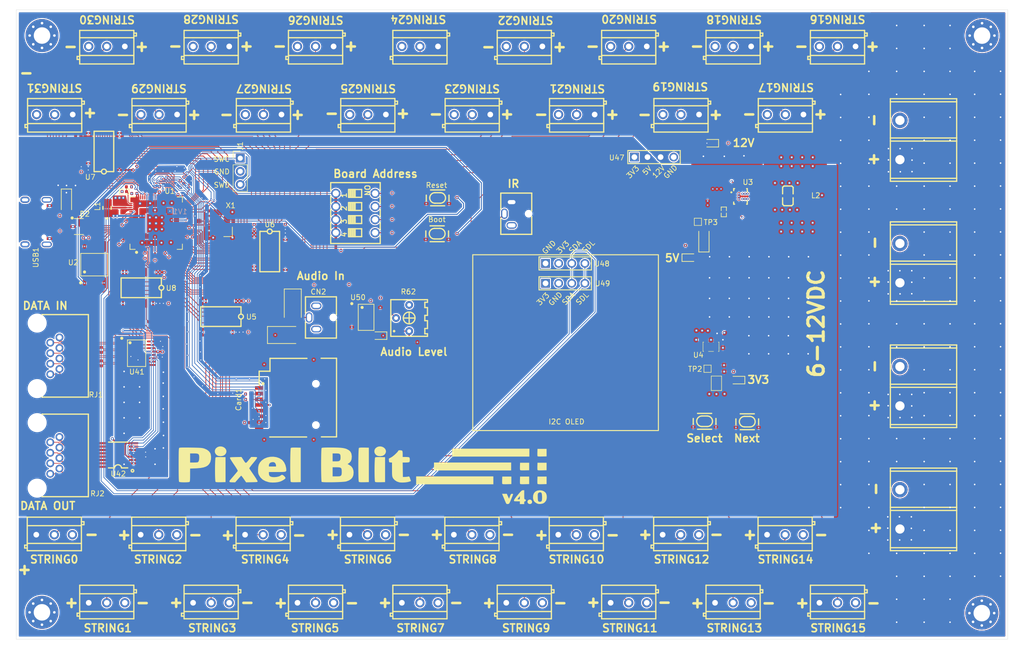
<source format=kicad_pcb>
(kicad_pcb (version 20241229) (generator "pcbnew") (generator_version "9.0")
  (layers (0 "F.Cu" signal) (4 "In1.Cu" power) (6 "In2.Cu" power) (2 "B.Cu" signal) (13 "F.Paste" user) (15 "B.Paste" user) (5 "F.SilkS" user "F.Silkscreen") (7 "B.SilkS" user "B.Silkscreen") (1 "F.Mask" user) (3 "B.Mask" user) (25 "Edge.Cuts" user))
  (net 0 "")
  (net 1 "+1V1")
  (net 2 "GND")
  (net 3 "+3V3")
  (net 4 "Net-(U1-RUN)")
  (net 5 "Net-(U1-VREG_AVDD)")
  (net 6 "Net-(C17-Pad2)")
  (net 7 "Net-(U1-XIN)")
  (net 8 "Vaux")
  (net 9 "+5V")
  (net 10 "IR_IN")
  (net 11 "+12V")
  (net 12 "L2")
  (net 13 "L1")
  (net 14 "Net-(PWR_LED1-Pad1)")
  (net 15 "Net-(PWR_LED2-Pad1)")
  (net 16 "Net-(PWR_LED3-Pad1)")
  (net 17 "Net-(R1-Pad2)")
  (net 18 "Net-(U1-QSPI_SS)")
  (net 19 "Net-(USB1-CC2)")
  (net 20 "Net-(USB1-CC1)")
  (net 21 "Net-(U1-XOUT)")
  (net 22 "Net-(U3-EN)")
  (net 23 "PG")
  (net 24 "Net-(U3-FB)")
  (net 25 "3V3_EN")
  (net 26 "DATA_IN_EN")
  (net 27 "STRING13")
  (net 28 "STRING0")
  (net 29 "STRING18")
  (net 30 "Net-(U1-QSPI_SCLK)")
  (net 31 "STRING17")
  (net 32 "STRING1")
  (net 33 "HS_DATA0")
  (net 34 "STRING3")
  (net 35 "STRING16")
  (net 36 "STRING6")
  (net 37 "STRING7")
  (net 38 "STRING12")
  (net 39 "STRING11")
  (net 40 "STRING27")
  (net 41 "STRING15")
  (net 42 "Net-(U1-QSPI_SD0)")
  (net 43 "STRING29")
  (net 44 "STRING22")
  (net 45 "STRING21")
  (net 46 "STRING2")
  (net 47 "STRING10")
  (net 48 "HS_DATA3")
  (net 49 "STRING8")
  (net 50 "STRING25")
  (net 51 "STRING14")
  (net 52 "Net-(U1-QSPI_SD1)")
  (net 53 "STRING26")
  (net 54 "STRING5")
  (net 55 "STRING23")
  (net 56 "STRING30")
  (net 57 "STRING19")
  (net 58 "STRING9")
  (net 59 "STRING31")
  (net 60 "Net-(U1-QSPI_SD2)")
  (net 61 "HS_DATA1")
  (net 62 "Net-(U1-QSPI_SD3)")
  (net 63 "HS_DATA2")
  (net 64 "STRING20")
  (net 65 "STRING28")
  (net 66 "STRING4")
  (net 68 "S0_OUT")
  (net 69 "S3_OUT")
  (net 70 "S6_OUT")
  (net 71 "S4_OUT")
  (net 72 "S5_OUT")
  (net 73 "S2_OUT")
  (net 74 "S1_OUT")
  (net 75 "S7_OUT")
  (net 76 "S9_OUT")
  (net 77 "S11_OUT")
  (net 78 "S12_OUT")
  (net 79 "S15_OUT")
  (net 80 "S13_OUT")
  (net 81 "S10_OUT")
  (net 82 "S8_OUT")
  (net 83 "S14_OUT")
  (net 84 "S18_OUT")
  (net 85 "S17_OUT")
  (net 86 "S20_OUT")
  (net 87 "S23_OUT")
  (net 88 "S16_OUT")
  (net 89 "S21_OUT")
  (net 90 "S19_OUT")
  (net 91 "S22_OUT")
  (net 92 "S25_OUT")
  (net 93 "S31_OUT")
  (net 94 "S30_OUT")
  (net 95 "S28_OUT")
  (net 96 "S29_OUT")
  (net 97 "S26_OUT")
  (net 98 "S27_OUT")
  (net 99 "S24_OUT")
  (net 103 "VBUS")
  (net 104 "5V_REG")
  (net 105 "Net-(R18-Pad2)")
  (net 106 "USB_D+")
  (net 107 "USB_D-")
  (net 108 "USB_SH_D+")
  (net 109 "USB_SH_D-")
  (net 110 "RIN1+")
  (net 111 "RIN1-")
  (net 112 "RIN2-")
  (net 113 "RIN2+")
  (net 114 "RIN3-")
  (net 115 "RIN3+")
  (net 116 "RIN4+")
  (net 117 "RIN4-")
  (net 118 "DOUT1-")
  (net 119 "DOUT1+")
  (net 120 "DOUT2+")
  (net 121 "DOUT3-")
  (net 122 "DOUT4+")
  (net 123 "DOUT3+")
  (net 124 "DOUT2-")
  (net 125 "DOUT4-")
  (net 126 "SELECT_BTN")
  (net 127 "NEXT_BTN")
  (net 128 "DISP_SDA")
  (net 129 "DISP_SDL")
  (net 130 "VREG_LX")
  (net 131 "SWCLK")
  (net 132 "SWDIO")
  (net 133 "Net-(R19-Pad2)")
  (net 134 "Net-(R24-Pad2)")
  (net 135 "Net-(R25-Pad2)")
  (net 136 "Net-(R26-Pad2)")
  (net 137 "Net-(R27-Pad2)")
  (net 138 "Net-(R28-Pad2)")
  (net 139 "Net-(R29-Pad2)")
  (net 140 "Net-(R30-Pad2)")
  (net 141 "Net-(R31-Pad2)")
  (net 142 "Net-(R32-Pad2)")
  (net 143 "Net-(R33-Pad2)")
  (net 144 "Net-(R34-Pad2)")
  (net 145 "Net-(R35-Pad2)")
  (net 146 "Net-(R36-Pad2)")
  (net 147 "Net-(R37-Pad2)")
  (net 148 "Net-(R38-Pad2)")
  (net 149 "Net-(R39-Pad2)")
  (net 150 "Net-(R40-Pad2)")
  (net 151 "Net-(R41-Pad2)")
  (net 152 "Net-(R42-Pad2)")
  (net 153 "Net-(R43-Pad2)")
  (net 154 "Net-(R44-Pad2)")
  (net 155 "Net-(R45-Pad2)")
  (net 156 "Net-(R46-Pad2)")
  (net 157 "Net-(R47-Pad2)")
  (net 158 "Net-(R48-Pad2)")
  (net 159 "Net-(R49-Pad2)")
  (net 160 "Net-(R50-Pad2)")
  (net 161 "Net-(R51-Pad2)")
  (net 162 "Net-(R52-Pad2)")
  (net 163 "Net-(R53-Pad2)")
  (net 164 "Net-(R54-Pad2)")
  (net 167 "Net-(U1-GPIO40_ADC0)")
  (net 168 "Net-(U50-+IN1)")
  (net 169 "AUDIO_IN")
  (net 170 "SD_MOSI")
  (net 171 "SD_SCK")
  (net 172 "SD_CS#")
  (net 173 "SD_MISO")
  (net 174 "Net-(CN2-Pad4)")
  (net 176 "Net-(D4-Pad1)")
  (net 177 "Net-(D6-Pad2)")
  (net 178 "Net-(R2-Pad1)")
  (net 179 "Net-(R3-Pad1)")
  (net 180 "Net-(R4-Pad1)")
  (net 181 "Net-(R5-Pad1)")
  (net 182 "Net-(R55-Pad2)")
  (net 183 "Net-(U50--IN2)")
  (net 184 "Net-(U50--IN1)")
  (net 186 "Net-(C43-Pad1)")
  (net 187 "STRING24")
  (footprint "PixelBlit:R_0603" (layer "F.Cu") (at 188.03 70.07 180)
    (property "Reference" "R13" (hide yes))
    (property "Value" "100kΩ" (hide yes))
  )
  (footprint "PixelBlit:CONN-TH_DB301V-3.5-3P-GN" (layer "F.Cu") (at 151.342857 38.3 180)
    (property "Reference" "U31" (hide yes))
    (property "Value" "DB301V-3.5-3P-GN")
  )
  (footprint "PixelBlit:C_0402" (layer "F.Cu") (at 123.47 87.55 90)
    (property "Reference" "C44" (hide yes))
    (property "Value" "100nF")
  )
  (footprint "PixelBlit:CONN-TH_DB301V-3.5-3P-GN" (layer "F.Cu") (at 201.95 51.5 180)
    (property "Reference" "U26" (hide yes))
    (property "Value" "DB301V-3.5-3P-GN")
  )
  (footprint "PixelBlit:QFN-80_L10.0-W10.0-P0.40-TL-EP3.4" (layer "F.Cu") (at 79.975 72.55 90)
    (property "Reference" "U1")
    (property "Value" "RP2350B_C42415655")
  )
  (footprint "PixelBlit:CRYSTAL-SMD_4P-L3.2-W2.5-BL" (layer "F.Cu") (at 92.83 72.91 90)
    (property "Reference" "X1")
    (property "Value" "~")
  )
  (footprint "PixelBlit:KEY-SMD_4P-L4.2-W3.2-P2.20-LS5.1-TL" (layer "F.Cu") (at 194.56 111.04)
    (property "Reference" "SW4" (hide yes))
    (property "Value" "K2-1808SN-A4SW")
  )
  (footprint "PixelBlit:SOIC-8_L4.9-W3.9-P1.27-LS6.0-BL" (layer "F.Cu") (at 120.67 90.81 -90)
    (property "Reference" "U50")
    (property "Value" "LMV358IDR")
  )
  (footprint "PixelBlit:R_0402" (layer "F.Cu") (at 138.29 67.06 90)
    (property "Reference" "R18" (hide yes))
    (property "Value" "1kΩ" (hide yes))
  )
  (footprint "PixelBlit:CONN-TH_DB301V-3.5-3P-GN" (layer "F.Cu") (at 90.635714 38.3 180)
    (property "Reference" "U37" (hide yes))
    (property "Value" "DB301V-3.5-3P-GN")
  )
  (footprint "PixelBlit:C_0402" (layer "F.Cu") (at 79.75 79.24 -90)
    (property "Reference" "C2" (hide yes))
    (property "Value" "100nF")
  )
  (footprint "PixelBlit:C_0402" (layer "F.Cu") (at 84.962894 65.26 -135)
    (property "Reference" "C42" (hide yes))
    (property "Value" "22nF")
  )
  (footprint "PixelBlit:R_0402" (layer "F.Cu") (at 64.93 59.62 180)
    (property "Reference" "R53" (hide yes))
    (property "Value" "47Ω" (hide yes))
  )
  (footprint "PixelBlit:R_0402" (layer "F.Cu") (at 79.243553 91.083553 -45)
    (property "Reference" "R30" (hide yes))
    (property "Value" "47Ω" (hide yes))
  )
  (footprint "PixelBlit:R_0603" (layer "F.Cu") (at 185.18 67.12 90)
    (property "Reference" "R11" (hide yes))
    (property "Value" "100kΩ" (hide yes))
  )
  (footprint "PixelBlit:CONN-TH_DB301V-3.5-3P-GN" (layer "F.Cu") (at 110.871429 38.3 180)
    (property "Reference" "U35" (hide yes))
    (property "Value" "DB301V-3.5-3P-GN")
  )
  (footprint "PixelBlit:R_0402" (layer "F.Cu") (at 64.91 58.33 180)
    (property "Reference" "R51" (hide yes))
    (property "Value" "47Ω" (hide yes))
  )
  (footprint "PixelBlit:KEY-SMD_4P-L4.2-W3.2-P2.20-LS5.1-TL" (layer "F.Cu") (at 134.54 67.67 180)
    (property "Reference" "Reset1" (hide yes))
    (property "Value" "K2-1808SN-A4SW-01" (hide yes))
  )
  (footprint "PixelBlit:CONN-TH_DB301V-3.5-3P-GN" (layer "F.Cu") (at 131.107143 38.3 180)
    (property "Reference" "U33" (hide yes))
    (property "Value" "DB301V-3.5-3P-GN")
  )
  (footprint "PixelBlit:R_0402" (layer "F.Cu") (at 92.22 96.34 -90)
    (property "Reference" "R35" (hide yes))
    (property "Value" "47Ω" (hide yes))
  )
  (footprint "PixelBlit:CONN-TH_DB301V-3.5-3P-GN" (layer "F.Cu") (at 80.473469 132.95)
    (property "Reference" "U11" (hide yes))
    (property "Value" "DB301V-3.5-3P-GN")
  )
  (footprint "PixelBlit:MountingHole_3.2mm_M3_Pad_Via" (layer "F.Cu") (at 57.84 148)
    (property "Reference" "H4" (hide yes))
    (property "Value" "MountingHole_Pad" (hide yes))
  )
  (footprint "PixelBlit:R_0402" (layer "F.Cu") (at 125.21 66.71)
    (property "Reference" "R5" (hide yes))
    (property "Value" "470kΩ" (hide yes))
  )
  (footprint "PixelBlit:C_0603" (layer "F.Cu") (at 189.28 100.08)
    (property "Reference" "C28" (hide yes))
    (property "Value" "10uF")
  )
  (footprint "PixelBlit:R_0402" (layer "F.Cu") (at 78.89 92.02 -45)
    (property "Reference" "R29" (hide yes))
    (property "Value" "47Ω" (hide yes))
  )
  (footprint "PixelBlit:R_0402" (layer "F.Cu") (at 63.1 58.99 180)
    (property "Reference" "R52" (hide yes))
    (property "Value" "47Ω" (hide yes))
  )
  (footprint "PixelBlit:CONN-TH_2P-P7.62_DBT10-7.62-2P" (layer "F.Cu") (at 224.1525 56.44 90)
    (property "Reference" "U43" (hide yes))
    (property "Value" "DBT10-7.62-2P")
  )
  (footprint "PixelBlit:C_0402" (layer "F.Cu") (at 110.09 84.52)
    (property "Reference" "C43" (hide yes))
    (property "Value" "1uF")
  )
  (footprint "PixelBlit:R_0402" (layer "F.Cu") (at 75.856447 92.496447 -45)
    (property "Reference" "R25" (hide yes))
    (property "Value" "47Ω" (hide yes))
  )
  (footprint "PixelBlit:C_0402" (layer "F.Cu") (at 80.32 97.99 -90)
    (property "Reference" "C39" (hide yes))
    (property "Value" "1nF")
  )
  (footprint "PixelBlit:SOT-23-6_L2.9-W1.6-P0.95-LS2.8-BL" (layer "F.Cu") (at 64.99 73.22 -90)
    (property "Reference" "D2")
    (property "Value" "USBLC6-2SC6")
  )
  (footprint "PixelBlit:C_0603" (layer "F.Cu") (at 196.93 69.09 90)
    (property "Reference" "C19" (hide yes))
    (property "Value" "10uF" (hide yes))
  )
  (footprint "PixelBlit:D_SMA" (layer "F.Cu") (at 106.46 88.83 -90)
    (property "Reference" "D4" (hide yes))
    (property "Value" "SS14")
  )
  (footprint "PixelBlit:C_0402" (layer "F.Cu") (at 84.71 67.04)
    (property "Reference" "C4" (hide yes))
    (property "Value" "100nF")
  )
  (footprint "PixelBlit:CONN-TH_DB301V-3.5-3P-GN" (layer "F.Cu") (at 181.714286 51.5 180)
    (property "Reference" "U28" (hide yes))
    (property "Value" "DB301V-3.5-3P-GN")
  )
  (footprint "PixelBlit:R_0402" (layer "F.Cu") (at 107.2 81.08)
    (property "Reference" "R39" (hide yes))
    (property "Value" "47Ω" (hide yes))
  )
  (footprint "PixelBlit:R_0402" (layer "F.Cu") (at 94.18 98.14 -90)
    (property "Reference" "R38" (hide yes))
    (property "Value" "47Ω" (hide yes))
  )
  (footprint "PixelBlit:CONN-TH_DB301V-3.5-3P-GN" (layer "F.Cu") (at 60.3 51.5 180)
    (property "Reference" "U40" (hide yes))
    (property "Value" "DB301V-3.5-3P-GN")
  )
  (footprint "PixelBlit:TSSOP-24_L7.8-W4.4-P0.65-LS6.4-BL" (layer "F.Cu") (at 92.54 90.68 180)
    (property "Reference" "U5")
    (property "Value" "SN74LVC8T245PWR")
  )
  (footprint "PixelBlit:C0402" (layer "F.Cu") (at 90.63 71.7 -90)
    (property "Reference" "C17" (hide yes))
    (property "Value" "15pF")
  )
  (footprint "PixelBlit:R_0402" (layer "F.Cu") (at 109 80.43)
    (property "Reference" "R40" (hide yes))
    (property "Value" "47Ω" (hide yes))
  )
  (footprint "PixelBlit:AUDIO-TH_XKB_PJ-3059-B" (layer "F.Cu") (at 148.18 70.73)
    (property "Reference" "CN1" (hide yes))
    (property "Value" "PJ-3059-B")
  )
  (footprint "PixelBlit:C_0402" (layer "F.Cu") (at 77.45 117.87)
    (property "Reference" "C41" (hide yes))
    (property "Value" "1nF")
  )
  (footprint "PixelBlit:D_SOD-123" (layer "F.Cu") (at 62.58 68.3 -90)
    (property "Reference" "D1" (hide yes))
    (property "Value" "B5819W")
  )
  (footprint "PixelBlit:CONN-TH_DB301V-3.5-3P-GN" (layer "F.Cu") (at 181.662245 132.95)
    (property "Reference" "U21" (hide yes))
    (property "Value" "DB301V-3.5-3P-GN")
  )
  (footprint "PixelBlit:C_0402" (layer "F.Cu") (at 81.88 88.11)
    (property "Reference" "C34" (hide yes))
    (property "Value" "100nF")
  )
  (footprint "PixelBlit:C_0402" (layer "F.Cu") (at 75.74 66.82 180)
    (property "Reference" "C11" (hide yes))
    (property "Value" "100nF")
  )
  (footprint "PixelBlit:R_0603" (layer "F.Cu") (at 187.93 64.02)
    (property "Reference" "R10" (hide yes))
    (property "Value" "10kΩ" (hide yes))
  )
  (footprint "PixelBlit:CONN-TH_DB301V-3.5-3P-GN" (layer "F.Cu") (at 191.814286 38.3 180)
    (property "Reference" "U27" (hide yes))
    (property "Value" "DB301V-3.5-3P-GN")
  )
  (footprint "PixelBlit:CONN-TH_2P-P7.62_DBT10-7.62-2P" (layer "F.Cu") (at 224.1525 104.173333 90)
    (property "Reference" "U45" (hide yes))
    (property "Value" "DBT10-7.62-2P")
  )
  (footprint "PixelBlit:C_0805" (layer "F.Cu") (at 197.63 61.26)
    (property "Reference" "C23" (hide yes))
    (property "Value" "22uF")
  )
  (footprint "PixelBlit:RES-ADJ-TH_3362P" (layer "F.Cu") (at 127.75 90.95 90)
    (property "Reference" "R62")
    (property "Value" "3362P-1-503LF")
  )
  (footprint "PixelBlit:C_0402" (layer "F.Cu") (at 86.5 75.225)
    (property "Reference" "C6" (hide yes))
    (property "Value" "100nF")
  )
  (footprint "PixelBlit:R_0402" (layer "F.Cu") (at 73.7 90.81 -90)
    (property "Reference" "R19" (hide yes))
    (property "Value" "47Ω" (hide yes))
  )
  (footprint "PixelBlit:D_0603" (layer "F.Cu") (at 123.2 94.36 180)
    (property "Reference" "D6" (hide yes))
    (property "Value" "Red")
  )
  (footprint "PixelBlit:R_0402" (layer "F.Cu") (at 107.19 77.17)
    (property "Reference" "R45" (hide yes))
    (property "Value" "47Ω" (hide yes))
  )
  (footprint "PixelBlit:R_0603" (layer "F.Cu") (at 107.28 84.54)
    (property "Reference" "R60" (hide yes))
    (property "Value" "1kΩ")
  )
  (footprint "PixelBlit:C_0402" (layer "F.Cu") (at 86.9 73.425)
    (property "Reference" "C5" (hide yes))
    (property "Value" "100nF")
  )
  (footprint "PixelBlit:C_0402" (layer "F.Cu") (at 188.92 67.145 90)
    (property "Reference" "C25" (hide yes))
    (property "Value" "100nF")
  )
  (footprint "PixelBlit:R_0402" (layer "F.Cu") (at 77.17 92.38 -45)
    (property "Reference" "R27" (hide yes))
    (property "Value" "47Ω" (hide yes))
  )
  (footprint "PixelBlit:CONN-TH_DB301V-3.5-3P-GN" (layer "F.Cu") (at 70.4 38.3 180)
    (property "Reference" "U39" (hide yes))
    (property "Value" "DB301V-3.5-3P-GN")
  )
  (footprint "PixelBlit:IND-SMD_L2.0-W1.6_AOTA-B201610S3R3-101-T" (layer "F.Cu") (at 70.456792 69.6 -90)
    (property "Reference" "L1")
    (property "Value" "~")
  )
  (footprint "PixelBlit:R_0402" (layer "F.Cu") (at 90.29 98.15 -90)
    (property "Reference" "R32" (hide yes))
    (property "Value" "47Ω" (hide yes))
  )
  (footprint "PixelBlit:D_0603" (layer "F.Cu") (at 192.6 102.98 180)
    (property "Reference" "PWR_LED1" (hide yes))
    (property "Value" "Red")
  )
  (footprint "PixelBlit:R_0402" (layer "F.Cu") (at 138.31 74.07 90)
    (property "Reference" "R1" (hide yes))
    (property "Value" "1kΩ" (hide yes))
  )
  (footprint "PixelBlit:CONN-TH_DB301V-3.5-3P-GN" (layer "F.Cu") (at 120.948979 132.95)
    (property "Reference" "U15" (hide yes))
    (property "Value" "DB301V-3.5-3P-GN")
  )
  (footprint "PixelBlit:pixelblitlogo" (layer "F.Cu") (at 120.17 120.84)
    (property "Reference" "G***" (hide yes))
    (property "Value" "LOGO" (hide yes))
  )
  (footprint "PixelBlit:R_0402" (layer "F.Cu") (at 63.07 57.65 180)
    (property "Reference" "R50" (hide yes))
    (property "Value" "47Ω" (hide yes))
  )
  (footprint "PixelBlit:C_0805" (layer "F.Cu") (at 197.8 74.445)
    (property "Reference" "C21" (hide yes))
    (property "Value" "47uF")
  )
  (footprint "PixelBlit:CONN-TH_DB301V-3.5-3P-GN" (layer "F.Cu") (at 191.814286 146.15)
    (property "Reference" "U22" (hide yes))
    (property "Value" "DB301V-3.5-3P-GN")
  )
  (footprint "PixelBlit:CONN-TH_DB301V-3.5-3P-GN" (layer "F.Cu") (at 151.342857 146.15)
    (property "Reference" "U18" (hide yes))
    (property "Value" "DB301V-3.5-3P-GN")
  )
  (footprint "PixelBlit:KEY-SMD_4P-L4.2-W3.2-P2.20-LS5.1-TL" (layer "F.Cu") (at 134.45 74.6)
    (property "Reference" "SW1" (hide yes))
    (property "Value" "K2-1808SN-A4SW")
  )
  (footprint "PixelBlit:R_0402" (layer "F.Cu") (at 97.6 111.22 180)
    (property "Reference" "R58" (hide yes))
    (property "Value" "47kΩ" (hide yes))
  )
  (footprint "PixelBlit:TestPoint_Pad_1.0x1.0mm" (layer "F.Cu") (at 82.625 70.225)
    (property "Reference" "TP1" (hide yes))
    (property "Value" "TestPoint")
  )
  (footprint "PixelBlit:C_0603" (layer "F.Cu") (at 189.49 93.93)
    (property "Reference" "C27" (hide yes))
    (property "Value" "100nF")
  )
  (footprint "PixelBlit:CONN-TH_DB301V-3.5-3P-GN" (layer "F.Cu") (at 141.242857 51.5 180)
    (property "Reference" "U32" (hide yes))
    (property "Value" "DB301V-3.5-3P-GN")
  )
  (footprint "PixelBlit:CONN-TH_DB301V-3.5-3P-GN" (layer "F.Cu") (at 161.478571 51.5 180)
    (property "Reference" "U30" (hide yes))
    (property "Value" "DB301V-3.5-3P-GN")
  )
  (footprint "PixelBlit:CONN-TH_DB301V-3.5-3P-GN" (layer "F.Cu") (at 201.9 132.95)
    (property "Reference" "U23" (hide yes))
    (property "Value" "DB301V-3.5-3P-GN")
  )
  (footprint "PixelBlit:R_0402" (layer "F.Cu") (at 74.85 90.81 -90)
    (property "Reference" "R24" (hide yes))
    (property "Value" "47Ω" (hide yes))
  )
  (footprint "PixelBlit:R_0402" (layer "F.Cu") (at 91.53 98.16 -90)
    (property "Reference" "R34" (hide yes))
    (property "Value" "47Ω" (hide yes))
  )
  (footprint "PixelBlit:CONN-TH_2P-P7.62_DBT10-7.62-2P" (layer "F.Cu") (at 224.1525 80.306667 90)
    (property "Reference" "U44" (hide yes))
    (property "Value" "DBT10-7.62-2P")
  )
  (footprint "PixelBlit:AUDIO-TH_XKB_PJ-3059-B" (layer "F.Cu") (at 110.32 90.84)
    (property "Reference" "CN2")
    (property "Value" "PJ-3059-B")
  )
  (footprint "PixelBlit:TSSOP-24_L7.8-W4.4-P0.65-LS6.4-BL" (layer "F.Cu") (at 102 78.04 -90)
    (property "Reference" "U6")
    (property "Value" "SN74LVC8T245PWR")
  )
  (footprint "PixelBlit:TSSOP-24_L7.8-W4.4-P0.65-LS6.4-BL" (layer "F.Cu") (at 77.11 85.09 180)
    (property "Reference" "U8")
    (property "Value" "SN74LVC8T245PWR")
  )
  (footprint "PixelBlit:C_0402" (layer "F.Cu") (at 75.876447 61.903553 45)
    (property "Reference" "C33" (hide yes))
    (property "Value" "100nF")
  )
  (footprint "PixelBlit:C_0603" (layer "F.Cu") (at 189.3 101.33)
    (property "Reference" "C29" (hide yes))
    (property "Value" "100nF")
  )
  (footprint "PixelBlit:PinHeader_1x03_P2.54mm_Vertical" (layer "F.Cu") (at 96.275 59.97)
    (property "Reference" "J1")
    (property "Value" "Conn_01x03_Pin")
  )
  (footprint "PixelBlit:CONN-TH_DB301V-3.5-3P-GN" (layer "F.Cu") (at 100.771429 51.5 180)
    (property "Reference" "U36" (hide yes))
    (property "Value" "DB301V-3.5-3P-GN")
  )
  (footprint "PixelBlit:TestPoint_Pad_1.0x1.0mm" (layer "F.Cu") (at 186.86 100.78)
    (property "Reference" "TP2")
    (property "Value" "TestPoint")
  )
  (footprint "PixelBlit:MountingHole_3.2mm_M3_Pad_Via" (layer "F.Cu") (at 240.025 148.15)
    (property "Reference" "H1" (hide yes))
    (property "Value" "MountingHole_Pad" (hide yes))
  )
  (footprint "PixelBlit:RJ45-TH_R-RJ45R08P-A004" (layer "F.Cu") (at 60.335 117.58 -90)
    (property "Reference" "RJ2")
    (property "Value" "R-RJ45R08P-A004")
  )
  (footprint "PixelBlit:C_0402" (layer "F.Cu") (at 98.98 73.3 90)
    (property "Reference" "C32" (hide yes))
    (property "Value" "100nF")
  )
  (footprint "PixelBlit:R_0402" (layer "F.Cu") (at 182.58 77.38 90)
    (property "Reference" "R16" (hide yes))
    (property "Value" "1kΩ" (hide yes))
  )
  (footprint "PixelBlit:C_0603" (layer "F.Cu") (at 72.171792 69.55 -90)
    (property "Reference" "C15" (hide yes))
    (property "Value" "4.7uF")
  )
  (footprint "PixelBlit:C_0603" (layer "F.Cu") (at 196.93 65.59 -90)
    (property "Reference" "C24" (hide yes))
    (property "Value" "10uF" (hide yes))
  )
  (footprint "PixelBlit:C_0402" (layer "F.Cu") (at 74.7 65.51)
    (property "Reference" "C14" (hide yes))
    (property "Value" "4.7uF")
  )
  (footprint "PixelBlit:CONN-TH_DB301V-3.5-3P-GN" (layer "F.Cu") (at 141.186735 132.95)
    (property "Reference" "U17" (hide yes))
    (property "Value" "DB301V-3.5-3P-GN")
  )
  (footprint "PixelBlit:R_0402" (layer "F.Cu") (at 120.34 94.4 180)
    (property "Reference" "R65" (hide yes))
    (property "Value" "1kΩ" (hide yes))
  )
  (footprint "PixelBlit:RJ45-TH_R-RJ45R08P-A004" (layer "F.Cu") (at 60.34 98.28 -90)
    (property "Reference" "RJ1")
    (property "Value" "R-RJ45R08P-A004")
  )
  (footprint "PixelBlit:C_0805" (layer "F.Cu") (at 197.8 72.415)
    (property "Reference" "C20" (hide yes))
    (property "Value" "10uF")
  )
  (footprint "PixelBlit:HDR-TH_4P-P2.54-V-M-1" (layer "F.Cu") (at 159.27 80.36)
    (property "Reference" "U48")
    (property "Value" "2.54-1*4")
  )
  (footprint "PixelBlit:C_0402" (layer "F.Cu") (at 122.07 87.59 180)
    (property "Reference" "C45" (hide yes))
    (property "Value" "4.7uF")
  )
  (footprint "PixelBlit:R_0402" (layer "F.Cu") (at 69.35 97.12 -90)
    (property "Reference" "R21" (hide yes))
    (property "Value" "100Ω" (hide yes))
  )
  (footprint "PixelBlit:MountingHole_3.2mm_M3_Pad_Via" (layer "F.Cu") (at 240.075 36.2)
    (property "Reference" "H2" (hide yes))
    (property "Value" "MountingHole_Pad" (hide yes))
  )
  (footprint "PixelBlit:C0402" (layer "F.Cu") (at 90.105 74 90)
    (property "Reference" "C18" (hide yes))
    (property "Value" "15pF")
  )
  (footprint "PixelBlit:R_0402" (layer "F.Cu") (at 89.6 96.33 -90)
    (property "Reference" "R31" (hide yes))
    (property "Value" "47Ω" (hide yes))
  )
  (footprint "PixelBlit:D_SOD-123" (layer "F.Cu") (at 186.16 75.78 90)
    (property "Reference" "D3" (hide yes))
    (property "Value" "B5819W")
  )
  (footprint "PixelBlit:R_0402" (layer "F.Cu") (at 107.19 78.47)
    (property "Reference" "R43" (hide yes))
    (property "Value" "47Ω" (hide yes))
  )
  (footprint "PixelBlit:R_0402" (layer "F.Cu") (at 90.93 96.35 -90)
    (property "Reference" "R33" (hide yes))
    (property "Value" "47Ω" (hide yes))
  )
  (footprint "PixelBlit:CONN-TH_DB301V-3.5-3P-GN" (layer "F.Cu") (at 131.107143 146.15)
    (property "Reference" "U16" (hide yes))
    (property "Value" "DB301V-3.5-3P-GN")
  )
  (footprint "PixelBlit:C_0402" (layer "F.Cu") (at 87.025 71.175)
    (property "Reference" "C3" (hide yes))
    (property "Value" "100nF")
  )
  (footprint "PixelBlit:C_0603" (layer "F.Cu") (at 189.84 95.94 -90)
    (property "Reference" "C26" (hide yes))
    (property "Value" "10uF")
  )
  (footprint "PixelBlit:R_0402" (layer "F.Cu") (at 64.86 55.78 180)
    (property "Reference" "R47" (hide yes))
    (property "Value" "47Ω" (hide yes))
  )
  (footprint "PixelBlit:R0402" (layer "F.Cu") (at 190.01 70.375 -90)
    (property "Reference" "R12" (hide yes))
    (property "Value" "560kΩ")
  )
  (footprint "PixelBlit:R_0402" (layer "F.Cu") (at 125.21 71.85)
    (property "Reference" "R3" (hide yes))
    (property "Value" "100kΩ" (hide yes))
  )
  (footprint "PixelBlit:C_0402" (layer "F.Cu") (at 81.53 82.59 -90)
    (property "Reference" "C30" (hide yes))
    (property "Value" "100nF")
  )
  (footprint "PixelBlit:CONN-TH_DB301V-3.5-3P-GN" (layer "F.Cu") (at 171.578571 146.15)
    (property "Reference" "U20" (hide yes))
    (property "Value" "DB301V-3.5-3P-GN")
  )
  (footprint "PixelBlit:R_0402" (layer "F.Cu") (at 125.21 74.42)
    (property "Reference" "R2" (hide yes))
    (property "Value" "47kΩ" (hide yes))
  )
  (footprint "PixelBlit:R_0402" (layer "F.Cu") (at 63.12 60.29 180)
    (property "Reference" "R54" (hide yes))
    (property "Value" "47Ω" (hide yes))
  )
  (footprint "PixelBlit:CONN-TH_DB301V-3.5-3P-GN" (layer "F.Cu") (at 121.007143 51.5 180)
    (property "Reference" "U34" (hide yes))
    (property "Value" "DB301V-3.5-3P-GN")
  )
  (footprint "PixelBlit:R_0402" (layer "F.Cu") (at 63.05 56.38 180)
    (property "Reference" "R48" (hide yes))
    (property "Value" "47Ω" (hide yes))
  )
  (footprint "PixelBlit:C_0402" (layer "F.Cu") (at 105.02 73.27 90)
    (property "Reference" "C36" (hide yes))
    (property "Value" "100nF")
  )
  (footprint "PixelBlit:C_0402" (layer "F.Cu") (at 77.43 116.95)
    (property "Reference" "C40" (hide yes))
    (property "Value" "100nF")
  )
  (footprint "PixelBlit:TSSOP-16_L5.0-W4.4-P0.65-LS6.4-TL" (layer "F.Cu") (at 72.6 117.5 180)
    (property "Reference" "U42")
    (property "Value" "DSLVDS1047PWR")
  )
  (footprint "PixelBlit:R_0402" (layer "F.Cu") (at 190.36 57.04)
    (property "Reference" "R17" (hide yes))
    (property "Value" "1kΩ" (hide yes))
  )
  (footprint "PixelBlit:C_0402" (layer "F.Cu") (at 81.17 98.01 -90)
    (property "Reference" "C38" (hide yes))
    (property "Value" "100nF")
  )
  (footprint "PixelBlit:C_0402" (layer "F.Cu") (at 73.75 72.56 -135)
    (property "Reference" "C10" (hide yes))
    (property "Value" "100nF")
  )
  (footprint "PixelBlit:R_0603" (layer "F.Cu") (at 129.79 95.6)
    (property "Reference" "R61" (hide yes))
    (property "Value" "1kΩ")
  )
  (footprint "PixelBlit:C_0805" (layer "F.Cu") (at 197.65 59.22)
    (property "Reference" "C22" (hide yes))
    (property "Value" "22uF")
  )
  (footprint "PixelBlit:CONN-TH_DB301V-3.5-3P-GN" (layer "F.Cu") (at 100.711224 132.95)
    (property "Reference" "U13" (hide yes))
    (property "Value" "DB301V-3.5-3P-GN")
  )
  (footprint "PixelBlit:R_0402" (layer "F.Cu") (at 113.79 84.55)
    (property "Reference" "R66" (hide yes))
    (property "Value" "1kΩ" (hide yes))
  )
  (footprint "PixelBlit:CONN-TH_DB301V-3.5-3P-GN" (layer "F.Cu") (at 161.42449 132.95)
    (property "Reference" "U19" (hide yes))
    (property "Value" "DB301V-3.5-3P-GN")
  )
  (footprint "PixelBlit:USB-C-SMD_TYPE-C-6PIN-2MD-073" (layer "F.Cu") (at 56.9325 72.35 -90)
    (property "Reference" "USB1")
    (property "Value" "TYPE-C 16PIN 2MD(073)")
  )
  (footprint "PixelBlit:C_0402" (layer "F.Cu") (at 65.46 62.12 -90)
    (property "Reference" "C37" (hide yes))
    (property "Value" "100nF")
  )
  (footprint "PixelBlit:HDR-TH_4P-P2.54-V-M-1" (layer "F.Cu") (at 159.27 84.22)
    (property "Reference" "U49")
    (property "Value" "2.54-1*4")
  )
  (footprint "PixelBlit:C_0402" (layer "F.Cu") (at 97.33 93.67)
    (property "Reference" "C35" (hide yes))
    (property "Value" "100nF")
  )
  (footprint "PixelBlit:R_0402" (layer "F.Cu") (at 77.48 90.79 -90)
    (property "Reference" "R28" (hide yes))
    (property "Value" "47Ω" (hide yes))
  )
  (footprint "PixelBlit:R_0402" (layer "F.Cu") (at 85.012894 63.98 -135)
    (property "Reference" "R56" (hide yes))
    (property "Value" "1kΩ" (hide yes))
  )
  (footprint "PixelBlit:HDR-TH_4P-P2.54-V-M-1" (layer "F.Cu") (at 176.49 59.75)
    (property "Reference" "U47")
    (property "Value" "2.54-1*4")
  )
  (footprint "PixelBlit:R_0402" (layer "F.Cu") (at 185.51 95.66 90)
    (property "Reference" "R15" (hide yes))
    (property "Value" "100kΩ" (hide yes))
  )
  (footprint "PixelBlit:R_0402" (layer "F.Cu") (at 192.4 101.34 180)
    (property "Reference" "R14" (hide yes))
    (property "Value" "1kΩ" (hide yes))
  )
  (footprint "PixelBlit:R_0402" (layer "F.Cu") (at 76.16 90.81 -90)
    (property "Reference" "R26" (hide yes))
    (property "Value" "47Ω" (hide yes))
  )
  (footprint "PixelBlit:KEY-SMD_4P-L4.2-W3.2-P2.20-LS5.1-TL" (layer "F.Cu") (at 186.29 110.96)
    (property "Reference" "SW3" (hide yes))
    (property "Value" "K2-1808SN-A4SW")
  )
  (footprint "PixelBlit:C_0402" (layer "F.Cu") (at 66.4 75.39)
    (property "Reference" "C13" (hide yes))
    (property "Value" "100nF")
  )
  (footprint "PixelBlit:TSSOP-24_L7.8-W4.4-P0.65-LS6.4-BL" (layer "F.Cu") (at 69.84 58.68 90)
    (property "Reference" "U7")
    (property "Value" "SN74LVC8T245PWR")
  )
  (footprint "PixelBlit:R_0402" (layer "F.Cu") (at 108.99 77.83)
    (property "Reference" "R44" (hide yes))
    (property "Value" "47Ω" (hide yes))
  )
  (footprint "PixelBlit:SOT-23-5_L3.0-W1.7-P0.95-LS2.8-BR" (layer "F.Cu") (at 187.53 96.52 90)
    (property "Reference" "U4")
    (property "Value" "~")
  )
  (footprint "PixelBlit:TestPoint_Pad_1.0x1.0mm" (layer "F.Cu") (at 184.99 72.3)
    (property "Reference" "TP3")
    (property "Value" "TestPoint")
  )
  (footprint "PixelBlit:R_0402" (layer "F.Cu") (at 71.28 95.82 -90)
    (property "Reference" "R20" (hide yes))
    (property "Value" "100Ω" (hide yes))
  )
  (footprint "PixelBlit:R_0402" (layer "F.Cu") (at 97.81 105.69)
    (property "Reference" "R57" (hide yes))
    (property "Value" "47kΩ" (hide yes))
  )
  (footprint "PixelBlit:C_0402" (layer "F.Cu") (at 77.81 78.87 -90)
    (property "Reference" "C8" (hide yes))
    (property "Value" "100nF")
  )
  (footprint "PixelBlit:R_0402" (layer "F.Cu") (at 71.25 98.42 -90)
    (property "Reference" "R22" (hide yes))
    (property "Value" "100Ω" (hide yes))
  )
  (footprint "PixelBlit:D_SMA" (layer "F.Cu") (at 105.06 94.24)
    (property "Reference" "D5" (hide yes))
    (property "Value" "SS14")
  )
  (footprint "PixelBlit:R_0402" (layer "F.Cu") (at 64.88 57.03 180)
    (property "Reference" "R49" (hide yes))
    (property "Value" "47Ω" (hide yes))
  )
  (footprint "PixelBlit:D_0603" (layer "F.Cu") (at 183.4 79.24)
    (property "Reference" "PWR_LED2" (hide yes))
    (property "Value" "Red")
  )
  (footprint "PixelBlit:CONN-TH_DB301V-3.5-3P-GN" (layer "F.Cu") (at 110.871429 146.15)
    (property "Reference" "U14" (hide yes))
    (property "Value" "DB301V-3.5-3P-GN")
  )
  (footprint "PixelBlit:R_0402" (layer "F.Cu") (at 92.88 98.15 -90)
    (property "Reference" "R36" (hide yes))
    (property "Value" "47Ω" (hide yes))
  )
  (footprint "PixelBlit:R_0402" (layer "F.Cu") (at 116.87 84.44 180)
    (property "Reference" "R67" (hide yes))
    (property "Value" "470kΩ" (hide yes))
  )
  (footprint "PixelBlit:R0402" (layer "F.Cu") (at 73.8 66.44)
    (property "Reference" "R6" (hide yes))
    (property "Value" "33Ω")
  )
  (footprint "PixelBlit:R_0402" (layer "F.Cu") (at 107.19 79.77)
    (property "Reference" "R41" (hide yes))
    (property "Value" "47Ω" (hide yes))
  )
  (footprint "PixelBlit:R_0402" (layer "F.Cu") (at 108.99 79.1)
    (property "Reference" "R42" (hide yes))
    (property "Value" "47Ω" (hide yes))
  )
  (footprint "PixelBlit:R_0402" (layer "F.Cu") (at 125.21 69.28)
    (property "Reference" "R4" (hide yes))
    (property "Value" "220kΩ" (hide yes))
  )
  (footprint "PixelBlit:C_0402" (layer "F.Cu") (at 79.775 66 90)
    (property "Reference" "C1" (hide yes))
    (property "Value" "100nF")
  )
  (footprint "PixelBlit:C_0603" (layer "F.Cu") (at 73.521792 69.55 -90)
    (property "Reference" "C16" (hide yes))
    (property "Value" "4.7uF")
  )
  (footprint "PixelBlit:C_0402" (layer "F.Cu") (at 80.575 66 90)
    (property "Reference" "C12" (hide yes))
    (property "Value" "100nF")
  )
  (footprint "PixelBlit:CONN-TH_DB301V-3.5-3P-GN" (layer "F.Cu") (at 80.535714 51.5 180)
    (property "Reference" "U38" (hide yes))
    (property "Value" "DB301V-3.5-3P-GN")
  )
  (footprint "PixelBlit:CONN-TH_DB301V-3.5-3P-GN" (layer "F.Cu") (at 212.05 38.3 180)
    (property "Reference" "U25" (hide yes))
    (property "Value" "DB301V-3.5-3P-GN")
  )
  (footprint "PixelBlit:R_0402" (layer "F.Cu") (at 60.83 74.08 180)
    (property "Reference" "R7" (hide yes))
    (property "Value" "5.1kΩ" (hide yes))
  )
  (footprint "PixelBlit:TSSOP-16_L5.0-W4.4-P0.65-LS6.4-BL" (layer "F.Cu") (at 76.18 97.77 -90)
    (property "Reference" "U41")
    (property "Value" "DSLVDS1048PWR")
  )
  (footprint "PixelBlit:CONN-TH_DB301V-3.5-3P-GN" (layer "F.Cu") (at 60.235714 132.95)
    (property "Reference" "U9" (hide yes))
    (property "Value" "DB301V-3.5-3P-GN")
  )
  (footprint "PixelBlit:L0805" (layer "F.Cu") (at 202.43 67.3 -90)
    (property "Reference" "L2")
    (property "Value" "MLI2012F-1R5KT" (hide yes))
  )
  (footprint "PixelBlit:CONN-TH_2P-P7.62_DBT10-7.62-2P" (layer "F.Cu") (at 224.1525 128.04 90)
    (property "Reference" "U46" (hide yes))
    (property "Value" "DBT10-7.62-2P")
  )
  (footprint "PixelBlit:C_0402" (layer "F.Cu") (at 73.14 76.32 -135)
    (property "Reference" "C9" (hide yes))
    (property "Value" "100nF")
  )
  (footprint "PixelBlit:VQFN-HR-15_L3.0-W2.5-P0.50-BL_TPS63070RNMR" (layer "F.Cu") (at 193.11 67.37 -90)
    (property "Reference" "U3")
    (property "Value" "TPS63070RNMR" (hide yes))
  )
  (footprint "PixelBlit:CONN-TH_DB301V-3.5-3P-GN" (layer "F.Cu") (at 171.578571 38.3 180)
    (property "Reference" "U29" (hide yes))
    (property "Value" "DB301V-3.5-3P-GN")
  )
  (footprint "PixelBlit:R_0402" (layer "F.Cu") (at 97.82 106.74)
    (property "Reference" "R59" (hide yes))
    (property "Value" "47kΩ" (hide yes))
  )
  (footprint "PixelBlit:R_0402" (layer "F.Cu") (at 115.3 77.84 180)
    (property "Reference" "R55" (hide yes))
    (property "Value" "47kΩ" (hide yes))
  )
  (footprint "PixelBlit:TF-SMD_TF-PUSH" (layer "F.Cu") (at 105.24 106.75 90)
    (property "Reference" "Card1")
    (property "Value" "TF PUSH")
  )
  (footprint "PixelBlit:SW-TH_DSWB04LHGET" (layer "F.Cu") (at 118.61 70.6 -90)
    (property "Reference" "SW2" (hide yes))
    (property "Value" "DSWB04LHGET" (hide yes))
  )
  (footprint "PixelBlit:R_0402" (layer "F.Cu") (at 60.79 71.1)
    (property "Reference" "R8" (hide yes))
    (property "Value" "5.1kΩ" (hide yes))
  )
  (footprint "PixelBlit:C_0402" (layer "F.Cu") (at 97.37 87.64)
    (property "Reference" "C31" (hide yes))
    (property "Value" "100nF")
  )
  (footprint "PixelBlit:R_0603" (layer "F.Cu") (at 87.475 72.175)
    (property "Reference" "R9" (hide yes))
    (property "Value" "1kΩ")
  )
  (footprint "PixelBlit:CONN-TH_DB301V-3.5-3P-GN" (layer "F.Cu") (at 212.05 146.15)
    (property "Reference" "U24" (hide yes))
    (property "Value" "DB301V-3.5-3P-GN")
  )
  (footprint "PixelBlit:R_0402" (layer "F.Cu") (at 107.19 76.37)
    (property "Reference" "R46" (hide yes))
    (property "Value" "47Ω" (hide yes))
  )
  (footprint "PixelBlit:R_0402" (layer "F.Cu") (at 93.56 96.32 -90)
    (property "Reference" "R37" (hide yes))
    (property "Value" "47Ω" (hide yes))
  )
  (footprint "PixelBlit:C_0402" (layer "F.Cu") (at 82.1 78.756987 -45)
    (property "Reference" "C7" (hide yes))
    (property "Value" "100nF")
  )
  (footprint "PixelBlit:CONN-TH_DB301V-3.5-3P-GN" (layer "F.Cu") (at 70.4 146.15)
    (property "Reference" "U10" (hide yes))
    (property "Value" "DB301V-3.5-3P-GN")
  )
  (footprint "PixelBlit:R_0402" (layer "F.Cu") (at 69.35 99.73 -90)
    (property "Reference" "R23" (hide yes))
    (property "Value" "100Ω" (hide yes))
  )
  (footprint "PixelBlit:SOIC-8_L5.3-W5.3-P1.27-LS8.0-BL" (layer "F.Cu") (at 68 80.6)
    (property "Reference" "U2")
    (property "Value" "W25Q128JVSIQTR")
  )
  (footprint "PixelBlit:D_0603" (layer "F.Cu") (at 187.52 57.06 180)
    (property "Reference" "PWR_LED3" (hide yes))
    (property "Value" "Red")
  )
  (footprint "PixelBlit:MountingHole_3.2mm_M3_Pad_Via" (layer "F.Cu") (at 57.85 36.19)
    (property "Reference" "H3" (hide yes))
    (property "Value" "MountingHole_Pad" (hide yes))
  )
  (footprint "PixelBlit:SolderJumper-2_P1.3mm_Bridged_Pad1.0x1.5mm" (layer "F.Cu") (at 188.58 103.6 -90)
    (property "Reference" "JP1" (hide yes))
    (property "Value" "SolderJumper_2_Bridged")
  )
  (footprint "PixelBlit:CONN-TH_DB301V-3.5-3P-GN" (layer "F.Cu") (at 90.635714 146.15)
    (property "Reference" "U12" (hide yes))
    (property "Value" "DB301V-3.5-3P-GN")
  )
  (gr_rect (start 141.345 78.68) (end 177.335 112.76) (stroke (width 0.2)) (fill no) (layer "F.SilkS"))
  (gr_rect (start 52.85 31.19) (end 245.07 153.2) (stroke (width 0.05)) (fill no) (layer "Edge.Cuts"))
  (gr_text "+" (at 142.95 147.26 0) (layer "F.SilkS") (effects (font (size 2 2) (thickness 0.5) (bold yes)) (justify left bottom)))
  (gr_text "STRING3\n" (at 86 151.95 0) (layer "F.SilkS") (effects (font (size 1.5 1.5) (thickness 0.3) (bold yes)) (justify left bottom)))
  (gr_text "+" (at 153.1 134.1 0) (layer "F.SilkS") (effects (font (size 2 2) (thickness 0.5) (bold yes)) (justify left bottom)))
  (gr_text "-\n" (at 220.56 125.65 90) (layer "F.SilkS") (effects (font (size 2 2) (thickness 0.5) (bold yes)) (justify left bottom)))
  (gr_text "+" (at 220.17 61.74 90) (layer "F.SilkS") (effects (font (size 2 2) (thickness 0.5) (bold yes)) (justify left bottom)))
  (gr_text "Audio Level\n" (at 123.28 98.38 0) (layer "F.SilkS") (effects (font (size 1.5 1.5) (thickness 0.3) (bold yes)) (justify left bottom)))
  (gr_text "Select\n" (at 182.6 115.14 0) (layer "F.SilkS") (effects (font (size 1.5 1.5) (thickness 0.3) (bold yes)) (justify left bottom)))
  (gr_text "-\n" (at 65.89 134.01 0) (layer "F.SilkS") (effects (font (size 2 2) (thickness 0.5) (bold yes)) (justify left bottom)))
  (gr_text "STRING13" (at 186.51 151.95 0) (layer "F.SilkS") (effects (font (size 1.5 1.5) (thickness 0.3) (bold yes)) (justify left bottom)))
  (gr_text "STRING7" (at 126.39 151.95 0) (layer "F.SilkS") (effects (font (size 1.5 1.5) (thickness 0.3) (bold yes)) (justify left bottom)))
  (gr_text "STRING6" (at 116.2 138.62 0) (layer "F.SilkS") (effects (font (size 1.5 1.5) (thickness 0.3) (bold yes)) (justify left bottom)))
  (gr_text "Boot" (at 134.4 71.84 0) (layer "F.SilkS") (effects (font (size 1 1))))
  (gr_text "GND\n" (at 179.68 62.6 45) (layer "F.SilkS") (effects (font (size 1 1))))
  (gr_text "3V3" (at 158.84 77.23 45) (layer "F.SilkS") (effects (font (size 1 1))))
  (gr_text "-\n" (at 96.09 147.2 0) (layer "F.SilkS") (effects (font (size 2 2) (thickness 0.5) (bold yes)) (justify left bottom)))
  (gr_text "GND\n" (at 92.7 62.575 0) (layer "F.SilkS") (effects (font (size 1 1))))
  (gr_text "Next\n" (at 191.82 115.14 0) (layer "F.SilkS") (effects (font (size 1.5 1.5) (thickness 0.3) (bold yes)) (justify left bottom)))
  (gr_text "GND" (at 156.14 77.23 45) (layer "F.SilkS") (effects (font (size 1 1))))
  (gr_text "+" (at 220.29 109.45 90) (layer "F.SilkS") (effects (font (size 2 2) (thickness 0.5) (bold yes)) (justify left bottom)))
  (gr_text "STRING0\n" (at 55.36 138.62 0) (layer "F.SilkS") (effects (font (size 1.5 1.5) (thickness 0.3) (bold yes)) (justify left bottom)))
  (gr_text "SDL\n" (at 162.59 87.19 45) (layer "F.SilkS") (effects (font (size 1 1))))
  (gr_text "STRING10" (at 155.9 138.62 0) (layer "F.SilkS") (effects (font (size 1.5 1.5) (thickness 0.3) (bold yes)) (justify left bottom)))
  (gr_text "-\n" (at 176.23 50.55 180) (layer "F.SilkS") (effects (font (size 2 2) (thickness 0.5) (bold yes)) (justify left bottom)))
  (gr_text "STRING31" (at 65.8 45.46 180) (layer "F.SilkS") (effects (font (size 1.5 1.5) (thickness 0.3) (bold yes)) (justify left bottom)))
  (gr_text "-\n" (at 176.96 147.16 0) (layer "F.SilkS") (effects (font (size 2 2) (thickness 0.5) (bold yes)) (justify left bottom)))
  (gr_text "STRING23" (at 146.78 45.57 180) (layer "F.SilkS") (effects (font (size 1.5 1.5) (thickness 0.3) (bold yes)) (justify left bottom)))
  (gr_text "+" (at 78.76 37.37 180) (layer "F.SilkS") (effects (font (size 2 2) (thickness 0.5) (bold yes)) (justify left bottom)))
  (gr_text "-\n" (at 105.5 37.28 180) (layer "F.SilkS") (effects (font (size 2 2) (thickness 0.5) (bold yes)) (justify left bottom)))
  (gr_text "+" (at 163.16 147.16 0) (layer "F.SilkS") (effects (font (size 2 2) (thickness 0.5) (bold yes)) (justify left bottom)))
  (gr_text "-\n" (at 64.96 37.37 180) (layer "F.SilkS") (effects (font (size 2 2) (thickness 0.5) (bold yes)) (justify left bottom)))
  (gr_text "6-12VDC" (at 209.69 102.86 90) (layer "F.SilkS") (effects (font (size 3 3) (thickness 0.6) (bold yes)) (justify left bottom)))
  (gr_text "-\n" (at 207.31 134.05 0) (layer "F.SilkS") (effects (font (size 2 2) (thickness 0.5) (bold yes)) (justify left bottom)))
  (gr_text "STRING2\n\n" (at 75.51 141.034916 0) (layer "F.SilkS") (effects (font (size 1.5 1.5) (thickness 0.3) (bold yes)) (justify left bottom)))
  (gr_text "STRING12\n" (at 176.28 138.62 0) (layer "F.SilkS") (effects (font (size 1.5 1.5) (thickness 0.3) (bold yes)) (justify left bottom)))
  (gr_text "+" (at 119.3 37.28 180) (layer "F.SilkS") (effects (font (size 2 2) (thickness 0.5) (bold yes)) (justify left bottom)))
  (gr_text "12V\n" (at 177.37 62.6 45) (layer "F.SilkS") (effects (font (size 1 1))))
  (gr_text "STRING5\n" (at 105.93 151.95 0) (layer "F.SilkS") (effects (font (size 1.5 1.5) (thickness 0.3) (bold yes)) (justify left bottom)))
  (gr_text "+" (at 210.31 50.45 180) (layer "F.SilkS") (effects (font (size 2 2) (thickness 0.5) (bold yes)) (justify left bottom)))
  (gr_text "-\n" (at 86.01 134.08 0) (layer "F.SilkS") (effects (font (size 2 2) (thickness 0.5) (bold yes)) (justify left bottom)))
  (gr_text "STRING27" (at 106.44 45.57 180) (layer "F.SilkS") (effects (font (size 1.5 1.5) (thickness 0.3) (bold yes)) (justify left bottom)))
  (gr_text "STRING1\n" (at 65.76 151.95 0) (layer "F.SilkS") (effects (font (size 1.5 1.5) (thickness 0.3) (bold yes)) (justify left bottom)))
  (gr_text "-\n" (at 75.8 147.24 0) (layer "F.SilkS") (effects (font (size 2 2) (thickness 0.5) (bold yes)) (justify left bottom)))
  (gr_text "SWD\n" (at 92.7 65.175 0) (layer "F.SilkS") (effects (font (size 1 1))))
  (gr_text "STRING8\n" (at 136.5 138.62 0) (layer "F.SilkS") (effects (font (size 1.5 1.5) (thickness 0.3) (bold yes)) (justify left bottom)))
  (gr_text "SDA" (at 159.92 87.19 45) (layer "F.SilkS") (effects (font (size 1 1))))
  (gr_text "-\n" (at 116.36 147.27 0) (layer "F.SilkS") (effects (font (size 2 2) (thickness 0.5) (bold yes)) (justify left bottom)))
  (gr_text "DATA OUT\n" (at 53.44 128.24 0) (layer "F.SilkS") (effects (font (size 1.5 1.5) (thickness 0.3) (bold yes)) (justify left bottom)))
  (gr_text "+" (at 129.38 50.32 180) (layer "F.SilkS") (effects (font (size 2 2) (thickness 0.5) (bold yes)) (justify left bottom)))
  (gr_text "STRING18" (at 197.57 32.19 180) (layer "F.SilkS") (effects (font (size 1.5 1.5) (thickness 0.3) (bold yes)) (justify left bottom)))
  (gr_text "+" (at 72.21 134.08 0) (layer "F.SilkS") (effects (font (size 2 2) (thickness 0.5) (bold yes)) (justify left bottom)))
  (gr_text "STRING4\n\n" (at 96.25 141.034916 0) (layer "F.SilkS") (effects (font (size 1.5 1.5) (thickness 0.3) (bold yes)) (justify left bottom)))
  (gr_text "3V3" (at 194.44 103.79 0) (layer "F.SilkS") (effects (font (size 1.5 1.5) (thickness 0.3) (bold yes)) (justify left bottom)))
  (gr_text "+" (at 203.66 147.29 0) (layer "F.SilkS") (effects (font (size 2 2) (thickness 0.5) (bold yes)) (justify left bottom)))
  (gr_text "12V\n" (at 191.59 57.88 0) (layer "F.SilkS") (effects (font (size 1.5 1.5) (thickness 0.3) (bold yes)) (justify left bottom)))
  (gr_text "-\n" (at 187.03 134.01 0) (layer "F.SilkS") (effects (font (size 2 2) (thickness 0.5) (bold yes)) (justify left bottom)))
  (gr_text "+" (at 169.98 50.51 180) (layer "F.SilkS") (effects (font (size 2 2) (thickness 0.5) (bold yes)) (justify left bottom)))
  (gr_text "STRING20" (at 177.22 32.09 180) (layer "F.SilkS") (effects (font (size 1.5 1.5) (thickness 0.3) (bold yes)) (justify left bottom)))
  (gr_text "+" (at 122.78 147.22 0) (layer "F.SilkS") (effects (font (size 2 2) (thickness 0.5) (bold yes)) (justify left bottom)))
  (gr_text "+" (at 149.57 50.45 180) (layer "F.SilkS") (effects (font (size 2 2) (thickness 0.5) (bold yes)) (justify left bottom)))
  (gr_text "Board Address" (at 114.14 63.86 0) (layer "F.SilkS") (effects (font (size 1.5 1.5) (thickness 0.3) (bold yes)) (justify left bottom)))
  (gr_text "5V\n" (at 178.45 80.19 0) (layer "F.SilkS") (effects (font (size 1.5 1.5) (thickness 0.3) (bold yes)) (justify left bottom)))
  (gr_text "+" (at 68.71 50.19 180) (layer "F.SilkS") (effects (font (size 2 2) (thickness 0.5) (bold yes)) (justify left bottom)))
  (gr_text "3V3" (at 154.98 87.27 45) (layer "F.SilkS") (effects (font (size 1 1))))
  (gr_text "DATA IN\n" (at 53.95 89.45 0) (layer "F.SilkS") (effects (font (size 1.5 1.5) (thickness 0.3) (bold yes)) (justify left bottom)))
  (gr_text "+" (at 112.62 134.02 0) (layer "F.SilkS") (effects (font (size 2 2) (thickness 0.5) (bold yes)) (justify left bottom)))
  (gr_text "STRING17" (at 207.65 45.34 180) (layer "F.SilkS") (effects (font (size 1.5 1.5) (thickness 0.3) (bold yes)) (justify left bottom)))
  (gr_text "STRING15" (at 206.63 151.95 0) (layer "F.SilkS") (effects (font (size 1.5 1.5) (thickness 0.3) (bold yes)) (justify left bottom)))
  (gr_text "+" (at 179.95 37.31 180) (layer "F.SilkS") (effects (font (size 2 2) (thickness 0.5) (bold yes)) (justify left bottom)))
  (gr_text "-\n" (at 197.14 147.29 0) (layer "F.SilkS") (effects (font (size 2 2) (thickness 0.5) (bold yes)) (justify left bottom)))
  (gr_text "SDL\n" (at 163.78 77.12 45) (layer "F.SilkS") (effects (font (size 1 1))))
  (gr_text "+" (at 200.19 37.29 180) (layer "F.SilkS") (effects (font (size 2 2) (thickness 0.5) (bold yes)) (justify left bottom)))
  (gr_text "-\n" (at 220.2 54.16 90) (layer "F.SilkS") (effects (font (size 2 2) (thickness 0.5) (bold yes)) (justify left bottom)))
  (gr_text "I2C OLED" (at 159.52 111.05 0) (layer "F.SilkS") (effects (font (size 1 1))))
  (gr_text "-\n" (at 156.75 147.26 0) (layer "F.SilkS") (effects (font (size 2 2) (thickness 0.5) (bold yes)) (justify left bottom)))
  (gr_text "STRING22" (at 157.13 32.32 180) (layer "F.SilkS") (effects (font (size 1.5 1.5) (thickness 0.3) (bold yes)) (justify left bottom)))
  (gr_text "+" (at 102.56 147.27 0) (layer "F.SilkS") (effects (font (size 2 2) (thickness 0.5) (bold yes)) (justify left bottom)))
  (gr_text "+" (at 173.23 134.01 0) (layer "F.SilkS") (effects (font (size 2 2) (thickness 0.5) (bold yes)) (justify left bottom)))
  (gr_text "-\n" (at 186.39 37.29 180) (layer "F.SilkS") (effects (font (size 2 2) (thickness 0.5) (bold yes)) (justify left bottom)))
  (gr_text "+" (at 82.29 147.2 0) (layer "F.SilkS") (effects (font (size 2 2) (thickness 0.5) (bold yes)) (justify left bottom)))
  (gr_text "-\n" (at 53.25 44.55 0) (layer "F.SilkS") (effects (font (size 2 2) (thickness 0.5) (bold yes)) (justify left bottom)))
  (gr_text "-\n" (at 166.9 134.1 0) (layer "F.SilkS") (effects (font (size 2 2) (thickness 0.5) (bold yes)) (justify left bottom)))
  (gr_text "+" (at 220.32 85.5 90) (layer "F.SilkS") (effects (font (size 2 2) (thickness 0.5) (bold yes)) (justify left bottom)))
  (gr_text "-\n" (at 220.35 77.92 90) (layer "F.SilkS") (effects (font (size 2 2) (thickness 0.5) (bold yes)) (justify left bottom)))
  (gr_text "+" (at 108.98 50.55 180) (layer "F.SilkS") (effects (font (size 2 2) (thickness 0.5) (bold yes)) (justify left bottom)))
  (gr_text "-\n" (at 126.42 134.02 0) (layer "F.SilkS") (effects (font (size 2 2) (thickness 0.5) (bold yes)) (justify left bottom)))
  (gr_text "-\n" (at 196.51 50.45 180) (layer "F.SilkS") (effects (font (size 2 2) (thickness 0.5) (bold yes)) (justify left bottom)))
  (gr_text "+" (at 62 147.24 0) (layer "F.SilkS") (effects (font (size 2 2) (thickness 0.5) (bold yes)) (justify left bottom)))
  (gr_text "5V\n" (at 175.15 62.36 45) (layer "F.SilkS") (effects (font (size 1 1))))
  (gr_text "-\n" (at 95.18 50.55 180) (layer "F.SilkS") (effects (font (size 2 2) (thickness 0.5) (bold yes)) (justify left bottom)))
  (gr_text "STRING14" (at 196.42 138.62 0) (layer "F.SilkS") (effects (font (size 1.5 1.5) (thickness 0.3) (bold yes)) (justify left bottom)))
  (gr_text "STRING30\n" (at 76 32.19 180) (layer "F.SilkS") (effects (font (size 1.5 1.5) (thickness 0.3) (bold yes)) (justify left bottom)))
  (gr_text "+" (at 52.9 140.82 0) (layer "F.SilkS") (effects (font (size 2 2) (thickness 0.5) (bold yes)) (justify left bottom)))
  (gr_text "GND" (at 157.38 87.23 45) (layer "F.SilkS") (effects (font (size 1 1))))
  (gr_text "+" (at 132.82 134 0) (layer "F.SilkS") (effects (font (size 2 2) (thickness 0.5) (bold yes)) (justify left bottom)))
  (gr_text "+" (at 193.51 134.05 0) (layer "F.SilkS") (effects (font (size 2 2) (thickness 0.5) (bold yes)) (justify left bottom)))
  (gr_text "STRING9" (at 146.86 151.95 0) (layer "F.SilkS") (effects (font (size 1.5 1.5) (thickness 0.3) (bold yes)) (justify left bottom)))
  (gr_text "+" (at 220.53 133.23 90) (layer "F.SilkS") (effects (font (size 2 2) (thickness 0.5) (bold yes)) (justify left bottom)))
  (gr_text "STRING21" (at 167.15 45.59 180) (layer "F.SilkS") (effects (font (size 1.5 1.5) (thickness 0.3) (bold yes)) (justify left bottom)))
  (gr_text "+" (at 99.06 37.28 180) (layer "F.SilkS") (effects (font (size 2 2) (thickness 0.5) (bold yes)) (justify left bottom)))
  (gr_text "STRING29" (at 86.06 45.53 180) (layer "F.SilkS") (effects (font (size 1.5 1.5) (thickness 0.3) (bold yes)) (justify left bottom)))
  (gr_text "STRING19" (at 187.13 45.18 180) (layer "F.SilkS") (effects (font (size 1.5 1.5) (thickness 0.3) (bold yes)) (justify left bottom)))
  (gr_text "-\n" (at 136.58 147.22 0) (layer "F.SilkS") (effects (font (size 2 2) (thickness 0.5) (bold yes)) (justify left bottom)))
  (gr_text "Reset\n" (at 134.32 65.21 0) (layer "F.SilkS") (effects (font (size 1 1))))
  (gr_text "STRING26" (at 116.45 32.29 180) (layer "F.SilkS") (effects (font (size 1.5 1.5) (thickness 0.3) (bold yes)) (justify left bottom)))
  (gr_text "-\n" (at 85.26 37.28 180) (layer "F.SilkS") (effects (font (size 2 2) (thickness 0.5) (bold yes)) (justify left bottom)))
  (gr_text "-\n" (at 145.95 37.42 180) (layer "F.SilkS") (effects (font (size 2 2) (thickness 0.5) (bold yes)) (justify left bottom)))
  (gr_text "IR" (at 147.93 65.81 0) (layer "F.SilkS") (effects (font (size 1.5 1.5) (thickness 0.3) (bold yes)) (justify left bottom)))
  (gr_text "-\n" (at 217.46 147.29 0) (layer "F.SilkS") (effects (font (size 2 2) (thickness 0.5) (bold yes)) (justify left bottom)))
  (gr_text "-\n" (at 146.62 134 0) (layer "F.SilkS") (effects (font (size 2 2) (thickness 0.5) (bold yes)) (justify left bottom)))
  (gr_text "Audio In" (at 107.07 83.66 0) (layer "F.SilkS") (effects (font (size 1.5 1.5) (thickness 0.3) (bold yes)) (justify left bottom)))
  (gr_text "+" (at 220.42 37.32 180) (layer "F.SilkS") (effects (font (size 2 2) (thickness 0.5) (bold yes)) (justify left bottom)))
  (gr_text "-\n" (at 115.58 50.32 180) (layer "F.SilkS") (effects (font (size 2 2) (thickness 0.5) (bold yes)) (justify left bottom)))
  (gr_text "+" (at 92.32 134.13 0) (layer "F.SilkS") (effects (font (size 2 2) (thickness 0.5) (bold yes)) (justify left bottom)))
  (gr_text "-\n" (at 75.11 50.55 180) (layer "F.SilkS") (effects (font (size 2 2) (thickness 0.5) (bold yes)) (justify left bottom)))
  (gr_text "STRING11				\n" (at 166.25 151.95 0) (layer "F.SilkS") (effects (font (size 1.5 1.5) (thickness 0.3) (bold yes)) (justify left bottom)))
  (gr_text "SDA" (at 161.23 77.16 45) (layer "F.SilkS") (effects (font (size 1 1))))
  (gr_text "+" (at 183.34 147.29 0) (layer "F.SilkS") (effects (font (size 2 2) (thickness 0.5) (bold yes)) (justify left bottom)))
  (gr_text "-\n" (at 220.32 101.87 90) (layer "F.SilkS") (effects (font (size 2 2) (thickness 0.5) (bold yes)) (justify left bottom)))
  (gr_text "-\n" (at 156.18 50.51 180) (layer "F.SilkS") (effects (font (size 2 2) (thickness 0.5) (bold yes)) (justify left bottom)))
  (gr_text "+" (at 159.75 37.42 180) (layer "F.SilkS") (effects (font (size 2 2) (thickness 0.5) (bold yes)) (justify left bottom)))
  (gr_text "-\n" (at 106.12 134.13 0) (layer "F.SilkS") (effects (font (size 2 2) (thickness 0.5) (bold yes)) (justify left bottom)))
  (gr_text "+" (at 190.03 50.55 180) (layer "F.SilkS") (effects (font (size 2 2) (thickness 0.5) (bold yes)) (justify left bottom)))
  (gr_text "3V3" (at 172.39 62.65 45) (layer "F.SilkS") (effects (font (size 1 1))))
  (gr_text "STRING25" (at 126.63 45.54 180) (layer "F.SilkS") (effects (font (size 1.5 1.5) (thickness 0.3) (bold yes)) (justify left bottom)))
  (gr_text "STRING28\n" (at 96.17 32.11 180) (layer "F.SilkS") (effects (font (size 1.5 1.5) (thickness 0.3) (bold yes)) (justify left bottom)))
  (gr_text "+" (at 88.91 50.55 180) (layer "F.SilkS") (effects (font (size 2 2) (thickness 0.5) (bold yes)) (justify left bottom)))
  (gr_text "-\n" (at 206.62 37.32 180) (layer "F.SilkS") (effects (font (size 2 2) (thickness 0.5) (bold yes)) (justify left bottom)))
  (gr_text "SWC" (at 92.675 60.15 0) (layer "F.SilkS") (effects (font (size 1 1))))
  (gr_text "-\n" (at 135.77 50.45 180) (layer "F.SilkS") (effects (font (size 2 2) (thickness 0.5) (bold yes)) (justify left bottom)))
  (gr_text "STRING24\n" (at 136.36 32.14 180) (layer "F.SilkS") (effects (font (size 1.5 1.5) (thickness 0.3) (bold yes)) (justify left bottom)))
  (gr_text "-\n" (at 166.15 37.31 180) (layer "F.SilkS") (effects (font (size 2 2) (thickness 0.5) (bold yes)) (justify left bottom)))
  (gr_text "STRING16\n" (at 217.62 32.13 180) (layer "F.SilkS") (effects (font (size 1.5 1.5) (thickness 0.3) (bold yes)) (justify left bottom)))
  (gr_text "1V1" (at 86.08 70.9 0) (layer "B.SilkS") (effects (font (size 1 1) (thickness 0.1)) (justify left bottom mirror)))
  (segment (start 79.8 67.05) (end 79.775 67.075) (width 0.2) (layer "F.Cu") (net 1))
  (segment (start 85.75 71.95) (end 86.525 71.175) (width 0.2) (layer "F.Cu") (net 1))
  (segment (start 79.775 66.5) (end 79.775 67.05) (width 0.2) (layer "F.Cu") (net 1))
  (segment (start 79.75 78.095) (end 79.75 78.74) (width 0.3) (layer "F.Cu") (net 1))
  (segment (start 79.775 67.075) (end 79.775 67.63) (width 0.2) (layer "F.Cu") (net 1))
  (segment (start 84.87 71.95) (end 85.75 71.95) (width 0.2) (layer "F.Cu") (net 1))
  (segment (start 79.775 78.07) (end 79.75 78.095) (width 0.3) (layer "F.Cu") (net 1))
  (segment (start 75.644576 70.350001) (end 75.05 70.35) (width 0.2) (layer "F.Cu") (net 1))
  (segment (start 79.775 78.07) (end 79.775 77.46) (width 0.15) (layer "F.Cu") (net 1))
  (via (at 76.95 71.15) (size 0.45) (drill 0.2) (layers "F.Cu" "B.Cu") (net 1))
  (via (at 79.75 70.075) (size 0.6) (drill 0.3) (layers "F.Cu" "B.Cu") (net 1))
  (via (at 75.6 70.350001) (size 0.45) (drill 0.2) (layers "F.Cu" "B.Cu") (net 1))
  (via (at 71.721792 71.15) (size 0.6) (drill 0.3) (layers "F.Cu" "B.Cu") (net 1))
  (via (at 77.6 71.15) (size 0.45) (drill 0.2) (layers "F.Cu" "B.Cu") (net 1))
  (via (at 79.775 67.075) (size 0.45) (drill 0.2) (layers "F.Cu" "B.Cu") (net 1))
  (via (at 85.75 71.95) (size 0.45) (drill 0.2) (layers "F.Cu" "B.Cu") (net 1))
  (via (at 72.421795 71.15) (size 0.6) (drill 0.3) (layers "F.Cu" "B.Cu") (net 1))
  (via (at 82.625 70.225) (size 0.45) (drill 0.2) (layers "F.Cu" "B.Cu") (net 1))
  (via (at 79.775 78.07) (size 0.45) (drill 0.2) (layers "F.Cu" "B.Cu") (net 1))
  (via (at 79.75 75.2) (size 0.45) (drill 0.2) (layers "F.Cu" "B.Cu") (net 1))
  (via (at 82.98 71.95) (size 0.45) (drill 0.2) (layers "F.Cu" "B.Cu") (net 1))
  (segment (start 79.775 78.07) (end 79.75 78.045) (width 0.3) (layer "B.Cu") (net 1))
  (segment (start 77.6 71.15) (end 71.721792 71.15) (width 0.4) (layer "B.Cu") (net 1))
  (segment (start 75.644576 70.350001) (end 75.599999 70.350001) (width 0.2) (layer "B.Cu") (net 1))
  (segment (start 75.599999 70.350001) (end 74.85 71.1) (width 0.2) (layer "B.Cu") (net 1))
  (segment (start 79.75 78.045) (end 79.75 75.2) (width 0.3) (layer "B.Cu") (net 1))
  (segment (start 82.98 71.95) (end 85.75 71.95) (width 0.2) (layer "B.Cu") (net 1))
  (segment (start 79.75 67.1) (end 79.75 70.075) (width 0.2) (layer "B.Cu") (net 1))
  (segment (start 79.775 67.075) (end 79.75 67.1) (width 0.2) (layer "B.Cu") (net 1))
  (segment (start 193.04 68.82) (end 193.04 70.88) (width 0.2) (layer "F.Cu") (net 2))
  (segment (start 193.04 70.88) (end 193.58 71.42) (width 0.2) (layer "F.Cu") (net 2))
  (segment (start 191.53 64.42) (end 191.83 64.72) (width 0.2) (layer "F.Cu") (net 2))
  (segment (start 124.22 94.13) (end 124.26 94.09) (width 0.2) (layer "F.Cu") (net 2))
  (segment (start 192.93 67.37) (end 193.93 67.37) (width 0.3) (layer "F.Cu") (net 2))
  (segment (start 193.93 67.37) (end 194.53 67.37) (width 0.3) (layer "F.Cu") (net 2))
  (segment (start 192.54 65.08) (end 192.54 65.92) (width 0.2) (layer "F.Cu") (net 2))
  (segment (start 192.18 64.72) (end 192.54 65.08) (width 0.2) (layer "F.Cu") (net 2))
  (segment (start 86 89.77) (end 86.02 89.75) (width 0.15) (layer "F.Cu") (net 2))
  (segment (start 191.83 64.72) (end 192.18 64.72) (width 0.2) (layer "F.Cu") (net 2))
  (segment (start 194.53 67.37) (end 196.63 67.37) (width 0.3) (layer "F.Cu") (net 2))
  (segment (start 86.02 89.75) (end 86.02 89.64) (width 0.15) (layer "F.Cu") (net 2))
  (via (at 89.92 72.62) (size 0.45) (drill 0.2) (layers "F.Cu" "B.Cu") (net 2))
  (via (at 201.14 59.8) (size 0.6) (drill 0.3) (layers "F.Cu" "B.Cu") (net 2))
  (via (at 97.87 87.64) (size 0.45) (drill 0.2) (layers "F.Cu" "B.Cu") (net 2))
  (via (at 76.23 61.55) (size 0.45) (drill 0.2) (layers "F.Cu" "B.Cu") (net 2))
  (via (at 89.61 87.66) (size 0.45) (drill 0.2) (layers "F.Cu" "B.Cu") (net 2))
  (via (at 192.93 67.87) (size 0.45) (drill 0.2) (layers "F.Cu" "B.Cu") (net 2))
  (via (at 98.62 108.43) (size 0.45) (drill 0.2) (layers "F.Cu" "B.Cu") (net 2))
  (via (at 79.95 71.45) (size 0.6) (drill 0.3) (layers "F.Cu" "B.Cu") (net 2))
  (via (at 81.31 62.44) (size 0.45) (drill 0.2) (layers "F.Cu" "B.Cu") (net 2))
  (via (at 81.43 65.22) (size 0.45) (drill 0.2) (layers "F.Cu" "B.Cu") (net 2))
  (via (at 94.75 70.4) (size 0.6) (drill 0.3) (layers "F.Cu" "B.Cu") (net 2))
  (via (at 79.62 64.15) (size 0.45) (drill 0.2) (layers "F.Cu" "B.Cu") (net 2))
  (via (at 91.025 75.375) (size 0.6) (drill 0.3) (layers "F.Cu" "B.Cu") (net 2))
  (via (at 86.76 64.36) (size 0.45) (drill 0.2) (layers "F.Cu" "B.Cu") (net 2))
  (via (at 83.99 61.59) (size 0.45) (drill 0.2) (layers "F.Cu" "B.Cu") (net 2))
  (via (at 82.453553 79.110541) (size 0.45) (drill 0.2) (layers "F.Cu" "B.Cu") (net 2))
  (via (at 73.54 82.07) (size 0.45) (drill 0.2) (layers "F.Cu" "B.Cu") (net 2))
  (via (at 81.38 116.14) (size 0.6) (drill 0.3) (layers "F.Cu" "B.Cu") (net 2))
  (via (at 88.59 91.08) (size 0.45) (drill 0.2) (layers "F.Cu" "B.Cu") (net 2))
  (via (at 73.54 88.11) (size 0.45) (drill 0.2) (layers "F.Cu" "B.Cu") (net 2))
  (via (at 69.9 84.13) (size 0.45) (drill 0.2) (layers "F.Cu" "B.Cu") (net 2))
  (via (at 84.609341 65.613553) (size 0.45) (drill 0.2) (layers "F.Cu" "B.Cu") (net 2))
  (via (at 73.76 110.3) (size 0.6) (drill 0.3) (layers "F.Cu" "B.Cu") (net 2))
  (via (at 190.08 101.33) (size 0.6) (drill 0.3) (layers "F.Cu" "B.Cu") (net 2))
  (via (at 132.34 68.77) (size 0.45) (drill 0.2) (layers "F.Cu" "B.Cu") (net 2))
  (via (at 191.53 64.42) (size 0.45) (drill 0.2) (layers "F.Cu" "B.Cu") (net 2))
  (via (at 79.38 88.11) (size 0.45) (drill 0.2) (layers "F.Cu" "B.Cu") (net 2))
  (via (at 81.36 106.14) (size 0.6) (drill 0.3) (layers "F.Cu" "B.Cu") (net 2))
  (via (at 88.48 95.41) (size 0.45) (drill 0.2) (layers "F.Cu" "B.Cu") (net 2))
  (via (at 98.98 81.61) (size 0.45) (drill 0.2) (layers "F.Cu" "B.Cu") (net 2))
  (via (at 87.49 68.85) (size 0.45) (drill 0.2) (layers "F.Cu" "B.Cu") (net 2))
  (via (at 88.84 67.69) (size 0.45) (drill 0.2) (layers "F.Cu" "B.Cu") (net 2))
  (via (at 75.24 66.82) (size 0.45) (drill 0.2) (layers "F.Cu" "B.Cu") (net 2))
  (via (at 77.81 79.37) (size 0.45) (drill 0.2) (layers "F.Cu" "B.Cu") (net 2))
  (via (at 203.18 61.5) (size 0.6) (drill 0.3) (layers "F.Cu" "B.Cu") (net 2))
  (via (at 77.93 116.95) (size 0.45) (drill 0.2) (layers "F.Cu" "B.Cu") (net 2))
  (via (at 72.786447 76.673553) (size 0.45) (drill 0.2) (layers "F.Cu" "B.Cu") (net 2))
  (via (at 105.02 72.77) (size 0.45) (drill 0.2) (layers "F.Cu" "B.Cu") (net 2))
  (via (at 81.34 103.56) (size 0.6) (drill 0.3) (layers "F.Cu" "B.Cu") (net 2))
  (via (at 81.26 96.47) (size 0.45) (drill 0.2) (layers "F.Cu" "B.Cu") (net 2))
  (via (at 136.74 68.77) (size 0.45) (drill 0.2) (layers "F.Cu" "B.Cu") (net 2))
  (via (at 89.68 76.12) (size 0.45) (drill 0.2) (layers "F.Cu" "B.Cu") (net 2))
  (via (at 184.65 95.17) (size 0.6) (drill 0.3) (layers "F.Cu" "B.Cu") (net 2))
  (via (at 72.86 55.11) (size 0.45) (drill 0.2) (layers "F.Cu" "B.Cu") (net 2))
  (via (at 85.97 86.85) (size 0.45) (drill 0.2) (layers "F.Cu" "B.Cu") (net 2))
  (via (at 80.81 95.45) (size 0.45) (drill 0.2) (layers "F.Cu" "B.Cu") (net 2))
  (via (at 98.98 72.8) (size 0.45) (drill 0.2) (layers "F.Cu" "B.Cu") (net 2))
  (via (at 105.02 81.61) (size 0.45) (drill 0.2) (layers "F.Cu" "B.Cu") (net 2))
  (via (at 75.2 65.51) (size 0.45) (drill 0.2) (layers "F.Cu" "B.Cu") (net 2))
  (via (at 86.45 81.275) (size 0.45) (drill 0.2) (layers "F.Cu" "B.Cu") (net 2))
  (via (at 101.24 107.28) (size 0.45) (drill 0.2) (layers "F.Cu" "B.Cu") (net 2))
  (via (at 78.75 71.45) (size 0.6) (drill 0.3) (layers "F.Cu" "B.Cu") (net 2))
  (via (at 186.93 93.41) (size 0.6) (drill 0.3) (layers "F.Cu" "B.Cu") (net 2))
  (via (at 66.9 75.39) (size 0.45) (drill 0.2) (layers "F.Cu" "B.Cu") (net 2))
  (via (at 125.71 74.42) (size 0.45) (drill 0.2) (layers "F.Cu" "B.Cu") (net 2))
  (via (at 87.4 73.425) (size 0.45) (drill 0.2) (layers "F.Cu" "B.Cu") (net 2))
  (via (at 184.09 112.06) (size 0.45) (drill 0.2) (layers "F.Cu" "B.Cu") (net 2))
  (via (at 79.76 116.3) (size 0.6) (drill 0.3) (layers "F.Cu" "B.Cu") (net 2))
  (via (at 77.95 117.87) (size 0.45) (drill 0.2) (layers "F.Cu" "B.Cu") (net 2))
  (via (at 89.275 82) (size 0.45) (drill 0.2) (layers "F.Cu" "B.Cu") (net 2))
  (via (at 207.26 59.8) (size 0.6) (drill 0.3) (layers "F.Cu" "B.Cu") (net 2))
  (via (at 87.525 71.175) (size 0.45) (drill 0.2) (layers "F.Cu" "B.Cu") (net 2))
  (via (at 193.58 71.42) (size 0.45) (drill 0.2) (layers "F.Cu" "B.Cu") (net 2))
  (via (at 209.05 67.136513) (size 0.6) (drill 0.3) (layers "F.Cu" "B.Cu") (net 2))
  (via (at 121.57 87.59) (size 0.45) (drill 0.2) (layers "F.Cu" "B.Cu") (net 2))
  (via (at 203.16 74.19) (size 0.6) (drill 0.3) (layers "F.Cu" "B.Cu") (net 2))
  (via (at 85.44 61.9) (size 0.45) (drill 0.2) (layers "F.Cu" "B.Cu") (net 2))
  (via (at 189.84 96.72) (size 0.6) (drill 0.3) (layers "F.Cu" "B.Cu") (net 2))
  (via (at 191.9 101.34) (size 0.45) (drill 0.2) (layers "F.Cu" "B.Cu") (net 2))
  (via (at 190.06 100.08) (size 0.6) (drill 0.3) (layers "F.Cu" "B.Cu") (net 2))
  (via (at 85.2 67) (size 0.45) (drill 0.2) (layers "F.Cu" "B.Cu") (net 2))
  (via (at 201.12 72.49) (size 0.6) (drill 0.3) (layers "F.Cu" "B.Cu") (net 2))
  (via (at 130.62 95.65) (size 0.45) (drill 0.2) (layers "F.Cu" "B.Cu") (net 2))
  (via (at 85.87 65.49) (size 0.45) (drill 0.2) (layers "F.Cu" "B.Cu") (net 2))
  (via (at 97.83 93.67) (size 0.45) (drill 0.2) (layers "F.Cu" "B.Cu") (net 2))
  (via (at 76.76 107.3) (size 0.6) (drill 0.3) (layers "F.Cu" "B.Cu") (net 2))
  (via (at 101.01 102.76) (size 0.45) (drill 0.2) (layers "F.Cu" "B.Cu") (net 2))
  (via (at 83.64 62.46) (size 0.45) (drill 0.2) (layers "F.Cu" "B.Cu") (net 2))
  (via (at 81.38 101.45) (size 0.6) (drill 0.3) (layers "F.Cu" "B.Cu") (net 2))
  (via (at 80.575 65.5) (size 0.45) (drill 0.2) (layers "F.Cu" "B.Cu") (net 2))
  (via (at 205.22 61.5) (size 0.6) (drill 0.3) (layers "F.Cu" "B.Cu") (net 2))
  (via (at 79.76 119.3) (size 0.6) (drill 0.3) (layers "F.Cu" "B.Cu") (net 2))
  (via (at 88.97 104.08) (size 0.45) (drill 0.2) (layers "F.Cu" "B.Cu") (net 2))
  (via (at 88.63 99.08) (size 0.45) (drill 0.2) (layers "F.Cu" "B.Cu") (net 2))
  (via (at 59.3125 75.55) (size 0.6) (drill 0.3) (layers "F.Cu" "B.Cu") (net 2))
  (via (at 86.01 93.63) (size 0.45) (drill 0.2) (layers "F.Cu" "B.Cu") (net 2))
  (via (at 88.58 82.72) (size 0.45) (drill 0.2) (layers "F.Cu" "B.Cu") (net 2))
  (via (at 79.95 73.75) (size 0.6) (drill 0.3) (layers "F.Cu" "B.Cu") (net 2))
  (via (at 85.93 96) (size 0.45) (drill 0.2) (layers "F.Cu" "B.Cu") (net 2))
  (via (at 74.18 82.07) (size 0.45) (drill 0.2) (layers "F.Cu" "B.Cu") (net 2))
  (via (at 79.9 62.46) (size 0.45) (drill 0.2) (layers "F.Cu" "B.Cu") (net 2))
  (via (at 201.14 61.5) (size 0.6) (drill 0.3) (layers "F.Cu" "B.Cu") (net 2))
  (via (at 61.29 71.1) (size 0.45) (drill 0.2) (layers "F.Cu" "B.Cu") (net 2))
  (via (at 95.5 102.73) (size 0.45) (drill 0.2) (layers "F.Cu" "B.Cu") (net 2))
  (via (at 88.97 93.7) (size 0.45) (drill 0.2) (layers "F.Cu" "B.Cu") (net 2))
  (via (at 196.76 112.14) (size 0.45) (drill 0.2) (layers "F.Cu" "B.Cu") (net 2))
  (via (at 79.05 98.1) (size 0.45) (drill 0.2) (layers "F.Cu" "B.Cu") (net 2))
  (via (at 81.34 108.56) (size 0.6) (drill 0.3) (layers "F.Cu" "B.Cu") (net 2))
  (via (at 125.71 66.71) (size 0.45) (drill 0.2) (layers "F.Cu" "B.Cu") (net 2))
  (via (at 188.68 65.92) (size 0.45) (drill 0.2) (layers "F.Cu" "B.Cu") (net 2))
  (via (at 78.75 73.75) (size 0.6) (drill 0.3) (layers "F.Cu" "B.Cu") (net 2))
  (via (at 186.88 68.27) (size 0.45) (drill 0.2) (layers "F.Cu" "B.Cu") (net 2))
  (via (at 79.95 72.6) (size 0.6) (drill 0.3) (layers "F.Cu" "B.Cu") (net 2))
  (via (at 192.93 66.87) (size 0.45) (drill 0.2) (layers "F.Cu" "B.Cu") (net 2))
  (via (at 81.17 98.51) (size 0.45) (drill 0.2) (layers "F.Cu" "B.Cu") (net 2))
  (via (at 201.12 74.19) (size 0.6) (drill 0.3) (layers "F.Cu" "B.Cu") (net 2))
  (via (at 101.24 111.21) (size 0.45) (drill 0.2) (layers "F.Cu" "B.Cu") (net 2))
  (via (at 94.81 105.53) (size 0.45) (drill 0.2) (layers "F.Cu" "B.Cu") (net 2))
  (via (at 83.95 64.98) (size 0.45) (drill 0.2) (layers "F.Cu" "B.Cu") (net 2))
  (via (at 79.775 65.5) (size 0.45) (drill 0.2) (layers "F.Cu" "B.Cu") (net 2))
  (via (at 207.24 72.49) (size 0.6) (drill 0.3) (layers "F.Cu" "B.Cu") (net 2))
  (via (at 185.81 93.39) (size 0.6) (drill 0.3) (layers "F.Cu" "B.Cu") (net 2))
  (via (at 65.46 62.62) (size 0.45) (drill 0.2) (layers "F.Cu" "B.Cu") (net 2))
  (via (at 205.2 74.19) (size 0.6) (drill 0.3) (layers "F.Cu" "B.Cu") (net 2))
  (via (at 78.68 64.44) (size 0.45) (drill 0.2) (layers "F.Cu" "B.Cu") (net 2))
  (via (at 79.75 79.74) (size 0.45) (drill 0.2) (layers "F.Cu" "B.Cu") (net 2))
  (via (at 207.24 74.19) (size 0.6) (drill 0.3) (layers "F.Cu" "B.Cu") (net 2))
  (via (at 189.48 65.92) (size 0.45) (drill 0.2) (layers "F.Cu" "B.Cu") (net 2))
  (via (at 101.25 104.98) (size 0.45) (drill 0.2) (layers "F.Cu" "B.Cu") (net 2))
  (via (at 75.075 98.4) (size 0.45) (drill 0.2) (layers "F.Cu" "B.Cu") (net 2))
  (via (at 125.71 71.85) (size 0.45) (drill 0.2) (layers "F.Cu" "B.Cu") (net 2))
  (via (at 205.2 72.49) (size 0.6) (drill 0.3) (layers "F.Cu" "B.Cu") (net 2))
  (via (at 75.6 117.17) (size 0.45) (drill 0.2) (layers "F.Cu" "B.Cu") (net 2))
  (via (at 203.18 59.8) (size 0.6) (drill 0.3) (layers "F.Cu" "B.Cu") (net 2))
  (via (at 123.47 87.05) (size 0.45) (drill 0.2) (layers "F.Cu" "B.Cu") (net 2))
  (via (at 73.76 101.3) (size 0.6) (drill 0.3) (layers "F.Cu" "B.Cu") (net 2))
  (via (at 98.78 110.6) (size 0.45) (drill 0.2) (layers "F.Cu" "B.Cu") (net 2))
  (via (at 123.99 94.36) (size 0.45) (drill 0.2) (layers "F.Cu" "B.Cu") (net 2))
  (via (at 87 75.225) (size 0.45) (drill 0.2) (layers "F.Cu" "B.Cu") (net 2))
  (via (at 80.32 98.49) (size 0.45) (drill 0.2) (layers "F.Cu" "B.Cu") (net 2))
  (via (at 86 100.48) (size 0.45) (drill 0.2) (layers "F.Cu" "B.Cu") (net 2))
  (via (at 87.32 102.34) (size 0.45) (drill 0.2) (layers "F.Cu" "B.Cu") (net 2))
  (via (at 99.9175 110.04) (size 0.45) (drill 0.2) (layers "F.Cu" "B.Cu") (net 2))
  (via (at 192.93 67.37) (size 0.45) (drill 0.2) (layers "F.Cu" "B.Cu") (net 2))
  (via (at 117.9 92.71) (size 0.45) (drill 0.2) (layers "F.Cu" "B.Cu") (net 2))
  (via (at 91.93 105.59) (size 0.45) (drill 0.2) (layers "F.Cu" "B.Cu") (net 2))
  (via (at 73.76 119.3) (size 0.6) (drill 0.3) (layers "F.Cu" "B.Cu") (net 2))
  (via (at 190.12 93.81) (size 0.6) (drill 0.3) (layers "F.Cu" "B.Cu") (net 2))
  (via (at 81.4 113.72) (size 0.6) (drill 0.3) (layers "F.Cu" "B.Cu") (net 2))
  (via (at 72.1 67.65) (size 0.6) (drill 0.3) (layers "F.Cu" "B.Cu") (net 2))
  (via (at 101.25 109.85) (size 0.45) (drill 0.2) (layers "F.Cu" "B.Cu") (net 2))
  (via (at 78.65 63.65) (size 0.45) (drill 0.2) (layers "F.Cu" "B.Cu") (net 2))
  (via (at 125.71 69.28) (size 0.45) (drill 0.2) (layers "F.Cu" "B.Cu") (net 2))
  (via (at 66.82 60.95) (size 0.45) (drill 0.2) (layers "F.Cu" "B.Cu") (net 2))
  (via (at 88.57 97.51) (size 0.45) (drill 0.2) (layers "F.Cu" "B.Cu") (net 2))
  (via (at 86 98.17) (size 0.45) (drill 0.2) (layers "F.Cu" "B.Cu") (net 2))
  (via (at 85.9 83.61) (size 0.45) (drill 0.2) (layers "F.Cu" "B.Cu") (net 2))
  (via (at 72.86 55.75) (size 0.45) (drill 0.2) (layers "F.Cu" "B.Cu") (net 2))
  (via (at 59.3125 69.15) (size 0.6) (drill 0.3) (layers "F.Cu" "B.Cu") (net 2))
  (via (at 61.33 74.08) (size 0.45) (drill 0.2) (layers "F.Cu" "B.Cu") (net 2))
  (via (at 63.84 73.22) (size 0.6) (drill 0.3) (layers "F.Cu" "B.Cu") (net 2))
  (via (at 182.58 76.88) (size 0.45) (drill 0.2) (layers "F.Cu" "B.Cu") (net 2))
  (via (at 187.88 65.92) (size 0.45) (drill 0.2) (layers "F.Cu" "B.Cu") (net 2))
  (via (at 184.7 93.37) (size 0.6) (drill 0.3) (layers "F.Cu" "B.Cu") (net 2))
  (via (at 100.9175 114.54) (size 0.45) (drill 0.2) (layers "F.Cu" "B.Cu") (net 2))
  (via (at 192.36 112.14) (size 0.45) (drill 0.2) (layers "F.Cu" "B.Cu") (net 2))
  (via (at 100.9175 99.94) (size 0.45) (drill 0.2) (layers "F.Cu" "B.Cu") (net 2))
  (via (at 136.65 75.7) (size 0.45) (drill 0.2) (layers "F.Cu" "B.Cu") (net 2))
  (via (at 88.39 87.05) (size 0.45) (drill 0.2) (layers "F.Cu" "B.Cu") (net 2))
  (via (at 81.53 83.09) (size 0.45) (drill 0.2) (layers "F.Cu" "B.Cu") (net 2))
  (via (at 94.81 93.7) (size 0.45) (drill 0.2) (layers "F.Cu" "B.Cu") (net 2))
  (via (at 187.53 95.18) (size 0.6) (drill 0.3) (layers "F.Cu" "B.Cu") (net 2))
  (via (at 82.38 88.11) (size 0.45) (drill 0.2) (layers "F.Cu" "B.Cu") (net 2))
  (via (at 117.37 84.44) (size 0.45) (drill 0.2) (layers "F.Cu" "B.Cu") (net 2))
  (via (at 73.76 107.3) (size 0.6) (drill 0.3) (layers "F.Cu" "B.Cu") (net 2))
  (via (at 76.76 104.3) (size 0.6) (drill 0.3) (layers "F.Cu" "B.Cu") (net 2))
  (via (at 203.16 72.49) (size 0.6) (drill 0.3) (layers "F.Cu" "B.Cu") (net 2))
  (via (at 81.1 72.6) (size 0.6) (drill 0.3) (layers "F.Cu" "B.Cu") (net 2))
  (via (at 73.76 104.3) (size 0.6) (drill 0.3) (layers "F.Cu" "B.Cu") (net 2))
  (via (at 105.02 75.77) (size 0.45) (drill 0.2) (layers "F.Cu" "B.Cu") (net 2))
  (via (at 73.6 67.65) (size 0.6) (drill 0.3) (layers "F.Cu" "B.Cu") (net 2))
  (via (at 98.07 102.7) (size 0.45) (drill 0.2) (layers "F.Cu" "B.Cu") (net 2))
  (via (at 91.95 102.57) (size 0.45) (drill 0.2) (layers "F.Cu" "B.Cu") (net 2))
  (via (at 132.25 75.7) (size 0.45) (drill 0.2) (layers "F.Cu" "B.Cu") (net 2))
  (via (at 81.38 111.14) (size 0.6) (drill 0.3) (layers "F.Cu" "B.Cu") (net 2))
  (via (at 76.76 110.3) (size 0.6) (drill 0.3) (layers "F.Cu" "B.Cu") (net 2))
  (via (at 88.97 87.66) (size 0.45) (drill 0.2) (layers "F.Cu" "B.Cu") (net 2))
  (via (at 86.01 91.64) (size 0.45) (drill 0.2) (layers "F.Cu" "B.Cu") (net 2))
  (via (at 73.76 113.3) (size 0.6) (drill 0.3) (layers "F.Cu" "B.Cu") (net 2))
  (via (at 81.1 71.45) (size 0.6) (drill 0.3) (layers "F.Cu" "B.Cu") (net 2))
  (via (at 188.49 112.06) (size 0.45) (drill 0.2) (layers "F.Cu" "B.Cu") (net 2))
  (via (at 88.47 93.51) (size 0.45) (drill 0.2) (layers "F.Cu" "B.Cu") (net 2))
  (via (at 205.22 59.8) (size 0.6) (drill 0.3) (layers "F.Cu" "B.Cu") (net 2))
  (via (at 72.85 67.65) (size 0.6) (drill 0.3) (layers "F.Cu" "B.Cu") (net 2))
  (via (at 89.74 78.87) (size 0.45) (drill 0.2) (layers "F.Cu" "B.Cu") (net 2))
  (via (at 87.76 77.08) (size 0.45) (drill 0.2) (layers "F.Cu" "B.Cu") (net 2))
  (via (at 207.26 61.5) (size 0.6) (drill 0.3) (layers "F.Cu" "B.Cu") (net 2))
  (via (at 76.46 99.07) (size 0.45) (drill 0.2) (layers "F.Cu" "B.Cu") (net 2))
  (via (at 110.5175 99.04) (size 0.45) (drill 0.2) (layers "F.Cu" "B.Cu") (net 2))
  (via (at 78.75 72.6) (size 0.6) (drill 0.3) (layers "F.Cu" "B.Cu") (net 2))
  (via (at 73.396447 72.913553) (size 0.45) (drill 0.2) (layers "F.Cu" "B.Cu") (net 2))
  (via (at 190.86 57.04) (size 0.45) (drill 0.2) (layers "F.Cu" "B.Cu") (net 2))
  (via (at 89.725 70.4) (size 0.6) (drill 0.3) (layers "F.Cu" "B.Cu") (net 2))
  (via (at 94.775 75.35) (size 0.6) (drill 0.3) (layers "F.Cu" "B.Cu") (net 2))
  (via (at 110.59 84.52) (size 0.45) (drill 0.2) (layers "F.Cu" "B.Cu") (net 2))
  (via (at 186.88 69.07) (size 0.45) (drill 0.2) (layers "F.Cu" "B.Cu") (net 2))
  (via (at 98.98 80.97) (size 0.45) (drill 0.2) (layers "F.Cu" "B.Cu") (net 2))
  (via (at 81.1 73.75) (size 0.6) (drill 0.3) (layers "F.Cu" "B.Cu") (net 2))
  (via (at 87.56 78.9) (size 0.45) (drill 0.2) (layers "F.Cu" "B.Cu") (net 2))
  (via (at 66.82 55.11) (size 0.45) (drill 0.2) (layers "F.Cu" "B.Cu") (net 2))
  (via (at 86 89.77) (size 0.45) (drill 0.2) (layers "F.Cu" "B.Cu") (net 2))
  (via (at 88.5 84.91) (size 0.45) (drill 0.2) (layers "F.Cu" "B.Cu") (net 2))
  (via (at 110.5175 114.54) (size 0.45) (drill 0.2) (layers "F.Cu" "B.Cu") (net 2))
  (segment (start 98.98 73.8) (end 98.98 75.12) (width 0.4) (layer "F.Cu") (net 3))
  (segment (start 75.6 119.97) (end 75.6 119.78) (width 0.3) (layer "F.Cu") (net 3))
  (segment (start 73.647106 75.652894) (end 73.647106 75.812894) (width 0.3) (layer "F.Cu") (net 3))
  (segment (start 188.5 98.17) (end 188.5 100.14) (width 0.5) (layer "F.Cu") (net 3))
  (segment (start 123.44 88.08) (end 123.47 88.05) (width 0.4) (layer "F.Cu") (net 3))
  (segment (start 122.87 87.97) (end 123.39 87.97) (width 0.4) (layer "F.Cu") (net 3))
  (segment (start 71.49 114.35) (end 72.36 115.22) (width 0.3) (layer "F.Cu") (net 3))
  (segment (start 77.775 78.195) (end 77.810154 78.230154) (width 0.15) (layer "F.Cu") (net 3))
  (segment (start 76.575 67.625) (end 76.575 67.1) (width 0.2) (layer "F.Cu") (net 3))
  (segment (start 80.575 66.779999) (end 80.575 66.525) (width 0.2) (layer "F.Cu") (net 3))
  (segment (start 76.95 117.87) (end 76.95 116.97) (width 0.3) (layer "F.Cu") (net 3))
  (segment (start 66.09 77.07) (end 66.09 75.58) (width 0.15) (layer "F.Cu") (net 3))
  (segment (start 73.767106 75.652894) (end 73.647106 75.652894) (width 0.254) (layer "F.Cu") (net 3))
  (segment (start 188.5 100.14) (end 188.49 100.15) (width 0.5) (layer "F.Cu") (net 3))
  (segment (start 101.99 107.8) (end 102 107.81) (width 0.3) (layer "F.Cu") (net 3))
  (segment (start 188.5 102.87) (end 188.58 102.95) (width 0.15) (layer "F.Cu") (net 3))
  (segment (start 80.175 67.64) (end 80.175 67.312811) (width 0.2) (layer "F.Cu") (net 3))
  (segment (start 188.58 102.95) (end 191.78 102.95) (width 0.2) (layer "F.Cu") (net 3))
  (segment (start 81.76 78.365) (end 81.75 78.375) (width 0.2) (layer "F.Cu") (net 3))
  (segment (start 188.5 100.76) (end 188.5 102.87) (width 0.5) (layer "F.Cu") (net 3))
  (segment (start 72.36 115.22) (end 74.01 115.22) (width 0.3) (layer "F.Cu") (net 3))
  (segment (start 95.48 87.64) (end 95.46 87.66) (width 0.4) (layer "F.Cu") (net 3))
  (segment (start 76.175 67.625) (end 76.175 67) (width 0.2) (layer "F.Cu") (net 3))
  (segment (start 188.5 100.08) (end 188.5 100.76) (width 0.5) (layer "F.Cu") (net 3))
  (segment (start 80.68 82.07) (end 80.06 82.07) (width 0.4) (layer "F.Cu") (net 3))
  (segment (start 75.522894 62.257106) (end 72.867106 62.257106) (width 0.4) (layer "F.Cu") (net 3))
  (segment (start 76.65 119.78) (end 75.6 119.78) (width 0.15) (layer "F.Cu") (net 3))
  (segment (start 84.87 73.15) (end 86.015259 73.15) (width 0.2) (layer "F.Cu") (net 3))
  (segment (start 72.86 62.25) (end 72.86 61.6) (width 0.4) (layer "F.Cu") (net 3))
  (segment (start 75.6 117.82) (end 76.9 117.82) (width 0.3) (layer "F.Cu") (net 3))
  (segment (start 188.5 100.76) (end 186.88 100.76) (width 0.2) (layer "F.Cu") (net 3))
  (segment (start 74.345 71.965) (end 74.103553 72.206447) (width 0.2) (layer "F.Cu") (net 3))
  (segment (start 80.33 97.45) (end 81.11 97.45) (width 0.3) (layer "F.Cu") (net 3))
  (segment (start 74.01 115.22) (end 74.01 117.43) (width 0.3) (layer "F.Cu") (net 3))
  (segment (start 65.905 75.395) (end 65.9 75.39) (width 0.15) (layer "F.Cu") (net 3))
  (segment (start 96.87 87.64) (end 95.48 87.64) (width 0.4) (layer "F.Cu") (net 3))
  (segment (start 76.95 117.87) (end 76.95 119.48) (width 0.15) (layer "F.Cu") (net 3))
  (segment (start 80.226 67.128999) (end 80.575 66.779999) (width 0.2) (layer "F.Cu") (net 3))
  (segment (start 83.775 67.64) (end 83.775 67.425) (width 0.2) (layer "F.Cu") (net 3))
  (segment (start 99.94 107.8) (end 101.99 107.8) (width 0.3) (layer "F.Cu") (net 3))
  (segment (start 86.015259 73.15) (end 86.290259 73.425) (width 0.2) (layer "F.Cu") (net 3))
  (segment (start 83.775 67.425) (end 84.2 67) (width 0.2) (layer "F.Cu") (net 3))
  (segment (start 188.58 102.95) (end 188.58 104.25) (width 0.15) (layer "F.Cu") (net 3))
  (segment (start 74.01 117.43) (end 74.4 117.82) (width 0.3) (layer "F.Cu") (net 3))
  (segment (start 77.76 78.29) (end 77.75 78.3) (width 0.2) (layer "F.Cu") (net 3))
  (segment (start 123.44 88.9) (end 123.44 88.08) (width 0.4) (layer "F.Cu") (net 3))
  (segment (start 76.9 117.82) (end 76.95 117.87) (width 0.15) (layer "F.Cu") (net 3))
  (segment (start 76.95 119.48) (end 76.65 119.78) (width 0.15) (layer "F.Cu") (net 3))
  (segment (start 75.065 74.75) (end 74.67 74.75) (width 0.254) (layer "F.Cu") (net 3))
  (segment (start 123.39 87.97) (end 123.47 88.05) (width 0.4) (layer "F.Cu") (net 3))
  (segment (start 122.87 87.89) (end 122.87 87.97) (width 0.4) (layer "F.Cu") (net 3))
  (segment (start 86.290259 73.425) (end 86.4 73.425) (width 0.2) (layer "F.Cu") (net 3))
  (segment (start 74.01 115.22) (end 75.6 115.22) (width 0.3) (layer "F.Cu") (net 3))
  (segment (start 74.1125 71.95) (end 74.1125 71.9375) (width 0.2) (layer "F.Cu") (net 3))
  (segment (start 76.95 116.97) (end 76.93 116.95) (width 0.15) (layer "F.Cu") (net 3))
  (segment (start 75.065 71.55) (end 74.76 71.55) (width 0.2) (layer "F.Cu") (net 3))
  (segment (start 74.67 74.75) (end 73.767106 75.652894) (width 0.254) (layer "F.Cu") (net 3))
  (segment (start 80.06 82.07) (end 80.03 82.07) (width 0.4) (layer "F.Cu") (net 3))
  (segment (start 66.09 75.58) (end 65.905 75.395) (width 0.15) (layer "F.Cu") (net 3))
  (segment (start 75.065 71.95) (end 74.36 71.95) (width 0.2) (layer "F.Cu") (net 3))
  (segment (start 76.175 67) (end 76.325 66.85) (width 0.2) (layer "F.Cu") (net 3))
  (segment (start 80.575 66.525) (end 80.575 66.5) (width 0.2) (layer "F.Cu") (net 3))
  (segment (start 81.11 97.45) (end 81.17 97.51) (width 0.3) (layer "F.Cu") (net 3))
  (segment (start 74.4 117.82) (end 75.6 117.82) (width 0.3) (layer "F.Cu") (net 3))
  (segment (start 85.145 75.15) (end 85.925 75.15) (width 0.2) (layer "F.Cu") (net 3))
  (segment (start 72.867106 62.257106) (end 72.86 62.25) (width 0.4) (layer "F.Cu") (net 3))
  (segment (start 81.76 77.46) (end 81.76 78.365) (width 0.2) (layer "F.Cu") (net 3))
  (segment (start 191.78 102.95) (end 191.81 102.98) (width 0.15) (layer "F.Cu") (net 3))
  (segment (start 186.88 100.76) (end 186.86 100.78) (width 0.5) (layer "F.Cu") (net 3))
  (segment (start 74.36 71.95) (end 74.345 71.965) (width 0.2) (layer "F.Cu") (net 3))
  (segment (start 77.775 77.46) (end 77.775 78.195) (width 0.2) (layer "F.Cu") (net 3))
  (segment (start 74.76 71.55) (end 74.345 71.965) (width 0.2) (layer "F.Cu") (net 3))
  (segment (start 80.226 67.261811) (end 80.226 67.128999) (width 0.2) (layer "F.Cu") (net 3))
  (segment (start 81.38 82.07) (end 80.68 82.07) (width 0.4) (layer "F.Cu") (net 3))
  (segment (start 79.05 97.45) (end 80.33 97.45) (width 0.3) (layer "F.Cu") (net 3))
  (segment (start 73.647106 75.812894) (end 73.493553 75.966447) (width 0.3) (layer "F.Cu") (net 3))
  (segment (start 80.175 67.312811) (end 80.226 67.261811) (width 0.2) (layer "F.Cu") (net 3))
  (segment (start 76.575 67.1) (end 76.325 66.85) (width 0.2) (layer "F.Cu") (net 3))
  (segment (start 85.925 75.15) (end 86 75.225) (width 0.2) (layer "F.Cu") (net 3))
  (segment (start 122.57 87.59) (end 122.87 87.89) (width 0.4) (layer "F.Cu") (net 3))
  (via (at 98.98 73.8) (size 0.45) (drill 0.2) (layers "F.Cu" "B.Cu") (net 3))
  (via (at 79.05 97.45) (size 0.45) (drill 0.2) (layers "F.Cu" "B.Cu") (net 3))
  (via (at 96.11 87.66) (size 0.45) (drill 0.2) (layers "F.Cu" "B.Cu") (net 3))
  (via (at 81.75 78.375) (size 0.45) (drill 0.2) (layers "F.Cu" "B.Cu") (net 3))
  (via (at 81.4 68.65) (size 0.6) (drill 0.3) (layers "F.Cu" "B.Cu") (net 3))
  (via (at 74.103553 72.206447) (size 0.45) (drill 0.2) (layers "F.Cu" "B.Cu") (net 3))
  (via (at 76.24 66.82) (size 0.45) (drill 0.2) (layers "F.Cu" "B.Cu") (net 3))
  (via (at 86.375 73.425) (size 0.45) (drill 0.2) (layers "F.Cu" "B.Cu") (net 3))
  (via (at 80.33 97.45) (size 0.45) (drill 0.2) (layers "F.Cu" "B.Cu") (net 3))
  (via (at 98.98 75.12) (size 0.45) (drill 0.2) (layers "F.Cu" "B.Cu") (net 3))
  (via (at 190.15 105.66) (size 0.6) (drill 0.3) (layers "F.Cu" "B.Cu") (net 3))
  (via (at 97.32 106.74) (size 0.45) (drill 0.2) (layers "F.Cu" "B.Cu") (net 3))
  (via (at 188.58 105.69) (size 0.6) (drill 0.3) (layers "F.Cu" "B.Cu") (net 3))
  (via (at 77.25 76.35) (size 0.6) (drill 0.3) (layers "F.Cu" "B.Cu") (net 3))
  (via (at 81 76.35) (size 0.6) (drill 0.3) (layers "F.Cu" "B.Cu") (net 3))
  (via (at 81.17 97.51) (size 0.45) (drill 0.2) (layers "F.Cu" "B.Cu") (net 3))
  (via (at 98.98 74.47) (size 0.45) (drill 0.2) (layers "F.Cu" "B.Cu") (net 3))
  (via (at 80.575 66.525) (size 0.45) (drill 0.2) (layers "F.Cu" "B.Cu") (net 3))
  (via (at 123.44 88.9) (size 0.45) (drill 0.2) (layers "F.Cu" "B.Cu") (net 3))
  (via (at 75.522894 62.257106) (size 0.45) (drill 0.2) (layers "F.Cu" "B.Cu") (net 3))
  (via (at 83 68.65) (size 0.6) (drill 0.3) (layers "F.Cu" "B.Cu") (net 3))
  (via (at 80.68 82.07) (size 0.45) (drill 0.2) (layers "F.Cu" "B.Cu") (net 3))
  (via (at 102 107.81) (size 0.45) (drill 0.2) (layers "F.Cu" "B.Cu") (net 3))
  (via (at 115.8 77.84) (size 0.45) (drill 0.2) (layers "F.Cu" "B.Cu") (net 3))
  (via (at 82.85 76.3) (size 0.6) (drill 0.3) (layers "F.Cu" "B.Cu") (net 3))
  (via (at 97.31 105.69) (size 0.45) (drill 0.2) (layers "F.Cu" "B.Cu") (net 3))
  (via (at 78.8 68.7) (size 0.6) (drill 0.3) (layers "F.Cu" "B.Cu") (net 3))
  (via (at 79.05 76.35) (size 0.6) (drill 0.3) (layers "F.Cu" "B.Cu") (net 3))
  (via (at 97.1 111.22) (size 0.45) (drill 0.2) (layers "F.Cu" "B.Cu") (net 3))
  (via (at 95.46 87.66) (size 0.45) (drill 0.2) (layers "F.Cu" "B.Cu") (net 3))
  (via (at 81.53 82.09) (size 0.45) (drill 0.2) (layers "F.Cu" "B.Cu") (net 3))
  (via (at 80.06 82.07) (size 0.45) (drill 0.2) (layers "F.Cu" "B.Cu") (net 3))
  (via (at 73.37 66.44) (size 0.45) (drill 0.2) (layers "F.Cu" "B.Cu") (net 3))
  (via (at 187.2 105.67) (size 0.6) (drill 0.3) (layers "F.Cu" "B.Cu") (net 3))
  (via (at 66.09 77.07) (size 0.45) (drill 0.2) (layers "F.Cu" "B.Cu") (net 3))
  (via (at 73.54 93.39) (size 0.45) (drill 0.2) (layers "F.Cu" "B.Cu") (net 3))
  (via (at 103.06 94.24) (size 0.45) (drill 0.2) (layers "F.Cu" "B.Cu") (net 3))
  (via (at 72.86 62.25) (size 0.45) (drill 0.2) (layers "F.Cu" "B.Cu") (net 3))
  (via (at 86 75.225) (size 0.45) (drill 0.2) (layers "F.Cu" "B.Cu") (net 3))
  (via (at 84.2 67) (size 0.45) (drill 0.2) (layers "F.Cu" "B.Cu") (net 3))
  (via (at 71.49 114.35) (size 0.6) (drill 0.3) (layers "F.Cu" "B.Cu") (net 3))
  (via (at 77.81 78.37) (size 0.45) (drill 0.2) (layers "F.Cu" "B.Cu") (net 3))
  (via (at 96.87 87.64) (size 0.45) (drill 0.2) (layers "F.Cu" "B.Cu") (net 3))
  (via (at 73.493553 75.966447) (size 0.45) (drill 0.2) (layers "F.Cu" "B.Cu") (net 3))
  (via (at 76.85 68.75) (size 0.6) (drill 0.3) (layers "F.Cu" "B.Cu") (net 3))
  (via (at 65.905 75.395) (size 0.45) (drill 0.2) (layers "F.Cu" "B.Cu") (net 3))
  (segment (start 78.08 97.46) (end 78.09 97.45) (width 0.3) (layer "B.Cu") (net 3))
  (segment (start 77.87 93.88) (end 77.87 97.25) (width 0.3) (layer "B.Cu") (net 3))
  (segment (start 77.87 97.25) (end 78.08 97.46) (width 0.3) (layer "B.Cu") (net 3))
  (segment (start 73.54 93.39) (end 77.32 93.39) (width 0.3) (layer "B.Cu") (net 3))
  (segment (start 78.09 97.45) (end 79.05 97.45) (width 0.3) (layer "B.Cu") (net 3))
  (segment (start 77.35 93.36) (end 77.87 93.88) (width 0.3) (layer "B.Cu") (net 3))
  (segment (start 77.32 93.39) (end 77.35 93.36) (width 0.3) (layer "B.Cu") (net 3))
  (segment (start 89.513012 68.452357) (end 89.450655 68.39) (width 0.15) (layer "F.Cu") (net 4))
  (segment (start 88.53 68.39) (end 87.52 69.4) (width 0.15) (layer "F.Cu") (net 4))
  (segment (start 85.21 70.75) (end 84.885 70.75) (width 0.15) (layer "F.Cu") (net 4))
  (segment (start 87.52 69.4) (end 86.56 69.4) (width 0.15) (layer "F.Cu") (net 4))
  (segment (start 86.56 69.4) (end 85.21 70.75) (width 0.15) (layer "F.Cu") (net 4))
  (segment (start 89.450655 68.39) (end 88.53 68.39) (width 0.15) (layer "F.Cu") (net 4))
  (via (at 89.513012 68.452357) (size 0.45) (drill 0.2) (layers "F.Cu" "B.Cu") (net 4))
  (via (at 138.29 67.56) (size 0.45) (drill 0.2) (layers "F.Cu" "B.Cu") (net 4))
  (segment (start 132.59 70.85) (end 138.3 70.85) (width 0.2) (layer "B.Cu") (net 4))
  (segment (start 105.04 72.16) (end 110.1 77.22) (width 0.2) (layer "B.Cu") (net 4))
  (segment (start 139.56 68.73) (end 138.39 67.56) (width 0.2) (layer "B.Cu") (net 4))
  (segment (start 89.513012 68.452357) (end 89.969857 68.452357) (width 0.2) (layer "B.Cu") (net 4))
  (segment (start 89.969857 68.452357) (end 93.6775 72.16) (width 0.2) (layer "B.Cu") (net 4))
  (segment (start 126.22 77.22) (end 132.59 70.85) (width 0.2) (layer "B.Cu") (net 4))
  (segment (start 93.6775 72.16) (end 105.04 72.16) (width 0.2) (layer "B.Cu") (net 4))
  (segment (start 138.39 67.56) (end 138.29 67.56) (width 0.2) (layer "B.Cu") (net 4))
  (segment (start 110.1 77.22) (end 126.22 77.22) (width 0.2) (layer "B.Cu") (net 4))
  (segment (start 139.56 69.59) (end 139.56 68.73) (width 0.2) (layer "B.Cu") (net 4))
  (segment (start 138.3 70.85) (end 139.56 69.59) (width 0.2) (layer "B.Cu") (net 4))
  (segment (start 74.8 68.75) (end 74.53 68.48) (width 0.15) (layer "F.Cu") (net 5))
  (segment (start 74.53 68.48) (end 74.53 66.74) (width 0.15) (layer "F.Cu") (net 5))
  (segment (start 75.065 68.75) (end 74.8 68.75) (width 0.15) (layer "F.Cu") (net 5))
  (segment (start 74.53 66.74) (end 74.23 66.44) (width 0.15) (layer "F.Cu") (net 5))
  (segment (start 74.23 65.63) (end 74.35 65.51) (width 0.15) (layer "F.Cu") (net 5))
  (segment (start 74.23 66.44) (end 74.23 65.63) (width 0.15) (layer "F.Cu") (net 5))
  (segment (start 90.63 72.25) (end 91.54 72.25) (width 0.2) (layer "F.Cu") (net 6))
  (segment (start 90.555 72.175) (end 90.63 72.25) (width 0.2) (layer "F.Cu") (net 6))
  (segment (start 88.295 72.175) (end 90.555 72.175) (width 0.2) (layer "F.Cu") (net 6))
  (segment (start 91.54 72.25) (end 91.98 71.81) (width 0.2) (layer "F.Cu") (net 6))
  (segment (start 89.43 72.9) (end 86.261648 72.9) (width 0.2) (layer "F.Cu") (net 7))
  (segment (start 86.111648 72.75) (end 84.87 72.75) (width 0.2) (layer "F.Cu") (net 7))
  (segment (start 93.68 74.01) (end 92.695 73.025) (width 0.2) (layer "F.Cu") (net 7))
  (segment (start 89.705 73.175) (end 89.43 72.9) (width 0.2) (layer "F.Cu") (net 7))
  (segment (start 92.695 73.025) (end 91.13 73.025) (width 0.2) (layer "F.Cu") (net 7))
  (segment (start 86.261648 72.9) (end 86.111648 72.75) (width 0.2) (layer "F.Cu") (net 7))
  (segment (start 91.13 73.025) (end 90.98 73.175) (width 0.2) (layer "F.Cu") (net 7))
  (segment (start 90.98 73.175) (end 89.705 73.175) (width 0.2) (layer "F.Cu") (net 7))
  (segment (start 192.09 67.62) (end 188.83 67.62) (width 0.2) (layer "F.Cu") (net 8))
  (segment (start 105.02 73.77) (end 105.02 75.12) (width 0.4) (layer "F.Cu") (net 9))
  (segment (start 80.68 88.11) (end 80.03 88.11) (width 0.4) (layer "F.Cu") (net 9))
  (segment (start 81.38 88.11) (end 80.68 88.11) (width 0.4) (layer "F.Cu") (net 9))
  (segment (start 96.83 93.67) (end 95.49 93.67) (width 0.4) (layer "F.Cu") (net 9))
  (segment (start 65.48 61.6) (end 65.46 61.62) (width 0.4) (layer "F.Cu") (net 9))
  (segment (start 66.82 61.6) (end 65.48 61.6) (width 0.4) (layer "F.Cu") (net 9))
  (segment (start 95.49 93.67) (end 95.46 93.7) (width 0.4) (layer "F.Cu") (net 9))
  (via (at 194.91 83.15) (size 0.6) (drill 0.3) (layers "F.Cu" "B.Cu") (net 9))
  (via (at 188.71 93.93) (size 0.6) (drill 0.3) (layers "F.Cu" "B.Cu") (net 9))
  (via (at 194.91 90.74) (size 0.6) (drill 0.3) (layers "F.Cu" "B.Cu") (net 9))
  (via (at 187.27 79.07) (size 0.6) (drill 0.3) (layers "F.Cu" "B.Cu") (net 9))
  (via (at 60.98 65.22) (size 0.6) (drill 0.3) (layers "F.Cu" "B.Cu") (net 9))
  (via (at 187.25 87.15) (size 0.6) (drill 0.3) (layers "F.Cu" "B.Cu") (net 9))
  (via (at 66.82 61.6) (size 0.45) (drill 0.2) (layers "F.Cu" "B.Cu") (net 9))
  (via (at 96.11 93.7) (size 0.45) (drill 0.2) (layers "F.Cu" "B.Cu") (net 9))
  (via (at 189.84 95.16) (size 0.6) (drill 0.3) (layers "F.Cu" "B.Cu") (net 9))
  (via (at 206.36 97.89) (size 0.6) (drill 0.3) (layers "F.Cu" "B.Cu") (net 9))
  (via (at 62.6 65.26) (size 0.6) (drill 0.3) (layers "F.Cu" "B.Cu") (net 9))
  (via (at 105.02 75.12) (size 0.45) (drill 0.2) (layers "F.Cu" "B.Cu") (net 9))
  (via (at 206.4 87.15) (size 0.6) (drill 0.3) (layers "F.Cu" "B.Cu") (net 9))
  (via (at 95.46 93.7) (size 0.45) (drill 0.2) (layers "F.Cu" "B.Cu") (net 9))
  (via (at 198.76 79.07) (size 0.6) (drill 0.3) (layers "F.Cu" "B.Cu") (net 9))
  (via (at 194.87 94.38) (size 0.6) (drill 0.3) (layers "F.Cu" "B.Cu") (net 9))
  (via (at 64.34 65.26) (size 0.6) (drill 0.3) (layers "F.Cu" "B.Cu") (net 9))
  (via (at 194.93 79.07) (size 0.6) (drill 0.3) (layers "F.Cu" "B.Cu") (net 9))
  (via (at 198.7 97.89) (size 0.6) (drill 0.3) (layers "F.Cu" "B.Cu") (net 9))
  (via (at 202.53 97.89) (size 0.6) (drill 0.3) (layers "F.Cu" "B.Cu") (net 9))
  (via (at 198.74 87.15) (size 0.6) (drill 0.3) (layers "F.Cu" "B.Cu") (net 9))
  (via (at 202.57 87.15) (size 0.6) (drill 0.3) (layers "F.Cu" "B.Cu") (net 9))
  (via (at 191.1 79.07) (size 0.6) (drill 0.3) (layers "F.Cu" "B.Cu") (net 9))
  (via (at 105.02 74.47) (size 0.45) (drill 0.2) (layers "F.Cu" "B.Cu") (net 9))
  (via (at 66.82 62.25) (size 0.45) (drill 0.2) (layers "F.Cu" "B.Cu") (net 9))
  (via (at 65.46 61.62) (size 0.45) (drill 0.2) (layers "F.Cu" "B.Cu") (net 9))
  (via (at 191.08 87.15) (size 0.6) (drill 0.3) (layers "F.Cu" "B.Cu") (net 9))
  (via (at 202.57 90.74) (size 0.6) (drill 0.3) (layers "F.Cu" "B.Cu") (net 9))
  (via (at 202.53 94.38) (size 0.6) (drill 0.3) (layers "F.Cu" "B.Cu") (net 9))
  (via (at 206.4 83.15) (size 0.6) (drill 0.3) (layers "F.Cu" "B.Cu") (net 9))
  (via (at 206.36 94.38) (size 0.6) (drill 0.3) (layers "F.Cu" "B.Cu") (net 9))
  (via (at 62.58 66.65) (size 0.6) (drill 0.3) (layers "F.Cu" "B.Cu") (net 9))
  (via (at 187.25 90.74) (size 0.6) (drill 0.3) (layers "F.Cu" "B.Cu") (net 9))
  (via (at 80.68 88.11) (size 0.45) (drill 0.2) (layers "F.Cu" "B.Cu") (net 9))
  (via (at 194.87 97.89) (size 0.6) (drill 0.3) (layers "F.Cu" "B.Cu") (net 9))
  (via (at 187.25 83.15) (size 0.6) (drill 0.3) (layers "F.Cu" "B.Cu") (net 9))
  (via (at 206.4 90.74) (size 0.6) (drill 0.3) (layers "F.Cu" "B.Cu") (net 9))
  (via (at 191.08 83.15) (size 0.6) (drill 0.3) (layers "F.Cu" "B.Cu") (net 9))
  (via (at 206.42 79.07) (size 0.6) (drill 0.3) (layers "F.Cu" "B.Cu") (net 9))
  (via (at 80.03 88.11) (size 0.45) (drill 0.2) (layers "F.Cu" "B.Cu") (net 9))
  (via (at 198.74 90.74) (size 0.6) (drill 0.3) (layers "F.Cu" "B.Cu") (net 9))
  (via (at 198.74 83.15) (size 0.6) (drill 0.3) (layers "F.Cu" "B.Cu") (net 9))
  (via (at 81.38 88.11) (size 0.45) (drill 0.2) (layers "F.Cu" "B.Cu") (net 9))
  (via (at 105.02 73.77) (size 0.45) (drill 0.2) (layers "F.Cu" "B.Cu") (net 9))
  (via (at 202.57 83.15) (size 0.6) (drill 0.3) (layers "F.Cu" "B.Cu") (net 9))
  (via (at 96.83 93.67) (size 0.45) (drill 0.2) (layers "F.Cu" "B.Cu") (net 9))
  (via (at 198.7 94.38) (size 0.6) (drill 0.3) (layers "F.Cu" "B.Cu") (net 9))
  (via (at 202.59 79.07) (size 0.6) (drill 0.3) (layers "F.Cu" "B.Cu") (net 9))
  (via (at 191.08 90.74) (size 0.6) (drill 0.3) (layers "F.Cu" "B.Cu") (net 9))
  (via (at 194.91 87.15) (size 0.6) (drill 0.3) (layers "F.Cu" "B.Cu") (net 9))
  (segment (start 75.845032 54.65) (end 77.725 54.65) (width 0.15) (layer "F.Cu") (net 10))
  (segment (start 100.07 54.92) (end 103 57.85) (width 0.15) (layer "F.Cu") (net 10))
  (segment (start 75.775032 54.58) (end 75.845032 54.65) (width 0.15) (layer "F.Cu") (net 10))
  (segment (start 69.1 62.75) (end 69.1 53.56) (width 0.15) (layer "F.Cu") (net 10))
  (segment (start 78.89204 66.44304) (end 76.839 64.39) (width 0.15) (layer "F.Cu") (net 10))
  (segment (start 103 71.5) (end 102.85 71.65) (width 0.15) (layer "F.Cu") (net 10))
  (segment (start 73 51.82) (end 75.76 54.58) (width 0.15) (layer "F.Cu") (net 10))
  (segment (start 69.1 53.56) (end 70.84 51.82) (width 0.15) (layer "F.Cu") (net 10))
  (segment (start 102.85 82.24) (end 104.085 83.475) (width 0.15) (layer "F.Cu") (net 10))
  (segment (start 72.26 64.39) (end 71.8 64.85) (width 0.15) (layer "F.Cu") (net 10))
  (segment (start 102.85 71.65) (end 102.85 82.24) (width 0.15) (layer "F.Cu") (net 10))
  (segment (start 68.975 62.875) (end 69.1 62.75) (width 0.15) (layer "F.Cu") (net 10))
  (segment (start 69.925 64.85) (end 68.975 63.9) (width 0.15) (layer "F.Cu") (net 10))
  (segment (start 103 57.85) (end 103 71.5) (width 0.15) (layer "F.Cu") (net 10))
  (segment (start 145.3 77.25) (end 145.3 72.91) (width 0.15) (layer "F.Cu") (net 10))
  (segment (start 77.995 54.92) (end 100.07 54.92) (width 0.15) (layer "F.Cu") (net 10))
  (segment (start 104.085 83.475) (end 139.075 83.475) (width 0.15) (layer "F.Cu") (net 10))
  (segment (start 68.975 63.9) (end 68.975 62.875) (width 0.15) (layer "F.Cu") (net 10))
  (segment (start 145.3 72.91) (end 147.48 70.73) (width 0.15) (layer "F.Cu") (net 10))
  (segment (start 75.76 54.58) (end 75.775032 54.58) (width 0.15) (layer "F.Cu") (net 10))
  (segment (start 70.84 51.82) (end 73 51.82) (width 0.15) (layer "F.Cu") (net 10))
  (segment (start 76.839 64.39) (end 72.26 64.39) (width 0.15) (layer "F.Cu") (net 10))
  (segment (start 71.8 64.85) (end 69.925 64.85) (width 0.15) (layer "F.Cu") (net 10))
  (segment (start 78.975 67.64) (end 78.975 67.015) (width 0.15) (layer "F.Cu") (net 10))
  (segment (start 139.075 83.475) (end 145.3 77.25) (width 0.15) (layer "F.Cu") (net 10))
  (segment (start 78.89204 66.93204) (end 78.89204 66.44304) (width 0.15) (layer "F.Cu") (net 10))
  (segment (start 78.975 67.015) (end 78.89204 66.93204) (width 0.15) (layer "F.Cu") (net 10))
  (segment (start 77.725 54.65) (end 77.995 54.92) (width 0.15) (layer "F.Cu") (net 10))
  (via (at 233.87 132.115714) (size 0.6) (drill 0.3) (layers "F.Cu" "B.Cu") (net 11))
  (via (at 243.66 96.504286) (size 0.6) (drill 0.3) (layers "F.Cu" "B.Cu") (net 11))
  (via (at 226.37 133.95) (size 0.6) (drill 0.3) (layers "F.Cu" "B.Cu") (net 11))
  (via (at 233.87 149.911428) (size 0.6) (drill 0.3) (layers "F.Cu" "B.Cu") (net 11))
  (via (at 212.66 114.347857) (size 0.6) (drill 0.3) (layers "F.Cu" "B.Cu") (net 11))
  (via (at 218.14 123.217857) (size 0.6) (drill 0.3) (layers "F.Cu" "B.Cu") (net 11))
  (via (at 221.93 58.11) (size 0.6) (drill 0.3) (layers "F.Cu" "B.Cu") (net 11))
  (via (at 218.14 69.830714) (size 0.6) (drill 0.3) (layers "F.Cu" "B.Cu") (net 11))
  (via (at 243.66 47.566071) (size 0.6) (drill 0.3) (layers "F.Cu" "B.Cu") (net 11))
  (via (at 226.5 62.57) (size 0.6) (drill 0.3) (layers "F.Cu" "B.Cu") (net 11))
  (via (at 190.11 59.6) (size 0.6) (drill 0.3) (layers "F.Cu" "B.Cu") (net 11))
  (via (at 233.87 145.4625) (size 0.6) (drill 0.3) (layers "F.Cu" "B.Cu") (net 11))
  (via (at 224.14 81.78) (size 0.6) (drill 0.3) (layers "F.Cu" "B.Cu") (net 11))
  (via (at 228.85 145.4625) (size 0.6) (drill 0.3) (layers "F.Cu" "B.Cu") (net 11))
  (via (at 228.85 114.32) (size 0.6) (drill 0.3) (layers "F.Cu" "B.Cu") (net 11))
  (via (at 238.64 114.32) (size 0.6) (drill 0.3) (layers "F.Cu" "B.Cu") (net 11))
  (via (at 228.85 74.279643) (size 0.6) (drill 0.3) (layers "F.Cu" "B.Cu") (net 11))
  (via (at 238.64 47.586071) (size 0.6) (drill 0.3) (layers "F.Cu" "B.Cu") (net 11))
  (via (at 233.87 34.239286) (size 0.6) (drill 0.3) (layers "F.Cu" "B.Cu") (net 11))
  (via (at 243.66 83.1575) (size 0.6) (drill 0.3) (layers "F.Cu" "B.Cu") (net 11))
  (via (at 238.64 43.137143) (size 0.6) (drill 0.3) (layers "F.Cu" "B.Cu") (net 11))
  (via (at 233.87 65.381786) (size 0.6) (drill 0.3) (layers "F.Cu" "B.Cu") (net 11))
  (via (at 224.13 105.76) (size 0.6) (drill 0.3) (layers "F.Cu" "B.Cu") (net 11))
  (via (at 224.23 62.6) (size 0.6) (drill 0.3) (layers "F.Cu" "B.Cu") (net 11))
  (via (at 228.85 96.524286) (size 0.6) (drill 0.3) (layers "F.Cu" "B.Cu") (net 11))
  (via (at 212.66 109.898928) (size 0.6) (drill 0.3) (layers "F.Cu" "B.Cu") (net 11))
  (via (at 218.14 118.768928) (size 0.6) (drill 0.3) (layers "F.Cu" "B.Cu") (net 11))
  (via (at 238.64 109.871071) (size 0.6) (drill 0.3) (layers "F.Cu" "B.Cu") (net 11))
  (via (at 218.14 100.973214) (size 0.6) (drill 0.3) (layers "F.Cu" "B.Cu") (net 11))
  (via (at 238.64 141.013571) (size 0.6) (drill 0.3) (layers "F.Cu" "B.Cu") (net 11))
  (via (at 243.66 127.646786) (size 0.6) (drill 0.3) (layers "F.Cu" "B.Cu") (net 11))
  (via (at 228.85 118.768928) (size 0.6) (drill 0.3) (layers "F.Cu" "B.Cu") (net 11))
  (via (at 226.45 81.78) (size 0.6) (drill 0.3) (layers "F.Cu" "B.Cu") (net 11))
  (via (at 243.66 118.748928) (size 0.6) (drill 0.3) (layers "F.Cu" "B.Cu") (net 11))
  (via (at 223.52 114.32) (size 0.6) (drill 0.3) (layers "F.Cu" "B.Cu") (net 11))
  (via (at 218.14 87.626428) (size 0.6) (drill 0.3) (layers "F.Cu" "B.Cu") (net 11))
  (via (at 218.14 127.666786) (size 0.6) (drill 0.3) (layers "F.Cu" "B.Cu") (net 11))
  (via (at 233.87 47.586071) (size 0.6) (drill 0.3) (layers "F.Cu" "B.Cu") (net 11))
  (via (at 233.87 56.483928) (size 0.6) (drill 0.3) (layers "F.Cu" "B.Cu") (net 11))
  (via (at 212.66 83.205357) (size 0.6) (drill 0.3) (layers "F.Cu" "B.Cu") (net 11))
  (via (at 238.64 87.626428) (size 0.6) (drill 0.3) (layers "F.Cu" "B.Cu") (net 11))
  (via (at 238.64 92.075357) (size 0.6) (drill 0.3) (layers "F.Cu" "B.Cu") (net 11))
  (via (at 228.85 92.075357) (size 0.6) (drill 0.3) (layers "F.Cu" "B.Cu") (net 11))
  (via (at 238.64 78.728571) (size 0.6) (drill 0.3) (layers "F.Cu" "B.Cu") (net 11))
  (via (at 228.85 149.911428) (size 0.6) (drill 0.3) (layers "F.Cu" "B.Cu") (net 11))
  (via (at 226.5 60.34) (size 0.6) (drill 0.3) (layers "F.Cu" "B.Cu") (net 11))
  (via (at 212.66 101.001071) (size 0.6) (drill 0.3) (layers "F.Cu" "B.Cu") (net 11))
  (via (at 223.52 43.137143) (size 0.6) (drill 0.3) (layers "F.Cu" "B.Cu") (net 11))
  (via (at 238.64 65.381786) (size 0.6) (drill 0.3) (layers "F.Cu" "B.Cu") (net 11))
  (via (at 218.14 43.137143) (size 0.6) (drill 0.3) (layers "F.Cu" "B.Cu") (net 11))
  (via (at 186.06 59.6) (size 0.6) (drill 0.3) (layers "F.Cu" "B.Cu") (net 11))
  (via (at 228.85 132.115714) (size 0.6) (drill 0.3) (layers "F.Cu" "B.Cu") (net 11))
  (via (at 238.64 96.524286) (size 0.6) (drill 0.3) (layers "F.Cu" "B.Cu") (net 11))
  (via (at 221.87 105.76) (size 0.6) (drill 0.3) (layers "F.Cu" "B.Cu") (net 11))
  (via (at 233.87 38.688214) (size 0.6) (drill 0.3) (layers "F.Cu" "B.Cu") (net 11))
  (via (at 212.66 52.062857) (size 0.6) (drill 0.3) (layers "F.Cu" "B.Cu") (net 11))
  (via (at 243.66 123.197857) (size 0.6) (drill 0.3) (layers "F.Cu" "B.Cu") (net 11))
  (via (at 226.44 110.22) (size 0.6) (drill 0.3) (layers "F.Cu" "B.Cu") (net 11))
  (via (at 243.66 87.606428) (size 0.6) (drill 0.3) (layers "F.Cu" "B.Cu") (net 11))
  (via (at 238.64 74.279643) (size 0.6) (drill 0.3) (layers "F.Cu" "B.Cu") (net 11))
  (via (at 218.14 132.115714) (size 0.6) (drill 0.3) (layers "F.Cu" "B.Cu") (net 11))
  (via (at 243.66 92.055357) (size 0.6) (drill 0.3) (layers "F.Cu" "B.Cu") (net 11))
  (via (at 243.66 136.544643) (size 0.6) (drill 0.3) (layers "F.Cu" "B.Cu") (net 11))
  (via (at 212.66 65.409643) (size 0.6) (drill 0.3) (layers "F.Cu" "B.Cu") (net 11))
  (via (at 238.64 127.666786) (size 0.6) (drill 0.3) (layers "F.Cu" "B.Cu") (net 11))
  (via (at 218.14 74.279643) (size 0.6) (drill 0.3) (layers "F.Cu" "B.Cu") (net 11))
  (via (at 233.87 83.1775) (size 0.6) (drill 0.3) (layers "F.Cu" "B.Cu") (net 11))
  (via (at 221.87 107.95) (size 0.6) (drill 0.3) (layers "F.Cu" "B.Cu") (net 11))
  (via (at 233.87 105.422143) (size 0.6) (drill 0.3) (layers "F.Cu" "B.Cu") (net 11))
  (via (at 233.87 52.035) (size 0.6) (drill 0.3) (layers "F.Cu" "B.Cu") (net 11))
  (via (at 233.87 109.871071) (size 0.6) (drill 0.3) (layers "F.Cu" "B.Cu") (net 11))
  (via (at 226.37 131.72) (size 0.6) (drill 0.3) (layers "F.Cu" "B.Cu") (net 11))
  (via (at 226.44 105.76) (size 0.6) (drill 0.3) (layers "F.Cu" "B.Cu") (net 11))
  (via (at 243.66 105.402143) (size 0.6) (drill 0.3) (layers "F.Cu" "B.Cu") (net 11))
  (via (at 228.85 56.483928) (size 0.6) (drill 0.3) (layers "F.Cu" "B.Cu") (net 11))
  (via (at 243.66 74.259643) (size 0.6) (drill 0.3) (layers "F.Cu" "B.Cu") (net 11))
  (via (at 212.66 118.796785) (size 0.6) (drill 0.3) (layers "F.Cu" "B.Cu") (net 11))
  (via (at 212.66 69.858571) (size 0.6) (drill 0.3) (layers "F.Cu" "B.Cu") (net 11))
  (via (at 212.66 74.3075) (size 0.6) (drill 0.3) (layers "F.Cu" "B.Cu") (net 11))
  (via (at 233.87 141.013571) (size 0.6) (drill 0.3) (layers "F.Cu" "B.Cu") (net 11))
  (via (at 218.14 52.035) (size 0.6) (drill 0.3) (layers "F.Cu" "B.Cu") (net 11))
  (via (at 221.8 131.68) (size 0.6) (drill 0.3) (layers "F.Cu" "B.Cu") (net 11))
  (via (at 218.14 83.1775) (size 0.6) (drill 0.3) (layers "F.Cu" "B.Cu") (net 11))
  (via (at 218.14 105.422143) (size 0.6) (drill 0.3) (layers "F.Cu" "B.Cu") (net 11))
  (via (at 233.87 127.666786) (size 0.6) (drill 0.3) (layers "F.Cu" "B.Cu") (net 11))
  (via (at 228.85 43.137143) (size 0.6) (drill 0.3) (layers "F.Cu" "B.Cu") (net 11))
  (via (at 238.64 136.564643) (size 0.6) (drill 0.3) (layers "F.Cu" "B.Cu") (net 11))
  (via (at 193.92 59.51) (size 0.6) (drill 0.3) (layers "F.Cu" "B.Cu") (net 11))
  (via (at 226.44 107.99) (size 0.6) (drill 0.3) (layers "F.Cu" "B.Cu") (net 11))
  (via (at 233.87 100.973214) (size 0.6) (drill 0.3) (layers "F.Cu" "B.Cu") (net 11))
  (via (at 233.87 123.217857) (size 0.6) (drill 0.3) (layers "F.Cu" "B.Cu") (net 11))
  (via (at 228.85 136.564643) (size 0.6) (drill 0.3) (layers "F.Cu" "B.Cu") (net 11))
  (via (at 212.66 60.960714) (size 0.6) (drill 0.3) (layers "F.Cu" "B.Cu") (net 11))
  (via (at 238.64 52.035) (size 0.6) (drill 0.3) (layers "F.Cu" "B.Cu") (net 11))
  (via (at 228.85 38.688214) (size 0.6) (drill 0.3) (layers "F.Cu" "B.Cu") (net 11))
  (via (at 218.14 109.871071) (size 0.6) (drill 0.3) (layers "F.Cu" "B.Cu") (net 11))
  (via (at 228.85 127.666786) (size 0.6) (drill 0.3) (layers "F.Cu" "B.Cu") (net 11))
  (via (at 243.66 43.117143) (size 0.6) (drill 0.3) (layers "F.Cu" "B.Cu") (net 11))
  (via (at 223.52 96.524286) (size 0.6) (drill 0.3) (layers "F.Cu" "B.Cu") (net 11))
  (via (at 218.14 56.483928) (size 0.6) (drill 0.3) (layers "F.Cu" "B.Cu") (net 11))
  (via (at 233.87 136.564643) (size 0.6) (drill 0.3) (layers "F.Cu" "B.Cu") (net 11))
  (via (at 218.14 96.524286) (size 0.6) (drill 0.3) (layers "F.Cu" "B.Cu") (net 11))
  (via (at 238.64 69.830714) (size 0.6) (drill 0.3) (layers "F.Cu" "B.Cu") (net 11))
  (via (at 212.66 105.45) (size 0.6) (drill 0.3) (layers "F.Cu" "B.Cu") (net 11))
  (via (at 224.17 110.25) (size 0.6) (drill 0.3) (layers "F.Cu" "B.Cu") (net 11))
  (via (at 223.52 38.688214) (size 0.6) (drill 0.3) (layers "F.Cu" "B.Cu") (net 11))
  (via (at 243.66 78.708571) (size 0.6) (drill 0.3) (layers "F.Cu" "B.Cu") (net 11))
  (via (at 221.93 62.6) (size 0.6) (drill 0.3) (layers "F.Cu" "B.Cu") (net 11))
  (via (at 228.85 109.871071) (size 0.6) (drill 0.3) (layers "F.Cu" "B.Cu") (net 11))
  (via (at 226.5 58.11) (size 0.6) (drill 0.3) (layers "F.Cu" "B.Cu") (net 11))
  (via (at 223.52 141.013571) (size 0.6) (drill 0.3) (layers "F.Cu" "B.Cu") (net 11))
  (via (at 224.18 86.27) (size 0.6) (drill 0.3) (layers "F.Cu" "B.Cu") (net 11))
  (via (at 228.85 69.830714) (size 0.6) (drill 0.3) (layers "F.Cu" "B.Cu") (net 11))
  (via (at 243.66 140.993571) (size 0.6) (drill 0.3) (layers "F.Cu" "B.Cu") (net 11))
  (via (at 212.66 78.756428) (size 0.6) (drill 0.3) (layers "F.Cu" "B.Cu") (net 11))
  (via (at 223.52 136.564643) (size 0.6) (drill 0.3) (layers "F.Cu" "B.Cu") (net 11))
  (via (at 212.66 123.245714) (size 0.6) (drill 0.3) (layers "F.Cu" "B.Cu") (net 11))
  (via (at 233.87 74.279643) (size 0.6) (drill 0.3) (layers "F.Cu" "B.Cu") (net 11))
  (via (at 238.64 83.1775) (size 0.6) (drill 0.3) (layers "F.Cu" "B.Cu") (net 11))
  (via (at 228.85 78.728571) (size 0.6) (drill 0.3) (layers "F.Cu" "B.Cu") (net 11))
  (via (at 186.73 57.06) (size 0.45) (drill 0.2) (layers "F.Cu" "B.Cu") (net 11))
  (via (at 218.14 92.075357) (size 0.6) (drill 0.3) (layers "F.Cu" "B.Cu") (net 11))
  (via (at 218.14 136.564643) (size 0.6) (drill 0.3) (layers "F.Cu" "B.Cu") (net 11))
  (via (at 212.66 87.654285) (size 0.6) (drill 0.3) (layers "F.Cu" "B.Cu") (net 11))
  (via (at 228.85 100.973214) (size 0.6) (drill 0.3) (layers "F.Cu" "B.Cu") (net 11))
  (via (at 226.45 86.24) (size 0.6) (drill 0.3) (layers "F.Cu" "B.Cu") (net 11))
  (via (at 243.66 52.015) (size 0.6) (drill 0.3) (layers "F.Cu" "B.Cu") (net 11))
  (via (at 212.66 127.694643) (size 0.6) (drill 0.3) (layers "F.Cu" "B.Cu") (net 11))
  (via (at 218.14 47.586071) (size 0.6) (drill 0.3) (layers "F.Cu" "B.Cu") (net 11))
  (via (at 221.93 60.3) (size 0.6) (drill 0.3) (layers "F.Cu" "B.Cu") (net 11))
  (via (at 221.88 81.78) (size 0.6) (drill 0.3) (layers "F.Cu" "B.Cu") (net 11))
  (via (at 238.64 118.768928) (size 0.6) (drill 0.3) (layers "F.Cu" "B.Cu") (net 11))
  (via (at 233.87 96.524286) (size 0.6) (drill 0.3) (layers "F.Cu" "B.Cu") (net 11))
  (via (at 233.87 114.32) (size 0.6) (drill 0.3) (layers "F.Cu" "B.Cu") (net 11))
  (via (at 243.66 65.361786) (size 0.6) (drill 0.3) (layers "F.Cu" "B.Cu") (net 11))
  (via (at 223.52 118.768928) (size 0.6) (drill 0.3) (layers "F.Cu" "B.Cu") (net 11))
  (via (at 221.8 129.49) (size 0.6) (drill 0.3) (layers "F.Cu" "B.Cu") (net 11))
  (via (at 238.64 100.973214) (size 0.6) (drill 0.3) (layers "F.Cu" "B.Cu") (net 11))
  (via (at 243.66 60.912857) (size 0.6) (drill 0.3) (layers "F.Cu" "B.Cu") (net 11))
  (via (at 228.85 87.626428) (size 0.6) (drill 0.3) (layers "F.Cu" "B.Cu") (net 11))
  (via (at 233.87 60.932857) (size 0.6) (drill 0.3) (layers "F.Cu" "B.Cu") (net 11))
  (via (at 233.87 69.830714) (size 0.6) (drill 0.3) (layers "F.Cu" "B.Cu") (net 11))
  (via (at 224.19 58.11) (size 0.6) (drill 0.3) (layers "F.Cu" "B.Cu") (net 11))
  (via (at 221.88 83.97) (size 0.6) (drill 0.3) (layers "F.Cu" "B.Cu") (net 11))
  (via (at 238.64 60.932857) (size 0.6) (drill 0.3) (layers "F.Cu" "B.Cu") (net 11))
  (via (at 218.14 65.381786) (size 0.6) (drill 0.3) (layers "F.Cu" "B.Cu") (net 11))
  (via (at 212.66 92.103214) (size 0.6) (drill 0.3) (layers "F.Cu" "B.Cu") (net 11))
  (via (at 223.52 65.381786) (size 0.6) (drill 0.3) (layers "F.Cu" "B.Cu") (net 11))
  (via (at 221.88 86.27) (size 0.6) (drill 0.3) (layers "F.Cu" "B.Cu") (net 11))
  (via (at 228.85 123.217857) (size 0.6) (drill 0.3) (layers "F.Cu" "B.Cu") (net 11))
  (via (at 243.66 69.810714) (size 0.6) (drill 0.3) (layers "F.Cu" "B.Cu") (net 11))
  (via (at 228.85 141.013571) (size 0.6) (drill 0.3) (layers "F.Cu" "B.Cu") (net 11))
  (via (at 218.14 78.728571) (size 0.6) (drill 0.3) (layers "F.Cu" "B.Cu") (net 11))
  (via (at 238.64 56.483928) (size 0.6) (drill 0.3) (layers "F.Cu" "B.Cu") (net 11))
  (via (at 221.8 133.98) (size 0.6) (drill 0.3) (layers "F.Cu" "B.Cu") (net 11))
  (via (at 238.64 132.115714) (size 0.6) (drill 0.3) (layers "F.Cu" "B.Cu") (net 11))
  (via (at 226.37 129.49) (size 0.6) (drill 0.3) (layers "F.Cu" "B.Cu") (net 11))
  (via (at 228.85 52.035) (size 0.6) (drill 0.3) (layers "F.Cu" "B.Cu") (net 11))
  (via (at 243.66 114.3) (size 0.6) (drill 0.3) (layers "F.Cu" "B.Cu") (net 11))
  (via (at 233.87 43.137143) (size 0.6) (drill 0.3) (layers "F.Cu" "B.Cu") (net 11))
  (via (at 218.14 60.932857) (size 0.6) (drill 0.3) (layers "F.Cu" "B.Cu") (net 11))
  (via (at 228.85 105.422143) (size 0.6) (drill 0.3) (layers "F.Cu" "B.Cu") (net 11))
  (via (at 223.52 92.075357) (size 0.6) (drill 0.3) (layers "F.Cu" "B.Cu") (net 11))
  (via (at 243.66 100.953214) (size 0.6) (drill 0.3) (layers "F.Cu" "B.Cu") (net 11))
  (via (at 223.52 69.830714) (size 0.6) (drill 0.3) (layers "F.Cu" "B.Cu") (net 11))
  (via (at 238.64 105.422143) (size 0.6) (drill 0.3) (layers "F.Cu" "B.Cu") (net 11))
  (via (at 218.14 114.32) (size 0.6) (drill 0.3) (layers "F.Cu" "B.Cu") (net 11))
  (via (at 233.87 92.075357) (size 0.6) (drill 0.3) (layers "F.Cu" "B.Cu") (net 11))
  (via (at 221.87 110.25) (size 0.6) (drill 0.3) (layers "F.Cu" "B.Cu") (net 11))
  (via (at 224.1 133.98) (size 0.6) (drill 0.3) (layers "F.Cu" "B.Cu") (net 11))
  (via (at 233.87 87.626428) (size 0.6) (drill 0.3) (layers "F.Cu" "B.Cu") (net 11))
  (via (at 243.66 56.463928) (size 0.6) (drill 0.3) (layers "F.Cu" "B.Cu") (net 11))
  (via (at 223.52 149.911428) (size 0.6) (drill 0.3) (layers "F.Cu" "B.Cu") (net 11))
  (via (at 228.85 47.586071) (size 0.6) (drill 0.3) (layers "F.Cu" "B.Cu") (net 11))
  (via (at 226.45 84.01) (size 0.6) (drill 0.3) (layers "F.Cu" "B.Cu") (net 11))
  (via (at 228.85 65.381786) (size 0.6) (drill 0.3) (layers "F.Cu" "B.Cu") (net 11))
  (via (at 224.06 129.49) (size 0.6) (drill 0.3) (layers "F.Cu" "B.Cu") (net 11))
  (via (at 223.52 145.4625) (size 0.6) (drill 0.3) (layers "F.Cu" "B.Cu") (net 11))
  (via (at 223.52 47.586071) (size 0.6) (drill 0.3) (layers "F.Cu" "B.Cu") (net 11))
  (via (at 238.64 123.217857) (size 0.6) (drill 0.3) (layers "F.Cu" "B.Cu") (net 11))
  (via (at 233.87 118.768928) (size 0.6) (drill 0.3) (layers "F.Cu" "B.Cu") (net 11))
  (via (at 223.52 34.239286) (size 0.6) (drill 0.3) (layers "F.Cu" "B.Cu") (net 11))
  (via (at 212.66 56.511785) (size 0.6) (drill 0.3) (layers "F.Cu" "B.Cu") (net 11))
  (via (at 228.85 60.932857) (size 0.6) (drill 0.3) (layers "F.Cu" "B.Cu") (net 11))
  (via (at 243.66 109.851071) (size 0.6) (drill 0.3) (layers "F.Cu" "B.Cu") (net 11))
  (via (at 233.87 78.728571) (size 0.6) (drill 0.3) (layers "F.Cu" "B.Cu") (net 11))
  (via (at 228.85 83.1775) (size 0.6) (drill 0.3) (layers "F.Cu" "B.Cu") (net 11))
  (via (at 223.52 87.626428) (size 0.6) (drill 0.3) (layers "F.Cu" "B.Cu") (net 11))
  (via (at 212.66 96.552143) (size 0.6) (drill 0.3) (layers "F.Cu" "B.Cu") (net 11))
  (via (at 228.85 34.239286) (size 0.6) (drill 0.3) (layers "F.Cu" "B.Cu") (net 11))
  (via (at 243.66 132.095714) (size 0.6) (drill 0.3) (layers "F.Cu" "B.Cu") (net 11))
  (via (at 212.66 47.613928) (size 0.6) (drill 0.3) (layers "F.Cu" "B.Cu") (net 11))
  (via (at 199.93 69.97) (size 0.6) (drill 0.3) (layers "F.Cu" "B.Cu") (net 12))
  (via (at 201.33 69.97) (size 0.6) (drill 0.3) (layers "F.Cu" "B.Cu") (net 12))
  (via (at 194.13 67.87) (size 0.45) (drill 0.2) (layers "F.Cu" "B.Cu") (net 12))
  (via (at 193.63 67.87) (size 0.45) (drill 0.2) (layers "F.Cu" "B.Cu") (net 12))
  (via (at 194.63 67.87) (size 0.45) (drill 0.2) (layers "F.Cu" "B.Cu") (net 12))
  (via (at 204.23 69.97) (size 0.6) (drill 0.3) (layers "F.Cu" "B.Cu") (net 12))
  (via (at 202.83 69.97) (size 0.6) (drill 0.3) (layers "F.Cu" "B.Cu") (net 12))
  (via (at 194.13 66.87) (size 0.45) (drill 0.2) (layers "F.Cu" "B.Cu") (net 13))
  (via (at 202.73 64.77) (size 0.6) (drill 0.3) (layers "F.Cu" "B.Cu") (net 13))
  (via (at 194.63 66.87) (size 0.45) (drill 0.2) (layers "F.Cu" "B.Cu") (net 13))
  (via (at 204.33 64.77) (size 0.6) (drill 0.3) (layers "F.Cu" "B.Cu") (net 13))
  (via (at 199.93 64.77) (size 0.6) (drill 0.3) (layers "F.Cu" "B.Cu") (net 13))
  (via (at 193.63 66.87) (size 0.45) (drill 0.2) (layers "F.Cu" "B.Cu") (net 13))
  (via (at 201.33 64.77) (size 0.6) (drill 0.3) (layers "F.Cu" "B.Cu") (net 13))
  (segment (start 193.39 102.98) (end 193.39 101.83) (width 0.2) (layer "F.Cu") (net 14))
  (segment (start 193.39 101.83) (end 192.9 101.34) (width 0.2) (layer "F.Cu") (net 14))
  (segment (start 182.61 79.24) (end 182.61 77.91) (width 0.2) (layer "F.Cu") (net 15))
  (segment (start 182.61 77.91) (end 182.58 77.88) (width 0.2) (layer "F.Cu") (net 15))
  (segment (start 188.31 57.06) (end 189.84 57.06) (width 0.2) (layer "F.Cu") (net 16))
  (segment (start 189.84 57.06) (end 189.86 57.04) (width 0.2) (layer "F.Cu") (net 16))
  (segment (start 136.72 73.57) (end 136.65 73.5) (width 0.15) (layer "F.Cu") (net 17))
  (segment (start 138.31 73.57) (end 136.72 73.57) (width 0.15) (layer "F.Cu") (net 17))
  (segment (start 136.65 73.5) (end 132.25 73.5) (width 0.15) (layer "F.Cu") (net 17))
  (segment (start 66.09 84.21) (end 66.09 84.13) (width 0.15) (layer "F.Cu") (net 18))
  (segment (start 71.699228 75.04) (end 70.53 76.209228) (width 0.15) (layer "F.Cu") (net 18))
  (segment (start 69.79 85.91) (end 67.06 85.91) (width 0.15) (layer "F.Cu") (net 18))
  (segment (start 74.62 74.35) (end 73.93 75.04) (width 0.15) (layer "F.Cu") (net 18))
  (segment (start 66.09 84.94) (end 66.09 84.21) (width 0.15) (layer "F.Cu") (net 18))
  (segment (start 73.93 75.04) (end 71.699228 75.04) (width 0.15) (layer "F.Cu") (net 18))
  (segment (start 67.06 85.91) (end 66.09 84.94) (width 0.15) (layer "F.Cu") (net 18))
  (segment (start 70.53 76.209228) (end 70.53 85.17) (width 0.15) (layer "F.Cu") (net 18))
  (segment (start 70.53 85.17) (end 69.79 85.91) (width 0.15) (layer "F.Cu") (net 18))
  (segment (start 75.065 74.35) (end 74.62 74.35) (width 0.15) (layer "F.Cu") (net 18))
  (via (at 66.09 84.21) (size 0.45) (drill 0.2) (layers "F.Cu" "B.Cu") (net 18))
  (via (at 138.31 74.57) (size 0.45) (drill 0.2) (layers "F.Cu" "B.Cu") (net 18))
  (segment (start 64.86 82.98) (end 64.87 82.97) (width 0.2) (layer "B.Cu") (net 18))
  (segment (start 64.87 82.97) (end 64.87 71.74) (width 0.2) (layer "B.Cu") (net 18))
  (segment (start 136.17 57.89) (end 143.02 64.74) (width 0.2) (layer "B.Cu") (net 18))
  (segment (start 66.09 84.21) (end 64.86 82.98) (width 0.2) (layer "B.Cu") (net 18))
  (segment (start 78.72 57.89) (end 136.17 57.89) (width 0.2) (layer "B.Cu") (net 18))
  (segment (start 143.02 69.86) (end 138.31 74.57) (width 0.2) (layer "B.Cu") (net 18))
  (segment (start 64.87 71.74) (end 78.72 57.89) (width 0.2) (layer "B.Cu") (net 18))
  (segment (start 143.02 64.74) (end 143.02 69.86) (width 0.2) (layer "B.Cu") (net 18))
  (segment (start 59.3125 74.1) (end 60.31 74.1) (width 0.15) (layer "F.Cu") (net 19))
  (segment (start 60.31 74.1) (end 60.33 74.08) (width 0.15) (layer "F.Cu") (net 19))
  (segment (start 59.3125 71.1) (end 60.29 71.1) (width 0.15) (layer "F.Cu") (net 20))
  (segment (start 84.92 72.4) (end 86.43 72.4) (width 0.2) (layer "F.Cu") (net 21))
  (segment (start 84.87 72.35) (end 84.92 72.4) (width 0.2) (layer "F.Cu") (net 21))
  (segment (start 86.43 72.4) (end 86.655 72.175) (width 0.2) (layer "F.Cu") (net 21))
  (segment (start 188.85 64.02) (end 188.75 64.12) (width 0.2) (layer "F.Cu") (net 22))
  (segment (start 191.33 66.62) (end 191.03 66.32) (width 0.2) (layer "F.Cu") (net 22))
  (segment (start 192.09 66.62) (end 191.33 66.62) (width 0.2) (layer "F.Cu") (net 22))
  (segment (start 191.03 64.02) (end 188.85 64.02) (width 0.2) (layer "F.Cu") (net 22))
  (segment (start 191.17 63.88) (end 192.24 63.88) (width 0.2) (layer "F.Cu") (net 22))
  (segment (start 193.04 64.68) (end 193.04 65.92) (width 0.2) (layer "F.Cu") (net 22))
  (segment (start 191.03 66.32) (end 191.03 64.02) (width 0.2) (layer "F.Cu") (net 22))
  (segment (start 192.24 63.88) (end 193.04 64.68) (width 0.2) (layer "F.Cu") (net 22))
  (segment (start 191.03 64.02) (end 191.17 63.88) (width 0.2) (layer "F.Cu") (net 22))
  (segment (start 185.48 65.92) (end 185.48 66.3) (width 0.2) (layer "F.Cu") (net 23))
  (segment (start 191.03 67.12) (end 190.58 66.67) (width 0.2) (layer "F.Cu") (net 23))
  (segment (start 186.38 65.02) (end 185.48 65.92) (width 0.2) (layer "F.Cu") (net 23))
  (segment (start 190.38 65.02) (end 186.38 65.02) (width 0.2) (layer "F.Cu") (net 23))
  (segment (start 190.58 66.67) (end 190.58 65.22) (width 0.2) (layer "F.Cu") (net 23))
  (segment (start 190.58 65.22) (end 190.38 65.02) (width 0.2) (layer "F.Cu") (net 23))
  (segment (start 192.09 67.12) (end 191.03 67.12) (width 0.2) (layer "F.Cu") (net 23))
  (segment (start 192.54 69.06) (end 191.73 69.87) (width 0.2) (layer "F.Cu") (net 24))
  (segment (start 190.58 69.87) (end 189.05 69.87) (width 0.2) (layer "F.Cu") (net 24))
  (segment (start 191.73 69.87) (end 190.58 69.87) (width 0.2) (layer "F.Cu") (net 24))
  (segment (start 189.05 69.87) (end 188.85 70.07) (width 0.2) (layer "F.Cu") (net 24))
  (segment (start 192.54 68.82) (end 192.54 69.06) (width 0.2) (layer "F.Cu") (net 24))
  (segment (start 185.51 95.16) (end 186.52 95.16) (width 0.15) (layer "F.Cu") (net 25))
  (segment (start 186.52 95.16) (end 186.58 95.22) (width 0.15) (layer "F.Cu") (net 25))
  (segment (start 78.175 67.04) (end 78.175 67.025) (width 0.15) (layer "F.Cu") (net 26))
  (segment (start 78.175 67.64) (end 78.175 67.04) (width 0.15) (layer "F.Cu") (net 26))
  (via (at 78.175 67.04) (size 0.45) (drill 0.2) (layers "F.Cu" "B.Cu") (net 26))
  (via (at 79.08 95.49) (size 0.45) (drill 0.2) (layers "F.Cu" "B.Cu") (net 26))
  (segment (start 79.1 93.89) (end 79.1 95.459) (width 0.15) (layer "B.Cu") (net 26))
  (segment (start 78.52 77.425) (end 78.52 80.13) (width 0.15) (layer "B.Cu") (net 26))
  (segment (start 78.485 80.13) (end 78.175 80.44) (width 0.15) (layer "B.Cu") (net 26))
  (segment (start 78.175 67.04) (end 78.175 77.08) (width 0.15) (layer "B.Cu") (net 26))
  (segment (start 78.52 80.13) (end 78.485 80.13) (width 0.15) (layer "B.Cu") (net 26))
  (segment (start 78.175 92.965) (end 79.1 93.89) (width 0.15) (layer "B.Cu") (net 26))
  (segment (start 78.175 77.08) (end 78.52 77.425) (width 0.15) (layer "B.Cu") (net 26))
  (segment (start 79.1 95.459) (end 79.08 95.459) (width 0.15) (layer "B.Cu") (net 26))
  (segment (start 78.175 80.44) (end 78.175 92.965) (width 0.15) (layer "B.Cu") (net 26))
  (segment (start 81.694968 79.799) (end 82.17 80.274032) (width 0.15) (layer "F.Cu") (net 27))
  (segment (start 80.575 77.46) (end 80.575 79.015064) (width 0.15) (layer "F.Cu") (net 27))
  (segment (start 80.575 79.015064) (end 81.358936 79.799) (width 0.15) (layer "F.Cu") (net 27))
  (segment (start 93.51 86.72) (end 93.51 87.66) (width 0.15) (layer "F.Cu") (net 27))
  (segment (start 90.48 83.67) (end 93.52 86.71) (width 0.15) (layer "F.Cu") (net 27))
  (segment (start 83.684032 80.274032) (end 87.08 83.67) (width 0.15) (layer "F.Cu") (net 27))
  (segment (start 81.358936 79.799) (end 81.694968 79.799) (width 0.15) (layer "F.Cu") (net 27))
  (segment (start 82.17 80.274032) (end 83.684032 80.274032) (width 0.15) (layer "F.Cu") (net 27))
  (segment (start 87.08 83.67) (end 90.48 83.67) (width 0.15) (layer "F.Cu") (net 27))
  (segment (start 93.52 86.71) (end 93.51 86.72) (width 0.15) (layer "F.Cu") (net 27))
  (segment (start 74.83 80.755) (end 74.83 82.07) (width 0.15) (layer "F.Cu") (net 28))
  (segment (start 73.55 76.905) (end 73.55 79.475) (width 0.15) (layer "F.Cu") (net 28))
  (segment (start 74.03 76.425) (end 73.55 76.905) (width 0.15) (layer "F.Cu") (net 28))
  (segment (start 73.55 79.475) (end 74.83 80.755) (width 0.15) (layer "F.Cu") (net 28))
  (segment (start 74.741012 75.15) (end 74.03 75.861012) (width 0.15) (layer "F.Cu") (net 28))
  (segment (start 74.03 75.861012) (end 74.03 76.425) (width 0.15) (layer "F.Cu") (net 28))
  (segment (start 75.065 75.15) (end 74.741012 75.15) (width 0.15) (layer "F.Cu") (net 28))
  (segment (start 87.72 80.3) (end 87.5 80.08) (width 0.15) (layer "F.Cu") (net 29))
  (segment (start 87.5 80.08) (end 86.505 80.08) (width 0.15) (layer "F.Cu") (net 29))
  (segment (start 83.427452 78.292484) (end 82.975 77.840032) (width 0.15) (layer "F.Cu") (net 29))
  (segment (start 86.505 80.08) (end 84.717484 78.292484) (width 0.15) (layer "F.Cu") (net 29))
  (segment (start 97.79 79.02) (end 96.51 80.3) (width 0.15) (layer "F.Cu") (net 29))
  (segment (start 96.51 80.3) (end 87.72 80.3) (width 0.15) (layer "F.Cu") (net 29))
  (segment (start 82.975 77.840032) (end 82.975 77.46) (width 0.15) (layer "F.Cu") (net 29))
  (segment (start 84.717484 78.292484) (end 83.427452 78.292484) (width 0.15) (layer "F.Cu") (net 29))
  (segment (start 98.98 79.02) (end 97.79 79.02) (width 0.15) (layer "F.Cu") (net 29))
  (segment (start 69.71 73.99) (end 68.63 75.07) (width 0.15) (layer "F.Cu") (net 30))
  (segment (start 68.63 75.07) (end 68.63 77.07) (width 0.15) (layer "F.Cu") (net 30))
  (segment (start 74.77 72.75) (end 73.53 73.99) (width 0.15) (layer "F.Cu") (net 30))
  (segment (start 73.53 73.99) (end 69.71 73.99) (width 0.15) (layer "F.Cu") (net 30))
  (segment (start 75.065 72.75) (end 74.77 72.75) (width 0.15) (layer "F.Cu") (net 30))
  (segment (start 97.83 79.67) (end 98.98 79.67) (width 0.15) (layer "F.Cu") (net 31))
  (segment (start 84.418484 78.543484) (end 86.235 80.36) (width 0.15) (layer "F.Cu") (net 31))
  (segment (start 87.465 80.9) (end 96.6 80.9) (width 0.15) (layer "F.Cu") (net 31))
  (segment (start 86.925 80.36) (end 87.465 80.9) (width 0.15) (layer "F.Cu") (net 31))
  (segment (start 96.6 80.9) (end 97.83 79.67) (width 0.15) (layer "F.Cu") (net 31))
  (segment (start 86.235 80.36) (end 86.925 80.36) (width 0.15) (layer "F.Cu") (net 31))
  (segment (start 82.575 77.46) (end 82.575 77.955) (width 0.15) (layer "F.Cu") (net 31))
  (segment (start 82.575 77.955) (end 83.163484 78.543484) (width 0.15) (layer "F.Cu") (net 31))
  (segment (start 83.163484 78.543484) (end 84.418484 78.543484) (width 0.15) (layer "F.Cu") (net 31))
  (segment (start 75.48 80.705) (end 75.48 82.07) (width 0.15) (layer "F.Cu") (net 32))
  (segment (start 73.975 79.2) (end 75.48 80.705) (width 0.15) (layer "F.Cu") (net 32))
  (segment (start 74.281 76.869) (end 73.975 77.175) (width 0.15) (layer "F.Cu") (net 32))
  (segment (start 75.065 75.55) (end 74.73 75.55) (width 0.15) (layer "F.Cu") (net 32))
  (segment (start 73.975 77.175) (end 73.975 79.2) (width 0.15) (layer "F.Cu") (net 32))
  (segment (start 74.281 75.999) (end 74.281 76.869) (width 0.15) (layer "F.Cu") (net 32))
  (segment (start 74.73 75.55) (end 74.281 75.999) (width 0.15) (layer "F.Cu") (net 32))
  (segment (start 101.075 58.2) (end 101.075 69.325) (width 0.15) (layer "F.Cu") (net 33))
  (segment (start 82.04 63.12) (end 77.01 63.12) (width 0.15) (layer "F.Cu") (net 33))
  (segment (start 76.75 55.25) (end 77.3 55.8) (width 0.15) (layer "F.Cu") (net 33))
  (segment (start 70.025 63.251386) (end 70.025 54.16244) (width 0.15) (layer "F.Cu") (net 33))
  (segment (start 82.96 66.864968) (end 82.96 64.04) (width 0.15) (layer "F.Cu") (net 33))
  (segment (start 76.34 63.79) (end 70.563614 63.79) (width 0.15) (layer "F.Cu") (net 33))
  (segment (start 101.85 70.1) (end 101.85 88.8) (width 0.15) (layer "F.Cu") (net 33))
  (segment (start 70.563614 63.79) (end 70.025 63.251386) (width 0.15) (layer "F.Cu") (net 33))
  (segment (start 98.775 91.875) (end 88.645 91.875) (width 0.15) (layer "F.Cu") (net 33))
  (segment (start 72.95 87) (end 72.95 93.62) (width 0.15) (layer "F.Cu") (net 33))
  (segment (start 88.645 91.875) (end 88.0475 91.2775) (width 0.15) (layer "F.Cu") (net 33))
  (segment (start 75.63 55.25) (end 76.75 55.25) (width 0.15) (layer "F.Cu") (net 33))
  (segment (start 73.29 52.91) (end 75.63 55.25) (width 0.15) (layer "F.Cu") (net 33))
  (segment (start 88.0475 91.2775) (end 88.0475 91.1475) (width 0.15) (layer "F.Cu") (net 33))
  (segment (start 79.05 96.14) (end 79.09 96.14) (width 0.15) (layer "F.Cu") (net 33))
  (segment (start 77.3 55.8) (end 98.675 55.8) (width 0.15) (layer "F.Cu") (net 33))
  (segment (start 74.93 93.81) (end 77.26 96.14) (width 0.15) (layer "F.Cu") (net 33))
  (segment (start 83.29 86.39) (end 73.56 86.39) (width 0.15) (layer "F.Cu") (net 33))
  (segment (start 72.95 93.62) (end 73.14 93.81) (width 0.15) (layer "F.Cu") (net 33))
  (segment (start 77.01 63.12) (end 76.34 63.79) (width 0.15) (layer "F.Cu") (net 33))
  (segment (start 70.025 54.16244) (end 71.27744 52.91) (width 0.15) (layer "F.Cu") (net 33))
  (segment (start 82.575 67.249968) (end 82.96 66.864968) (width 0.15) (layer "F.Cu") (net 33))
  (segment (start 88.0475 91.1475) (end 83.29 86.39) (width 0.15) (layer "F.Cu") (net 33))
  (segment (start 101.85 88.8) (end 98.775 91.875) (width 0.15) (layer "F.Cu") (net 33))
  (segment (start 73.56 86.39) (end 72.95 87) (width 0.15) (layer "F.Cu") (net 33))
  (segment (start 82.96 64.04) (end 82.04 63.12) (width 0.15) (layer "F.Cu") (net 33))
  (segment (start 73.14 93.81) (end 74.93 93.81) (width 0.15) (layer "F.Cu") (net 33))
  (segment (start 101.075 69.325) (end 101.85 70.1) (width 0.15) (layer "F.Cu") (net 33))
  (segment (start 71.27744 52.91) (end 73.29 52.91) (width 0.15) (layer "F.Cu") (net 33))
  (segment (start 77.26 96.14) (end 79.05 96.14) (width 0.15) (layer "F.Cu") (net 33))
  (segment (start 82.575 67.64) (end 82.575 67.249968) (width 0.15) (layer "F.Cu") (net 33))
  (segment (start 98.675 55.8) (end 101.075 58.2) (width 0.15) (layer "F.Cu") (net 33))
  (via (at 75.6 115.87) (size 0.45) (drill 0.2) (layers "F.Cu" "B.Cu") (net 33))
  (via (at 79.09 96.14) (size 0.45) (drill 0.2) (layers "F.Cu" "B.Cu") (net 33))
  (segment (start 77.43 115.87) (end 75.6 115.87) (width 0.15) (layer "B.Cu") (net 33))
  (segment (start 79.09 96.14) (end 79.12 96.14) (width 0.15) (layer "B.Cu") (net 33))
  (segment (start 79.825 96.845) (end 79.825 98.705) (width 0.15) (layer "B.Cu") (net 33))
  (segment (start 80.325 112.975) (end 77.43 115.87) (width 0.15) (layer "B.Cu") (net 33))
  (segment (start 79.825 98.705) (end 80.325 99.205) (width 0.15) (layer "B.Cu") (net 33))
  (segment (start 80.325 99.205) (end 80.325 112.975) (width 0.15) (layer "B.Cu") (net 33))
  (segment (start 79.12 96.14) (end 79.825 96.845) (width 0.15) (layer "B.Cu") (net 33))
  (segment (start 75.065 77.840968) (end 74.795968 78.11) (width 0.15) (layer "F.Cu") (net 34))
  (segment (start 74.795968 78.805968) (end 76.79 80.8) (width 0.15) (layer "F.Cu") (net 34))
  (segment (start 75.065 76.35) (end 75.065 77.840968) (width 0.15) (layer "F.Cu") (net 34))
  (segment (start 76.79 80.8) (end 76.79 82.07) (width 0.15) (layer "F.Cu") (net 34))
  (segment (start 74.795968 78.11) (end 74.795968 78.805968) (width 0.15) (layer "F.Cu") (net 34))
  (segment (start 82.975452 78.794484) (end 84.094484 78.794484) (width 0.15) (layer "F.Cu") (net 35))
  (segment (start 96.545 81.525) (end 97.75 80.32) (width 0.15) (layer "F.Cu") (net 35))
  (segment (start 86.638043 80.838043) (end 87.325 81.525) (width 0.15) (layer "F.Cu") (net 35))
  (segment (start 87.325 81.525) (end 96.545 81.525) (width 0.15) (layer "F.Cu") (net 35))
  (segment (start 82.175 77.46) (end 82.175 77.994032) (width 0.15) (layer "F.Cu") (net 35))
  (segment (start 86.138043 80.838043) (end 86.638043 80.838043) (width 0.15) (layer "F.Cu") (net 35))
  (segment (start 82.175 77.994032) (end 82.975452 78.794484) (width 0.15) (layer "F.Cu") (net 35))
  (segment (start 97.75 80.32) (end 98.98 80.32) (width 0.15) (layer "F.Cu") (net 35))
  (segment (start 84.094484 78.794484) (end 86.138043 80.838043) (width 0.15) (layer "F.Cu") (net 35))
  (segment (start 76.975 79.765) (end 77.55 80.34) (width 0.15) (layer "F.Cu") (net 36))
  (segment (start 77.625 80.34) (end 78.73 81.445) (width 0.15) (layer "F.Cu") (net 36))
  (segment (start 77.55 80.34) (end 77.625 80.34) (width 0.15) (layer "F.Cu") (net 36))
  (segment (start 76.975 77.46) (end 76.975 79.765) (width 0.15) (layer "F.Cu") (net 36))
  (segment (start 78.73 81.445) (end 78.73 82.07) (width 0.15) (layer "F.Cu") (net 36))
  (segment (start 77.281743 78.054921) (end 77.281743 79.641743) (width 0.15) (layer "F.Cu") (net 37))
  (segment (start 77.375 77.961664) (end 77.281743 78.054921) (width 0.15) (layer "F.Cu") (net 37))
  (segment (start 77.281743 79.641743) (end 77.82 80.18) (width 0.15) (layer "F.Cu") (net 37))
  (segment (start 77.375 77.46) (end 77.375 77.961664) (width 0.15) (layer "F.Cu") (net 37))
  (segment (start 78.64 80.89) (end 78.825 80.89) (width 0.15) (layer "F.Cu") (net 37))
  (segment (start 78.825 80.89) (end 79.38 81.445) (width 0.15) (layer "F.Cu") (net 37))
  (segment (start 77.93 80.18) (end 78.64 80.89) (width 0.15) (layer "F.Cu") (net 37))
  (segment (start 77.82 80.18) (end 77.93 80.18) (width 0.15) (layer "F.Cu") (net 37))
  (segment (start 79.38 81.445) (end 79.38 82.07) (width 0.15) (layer "F.Cu") (net 37))
  (segment (start 81.589936 80.05) (end 82.064968 80.525032) (width 0.15) (layer "F.Cu") (net 38))
  (segment (start 80.175 77.999) (end 80.236 78.06) (width 0.15) (layer "F.Cu") (net 38))
  (segment (start 90.118956 83.96) (end 92.86 86.701044) (width 0.15) (layer "F.Cu") (net 38))
  (segment (start 80.236 79.031032) (end 81.254968 80.05) (width 0.15) (layer "F.Cu") (net 38))
  (segment (start 81.254968 80.05) (end 81.589936 80.05) (width 0.15) (layer "F.Cu") (net 38))
  (segment (start 86.85 83.96) (end 90.118956 83.96) (width 0.15) (layer "F.Cu") (net 38))
  (segment (start 83.415032 80.525032) (end 86.85 83.96) (width 0.15) (layer "F.Cu") (net 38))
  (segment (start 80.175 77.46) (end 80.175 77.999) (width 0.15) (layer "F.Cu") (net 38))
  (segment (start 82.064968 80.525032) (end 83.415032 80.525032) (width 0.15) (layer "F.Cu") (net 38))
  (segment (start 80.236 78.06) (end 80.236 79.031032) (width 0.15) (layer "F.Cu") (net 38))
  (segment (start 92.86 86.701044) (end 92.86 87.66) (width 0.15) (layer "F.Cu") (net 38))
  (segment (start 79.479228 79.23) (end 80.08 79.23) (width 0.15) (layer "F.Cu") (net 39))
  (segment (start 82.593968 80.789) (end 82.594968 80.79) (width 0.15) (layer "F.Cu") (net 39))
  (segment (start 79.264 79.014772) (end 79.479228 79.23) (width 0.15) (layer "F.Cu") (net 39))
  (segment (start 92.22 86.74) (end 92.22 87.66) (width 0.15) (layer "F.Cu") (net 39))
  (segment (start 80.08 79.23) (end 81.159 80.309) (width 0.15) (layer "F.Cu") (net 39))
  (segment (start 85.96 84.24) (end 89.72 84.24) (width 0.15) (layer "F.Cu") (net 39))
  (segment (start 82.594968 80.79) (end 82.594968 80.874968) (width 0.15) (layer "F.Cu") (net 39))
  (segment (start 79.264 78.056) (end 79.264 79.014772) (width 0.15) (layer "F.Cu") (net 39))
  (segment (start 79.375 77.46) (end 79.375 77.945) (width 0.15) (layer "F.Cu") (net 39))
  (segment (start 81.493968 80.309) (end 81.973968 80.789) (width 0.15) (layer "F.Cu") (net 39))
  (segment (start 81.973968 80.789) (end 82.593968 80.789) (width 0.15) (layer "F.Cu") (net 39))
  (segment (start 79.375 77.945) (end 79.264 78.056) (width 0.15) (layer "F.Cu") (net 39))
  (segment (start 81.159 80.309) (end 81.493968 80.309) (width 0.15) (layer "F.Cu") (net 39))
  (segment (start 82.594968 80.874968) (end 85.96 84.24) (width 0.15) (layer "F.Cu") (net 39))
  (segment (start 89.72 84.24) (end 92.22 86.74) (width 0.15) (layer "F.Cu") (net 39))
  (segment (start 88.95 76.17) (end 88.95 74.18) (width 0.15) (layer "F.Cu") (net 40))
  (segment (start 90.925 60.175) (end 90.925 65.1) (width 0.15) (layer "F.Cu") (net 40))
  (segment (start 75.26 59.11) (end 89.86 59.11) (width 0.15) (layer "F.Cu") (net 40))
  (segment (start 88.681 73.911) (end 86.125228 73.911) (width 0.15) (layer "F.Cu") (net 40))
  (segment (start 90.035 76.64) (end 89.44 76.64) (width 0.15) (layer "F.Cu") (net 40))
  (segment (start 86.125228 73.911) (end 85.764228 73.55) (width 0.15) (layer "F.Cu") (net 40))
  (segment (start 89.43 76.65) (end 88.95 76.17) (width 0.15) (layer "F.Cu") (net 40))
  (segment (start 95.875 70.05) (end 95.875 75.705) (width 0.15) (layer "F.Cu") (net 40))
  (segment (start 85.764228 73.55) (end 84.885 73.55) (width 0.15) (layer "F.Cu") (net 40))
  (segment (start 88.95 74.18) (end 88.681 73.911) (width 0.15) (layer "F.Cu") (net 40))
  (segment (start 95.875 75.705) (end 95.5025 76.0775) (width 0.15) (layer "F.Cu") (net 40))
  (segment (start 74.51 58.36) (end 75.26 59.11) (width 0.15) (layer "F.Cu") (net 40))
  (segment (start 90.5975 76.0775) (end 90.035 76.64) (width 0.15) (layer "F.Cu") (net 40))
  (segment (start 89.44 76.64) (end 89.43 76.65) (width 0.15) (layer "F.Cu") (net 40))
  (segment (start 89.86 59.11) (end 90.925 60.175) (width 0.15) (layer "F.Cu") (net 40))
  (segment (start 90.925 65.1) (end 95.875 70.05) (width 0.15) (layer "F.Cu") (net 40))
  (segment (start 95.5025 76.0775) (end 90.5975 76.0775) (width 0.15) (layer "F.Cu") (net 40))
  (segment (start 72.86 58.36) (end 74.51 58.36) (width 0.15) (layer "F.Cu") (net 40))
  (segment (start 81.2085 78.552794) (end 82.404706 79.749) (width 0.15) (layer "F.Cu") (net 41))
  (segment (start 87.57 83.13) (end 91.33 83.13) (width 0.15) (layer "F.Cu") (net 41))
  (segment (start 91.33 83.13) (end 94.81 86.61) (width 0.15) (layer "F.Cu") (net 41))
  (segment (start 81.2085 78.296498) (end 81.2085 78.552794) (width 0.15) (layer "F.Cu") (net 41))
  (segment (start 81.375 77.46) (end 81.375 78.129998) (width 0.15) (layer "F.Cu") (net 41))
  (segment (start 82.404706 79.749) (end 84.189 79.749) (width 0.15) (layer "F.Cu") (net 41))
  (segment (start 84.189 79.749) (end 87.57 83.13) (width 0.15) (layer "F.Cu") (net 41))
  (segment (start 94.81 86.61) (end 94.81 87.66) (width 0.15) (layer "F.Cu") (net 41))
  (segment (start 81.375 78.129998) (end 81.2085 78.296498) (width 0.15) (layer "F.Cu") (net 41))
  (segment (start 69.121 75.329) (end 69.121 80.689) (width 0.15) (layer "F.Cu") (net 42))
  (segment (start 73.63 74.25) (end 70.2 74.25) (width 0.15) (layer "F.Cu") (net 42))
  (segment (start 75.065 73.15) (end 74.73 73.15) (width 0.15) (layer "F.Cu") (net 42))
  (segment (start 67.37 82.44) (end 67.37 84.13) (width 0.15) (layer "F.Cu") (net 42))
  (segment (start 70.2 74.25) (end 69.121 75.329) (width 0.15) (layer "F.Cu") (net 42))
  (segment (start 74.73 73.15) (end 73.63 74.25) (width 0.15) (layer "F.Cu") (net 42))
  (segment (start 69.121 80.689) (end 67.37 82.44) (width 0.15) (layer "F.Cu") (net 42))
  (segment (start 73.825 59.65) (end 74.175 60) (width 0.15) (layer "F.Cu") (net 43))
  (segment (start 85.274936 69.95) (end 84.885 69.95) (width 0.15) (layer "F.Cu") (net 43))
  (segment (start 89.125954 60.675954) (end 89.125954 66.098982) (width 0.15) (layer "F.Cu") (net 43))
  (segment (start 89.125954 66.098982) (end 85.274936 69.95) (width 0.15) (layer "F.Cu") (net 43))
  (segment (start 74.175 60) (end 88.45 60) (width 0.15) (layer "F.Cu") (net 43))
  (segment (start 72.86 59.65) (end 73.825 59.65) (width 0.15) (layer "F.Cu") (net 43))
  (segment (start 88.45 60) (end 89.125954 60.675954) (width 0.15) (layer "F.Cu") (net 43))
  (segment (start 97.82 76.42) (end 98.98 76.42) (width 0.15) (layer "F.Cu") (net 44))
  (segment (start 85.43 75.95) (end 87.6 78.12) (width 0.15) (layer "F.Cu") (net 44))
  (segment (start 84.885 75.95) (end 85.43 75.95) (width 0.15) (layer "F.Cu") (net 44))
  (segment (start 96.12 78.12) (end 97.82 76.42) (width 0.15) (layer "F.Cu") (net 44))
  (segment (start 87.6 78.12) (end 96.12 78.12) (width 0.15) (layer "F.Cu") (net 44))
  (segment (start 84.885 76.35) (end 85.3 76.35) (width 0.15) (layer "F.Cu") (net 45))
  (segment (start 85.3 76.35) (end 87.38 78.43) (width 0.15) (layer "F.Cu") (net 45))
  (segment (start 87.38 78.43) (end 96.46 78.43) (width 0.15) (layer "F.Cu") (net 45))
  (segment (start 96.46 78.43) (end 97.82 77.07) (width 0.15) (layer "F.Cu") (net 45))
  (segment (start 97.82 77.07) (end 98.98 77.07) (width 0.15) (layer "F.Cu") (net 45))
  (segment (start 74.375 77.575) (end 74.375 78.95) (width 0.15) (layer "F.Cu") (net 46))
  (segment (start 74.375 78.95) (end 76.13 80.705) (width 0.15) (layer "F.Cu") (net 46))
  (segment (start 74.544968 76.185032) (end 74.544968 77.405032) (width 0.15) (layer "F.Cu") (net 46))
  (segment (start 76.13 80.705) (end 76.13 82.07) (width 0.15) (layer "F.Cu") (net 46))
  (segment (start 75.065 75.95) (end 74.78 75.95) (width 0.15) (layer "F.Cu") (net 46))
  (segment (start 74.544968 77.405032) (end 74.375 77.575) (width 0.15) (layer "F.Cu") (net 46))
  (segment (start 74.78 75.95) (end 74.544968 76.185032) (width 0.15) (layer "F.Cu") (net 46))
  (segment (start 78.975 79.925) (end 79.61 80.56) (width 0.15) (layer "F.Cu") (net 47))
  (segment (start 86.75 85.54) (end 90.34 85.54) (width 0.15) (layer "F.Cu") (net 47))
  (segment (start 91.56 86.76) (end 91.56 87.66) (width 0.15) (layer "F.Cu") (net 47))
  (segment (start 79.61 80.56) (end 81.39 80.56) (width 0.15) (layer "F.Cu") (net 47))
  (segment (start 78.975 77.46) (end 78.975 79.925) (width 0.15) (layer "F.Cu") (net 47))
  (segment (start 81.87 81.04) (end 82.25 81.04) (width 0.15) (layer "F.Cu") (net 47))
  (segment (start 90.34 85.54) (end 91.56 86.76) (width 0.15) (layer "F.Cu") (net 47))
  (segment (start 81.39 80.56) (end 81.87 81.04) (width 0.15) (layer "F.Cu") (net 47))
  (segment (start 82.25 81.04) (end 86.75 85.54) (width 0.15) (layer "F.Cu") (net 47))
  (segment (start 84.5 62.03) (end 86.33 63.86) (width 0.15) (layer "F.Cu") (net 48))
  (segment (start 70.8 85.975) (end 72.85 83.925) (width 0.15) (layer "F.Cu") (net 48))
  (segment (start 70.8 94.05) (end 70.8 85.975) (width 0.15) (layer "F.Cu") (net 48))
  (segment (start 79.05 99.4) (end 78.25 99.4) (width 0.15) (layer "F.Cu") (net 48))
  (segment (start 77.475 98.625) (end 76.25 98.625) (width 0.15) (layer "F.Cu") (net 48))
  (segment (start 86.33 66.23) (end 86.33 63.822077) (width 0.15) (layer "F.Cu") (net 48))
  (segment (start 76.25 98.625) (end 74.5125 96.8875) (width 0.15) (layer "F.Cu") (net 48))
  (segment (start 71.89 94.69) (end 71.44 94.69) (width 0.15) (layer "F.Cu") (net 48))
  (segment (start 73.64 54.44) (end 71.88 54.44) (width 0.15) (layer "F.Cu") (net 48))
  (segment (start 71.45 62.429) (end 71.9 62.879) (width 0.15) (layer "F.Cu") (net 48))
  (segment (start 98.445 70.545) (end 98.445 59.12) (width 0.15) (layer "F.Cu") (net 48))
  (segment (start 71.9 62.879) (end 75.83 62.879) (width 0.15) (layer "F.Cu") (net 48))
  (segment (start 86.33 66.23) (end 86.33 64.68) (width 0.15) (layer "F.Cu") (net 48))
  (segment (start 100.4 72.5) (end 98.445 70.545) (width 0.15) (layer "F.Cu") (net 48))
  (segment (start 85.985 68.175032) (end 85.985 66.575) (width 0.15) (layer "F.Cu") (net 48))
  (segment (start 75.83 62.879) (end 77.179 61.53) (width 0.15) (layer "F.Cu") (net 48))
  (segment (start 74.5125 96.8875) (end 74.5125 95.3875) (width 0.15) (layer "F.Cu") (net 48))
  (segment (start 100.4 86.94) (end 100.4 72.5) (width 0.15) (layer "F.Cu") (net 48))
  (segment (start 88.8 89.06) (end 98.28 89.06) (width 0.15) (layer "F.Cu") (net 48))
  (segment (start 98.445 59.12) (end 96.505 57.18) (width 0.15) (layer "F.Cu") (net 48))
  (segment (start 84.885 68.75) (end 85.410032 68.75) (width 0.15) (layer "F.Cu") (net 48))
  (segment (start 86.33 63.822077) (end 84.537923 62.03) (width 0.15) (layer "F.Cu") (net 48))
  (segment (start 74.125 95) (end 72.2 95) (width 0.15) (layer "F.Cu") (net 48))
  (segment (start 96.505 57.18) (end 76.62 57.18) (width 0.15) (layer "F.Cu") (net 48))
  (segment (start 77.179 61.53) (end 82.54 61.53) (width 0.15) (layer "F.Cu") (net 48))
  (segment (start 71.45 54.87) (end 71.45 62.429) (width 0.15) (layer "F.Cu") (net 48))
  (segment (start 75.58 56.14) (end 75.34 56.14) (width 0.15) (layer "F.Cu") (net 48))
  (segment (start 85.410032 68.75) (end 85.985 68.175032) (width 0.15) (layer "F.Cu") (net 48))
  (segment (start 83.665 83.925) (end 88.8 89.06) (width 0.15) (layer "F.Cu") (net 48))
  (segment (start 82.54 61.53) (end 83.04 62.03) (width 0.15) (layer "F.Cu") (net 48))
  (segment (start 83.04 62.03) (end 84.5 62.03) (width 0.15) (layer "F.Cu") (net 48))
  (segment (start 72.85 83.925) (end 83.665 83.925) (width 0.15) (layer "F.Cu") (net 48))
  (segment (start 76.62 57.18) (end 75.58 56.14) (width 0.15) (layer "F.Cu") (net 48))
  (segment (start 79.05 99.4) (end 79.03 99.4) (width 0.15) (layer "F.Cu") (net 48))
  (segment (start 85.985 66.575) (end 86.33 66.23) (width 0.15) (layer "F.Cu") (net 48))
  (segment (start 71.44 94.69) (end 70.8 94.05) (width 0.15) (layer "F.Cu") (net 48))
  (segment (start 75.34 56.14) (end 73.64 54.44) (width 0.15) (layer "F.Cu") (net 48))
  (segment (start 74.5125 95.3875) (end 74.125 95) (width 0.15) (layer "F.Cu") (net 48))
  (segment (start 86.33 63.86) (end 86.33 64.68) (width 0.15) (layer "F.Cu") (net 48))
  (segment (start 86.33 64.68) (end 86.33 64.59) (width 0.15) (layer "F.Cu") (net 48))
  (segment (start 98.28 89.06) (end 100.4 86.94) (width 0.15) (layer "F.Cu") (net 48))
  (segment (start 72.2 95) (end 71.89 94.69) (width 0.15) (layer "F.Cu") (net 48))
  (segment (start 78.25 99.4) (end 77.475 98.625) (width 0.15) (layer "F.Cu") (net 48))
  (segment (start 71.88 54.44) (end 71.45 54.87) (width 0.15) (layer "F.Cu") (net 48))
  (via (at 79.03 99.4) (size 0.45) (drill 0.2) (layers "F.Cu" "B.Cu") (net 48))
  (via (at 75.6 119.12) (size 0.45) (drill 0.2) (layers "F.Cu" "B.Cu") (net 48))
  (segment (start 75.465137 114.154863) (end 77.325137 114.154863) (width 0.15) (layer "B.Cu") (net 48))
  (segment (start 74.09 117.61) (end 74.09 115.53) (width 0.15) (layer "B.Cu") (net 48))
  (segment (start 79.03 112.45) (end 79.03 99.4) (width 0.15) (layer "B.Cu") (net 48))
  (segment (start 74.09 115.53) (end 75.465137 114.154863) (width 0.15) (layer "B.Cu") (net 48))
  (segment (start 75.6 119.12) (end 74.09 117.61) (width 0.15) (layer "B.Cu") (net 48))
  (segment (start 77.325137 114.154863) (end 79.03 112.45) (width 0.15) (layer "B.Cu") (net 48))
  (segment (start 79.4 81.069) (end 81.109 81.069) (width 0.15) (layer "F.Cu") (net 49))
  (segment (start 81.79 81.58) (end 86.52 86.31) (width 0.15) (layer "F.Cu") (net 49))
  (segment (start 78.743968 80.639) (end 78.97 80.639) (width 0.15) (layer "F.Cu") (net 49))
  (segment (start 81.109 81.069) (end 81.62 81.58) (width 0.15) (layer "F.Cu") (net 49))
  (segment (start 78.97 80.639) (end 79.4 81.069) (width 0.15) (layer "F.Cu") (net 49))
  (segment (start 86.52 86.31) (end 89.535 86.31) (width 0.15) (layer "F.Cu") (net 49))
  (segment (start 81.62 81.58) (end 81.79 81.58) (width 0.15) (layer "F.Cu") (net 49))
  (segment (start 78.175 77.974228) (end 78.296 78.095228) (width 0.15) (layer "F.Cu") (net 49))
  (segment (start 78.296 78.095228) (end 78.296 80.191032) (width 0.15) (layer "F.Cu") (net 49))
  (segment (start 78.296 80.191032) (end 78.743968 80.639) (width 0.15) (layer "F.Cu") (net 49))
  (segment (start 90.26 87.035) (end 90.26 87.66) (width 0.15) (layer "F.Cu") (net 49))
  (segment (start 89.535 86.31) (end 90.26 87.035) (width 0.15) (layer "F.Cu") (net 49))
  (segment (start 78.175 77.46) (end 78.175 77.974228) (width 0.15) (layer "F.Cu") (net 49))
  (segment (start 97.025 69.25) (end 92.825 65.05) (width 0.15) (layer "F.Cu") (net 50))
  (segment (start 75 57.05) (end 72.86 57.05) (width 0.15) (layer "F.Cu") (net 50))
  (segment (start 92.825 65.05) (end 92.825 59.65) (width 0.15) (layer "F.Cu") (net 50))
  (segment (start 91.315 58.14) (end 76.09 58.14) (width 0.15) (layer "F.Cu") (net 50))
  (segment (start 91.225 76.85) (end 95.75 76.85) (width 0.15) (layer "F.Cu") (net 50))
  (segment (start 87.925971 74.421) (end 88.33 74.825029) (width 0.15) (layer "F.Cu") (net 50))
  (segment (start 92.825 59.65) (end 91.315 58.14) (width 0.15) (layer "F.Cu") (net 50))
  (segment (start 76.09 58.14) (end 75 57.05) (width 0.15) (layer "F.Cu") (net 50))
  (segment (start 90.845 77.23) (end 91.225 76.85) (width 0.15) (layer "F.Cu") (net 50))
  (segment (start 84.885 74.35) (end 85.599 74.35) (width 0.15) (layer "F.Cu") (net 50))
  (segment (start 88.33 76.49) (end 89.07 77.23) (width 0.15) (layer "F.Cu") (net 50))
  (segment (start 85.67 74.421) (end 87.925971 74.421) (width 0.15) (layer "F.Cu") (net 50))
  (segment (start 88.33 74.825029) (end 88.33 76.49) (width 0.15) (layer "F.Cu") (net 50))
  (segment (start 97.025 75.575) (end 97.025 69.25) (width 0.15) (layer "F.Cu") (net 50))
  (segment (start 89.07 77.23) (end 90.845 77.23) (width 0.15) (layer "F.Cu") (net 50))
  (segment (start 85.599 74.35) (end 85.67 74.421) (width 0.15) (layer "F.Cu") (net 50))
  (segment (start 95.75 76.85) (end 97.025 75.575) (width 0.15) (layer "F.Cu") (net 50))
  (segment (start 83.94 80) (end 87.34 83.4) (width 0.15) (layer "F.Cu") (net 51))
  (segment (start 82.29 80) (end 83.94 80) (width 0.15) (layer "F.Cu") (net 51))
  (segment (start 80.975 77.851) (end 80.91 77.916) (width 0.15) (layer "F.Cu") (net 51))
  (segment (start 81.62 79.33) (end 82.29 80) (width 0.15) (layer "F.Cu") (net 51))
  (segment (start 80.91 77.916) (end 80.91 78.83) (width 0.15) (layer "F.Cu") (net 51))
  (segment (start 90.86 83.4) (end 94.16 86.7) (width 0.15) (layer "F.Cu") (net 51))
  (segment (start 80.975 77.46) (end 80.975 77.851) (width 0.15) (layer "F.Cu") (net 51))
  (segment (start 87.34 83.4) (end 90.86 83.4) (width 0.15) (layer "F.Cu") (net 51))
  (segment (start 81.41 79.33) (end 81.62 79.33) (width 0.15) (layer "F.Cu") (net 51))
  (segment (start 94.16 86.7) (end 94.16 87.66) (width 0.15) (layer "F.Cu") (net 51))
  (segment (start 80.91 78.83) (end 81.41 79.33) (width 0.15) (layer "F.Cu") (net 51))
  (segment (start 75.065 73.95) (end 74.66 73.95) (width 0.15) (layer "F.Cu") (net 52))
  (segment (start 74.66 73.95) (end 73.83 74.78) (width 0.15) (layer "F.Cu") (net 52))
  (segment (start 70.97 74.78) (end 69.9 75.85) (width 0.15) (layer "F.Cu") (net 52))
  (segment (start 73.83 74.78) (end 70.97 74.78) (width 0.15) (layer "F.Cu") (net 52))
  (segment (start 69.9 75.85) (end 69.9 77.07) (width 0.15) (layer "F.Cu") (net 52))
  (segment (start 90.565 58.64) (end 91.85 59.925) (width 0.15) (layer "F.Cu") (net 53))
  (segment (start 74.75 57.7) (end 75.69 58.64) (width 0.15) (layer "F.Cu") (net 53))
  (segment (start 86.02926 74.17) (end 85.80926 73.95) (width 0.15) (layer "F.Cu") (net 53))
  (segment (start 96.425 75.650032) (end 95.612516 76.462516) (width 0.15) (layer "F.Cu") (net 53))
  (segment (start 90.837484 76.462516) (end 90.38 76.92) (width 0.15) (layer "F.Cu") (net 53))
  (segment (start 75.69 58.64) (end 90.565 58.64) (width 0.15) (layer "F.Cu") (net 53))
  (segment (start 90.38 76.92) (end 89.114968 76.92) (width 0.15) (layer "F.Cu") (net 53))
  (segment (start 88.63 74.53) (end 88.27 74.17) (width 0.15) (layer "F.Cu") (net 53))
  (segment (start 72.86 57.7) (end 74.75 57.7) (width 0.15) (layer "F.Cu") (net 53))
  (segment (start 91.85 59.925) (end 91.85 65.075) (width 0.15) (layer "F.Cu") (net 53))
  (segment (start 85.80926 73.95) (end 84.885 73.95) (width 0.15) (layer "F.Cu") (net 53))
  (segment (start 88.63 76.435032) (end 88.63 74.53) (width 0.15) (layer "F.Cu") (net 53))
  (segment (start 91.85 65.075) (end 96.425 69.65) (width 0.15) (layer "F.Cu") (net 53))
  (segment (start 96.425 69.65) (end 96.425 75.650032) (width 0.15) (layer "F.Cu") (net 53))
  (segment (start 95.612516 76.462516) (end 90.837484 76.462516) (width 0.15) (layer "F.Cu") (net 53))
  (segment (start 88.27 74.17) (end 86.02926 74.17) (width 0.15) (layer "F.Cu") (net 53))
  (segment (start 89.114968 76.92) (end 88.63 76.435032) (width 0.15) (layer "F.Cu") (net 53))
  (segment (start 77.374 80.739) (end 78.08 81.445) (width 0.15) (layer "F.Cu") (net 54))
  (segment (start 76.575 79.745) (end 77.374 80.544) (width 0.15) (layer "F.Cu") (net 54))
  (segment (start 77.374 80.544) (end 77.374 80.739) (width 0.15) (layer "F.Cu") (net 54))
  (segment (start 76.575 77.46) (end 76.575 79.745) (width 0.15) (layer "F.Cu") (net 54))
  (segment (start 78.08 81.445) (end 78.08 82.07) (width 0.15) (layer "F.Cu") (net 54))
  (segment (start 84.885 75.55) (end 85.564228 75.55) (width 0.15) (layer "F.Cu") (net 55))
  (segment (start 91.875 77.675) (end 96.015 77.675) (width 0.15) (layer "F.Cu") (net 55))
  (segment (start 85.564228 75.55) (end 87.854228 77.84) (width 0.15) (layer "F.Cu") (net 55))
  (segment (start 87.854228 77.84) (end 91.71 77.84) (width 0.15) (layer "F.Cu") (net 55))
  (segment (start 91.71 77.84) (end 91.875 77.675) (width 0.15) (layer "F.Cu") (net 55))
  (segment (start 96.015 77.675) (end 97.92 75.77) (width 0.15) (layer "F.Cu") (net 55))
  (segment (start 97.92 75.77) (end 98.98 75.77) (width 0.15) (layer "F.Cu") (net 55))
  (segment (start 73.866887 60.44) (end 87.715 60.44) (width 0.15) (layer "F.Cu") (net 56))
  (segment (start 73.726887 60.3) (end 73.866887 60.44) (width 0.15) (layer "F.Cu") (net 56))
  (segment (start 87.715 60.44) (end 88.275 61) (width 0.15) (layer "F.Cu") (net 56))
  (segment (start 88.275 61) (end 88.275 66.594968) (width 0.15) (layer "F.Cu") (net 56))
  (segment (start 72.86 60.3) (end 73.726887 60.3) (width 0.15) (layer "F.Cu") (net 56))
  (segment (start 85.319968 69.55) (end 84.885 69.55) (width 0.15) (layer "F.Cu") (net 56))
  (segment (start 88.275 66.594968) (end 85.319968 69.55) (width 0.15) (layer "F.Cu") (net 56))
  (segment (start 96.42 79.72) (end 86.67 79.72) (width 0.15) (layer "F.Cu") (net 57))
  (segment (start 83.375 77.835) (end 83.375 77.46) (width 0.15) (layer "F.Cu") (net 57))
  (segment (start 83.54 78) (end 83.375 77.835) (width 0.15) (layer "F.Cu") (net 57))
  (segment (start 97.78 78.36) (end 96.42 79.72) (width 0.15) (layer "F.Cu") (net 57))
  (segment (start 86.67 79.72) (end 84.95 78) (width 0.15) (layer "F.Cu") (net 57))
  (segment (start 98.98 78.36) (end 97.78 78.36) (width 0.15) (layer "F.Cu") (net 57))
  (segment (start 84.95 78) (end 83.54 78) (width 0.15) (layer "F.Cu") (net 57))
  (segment (start 82.039 81.329) (end 86.64 85.93) (width 0.15) (layer "F.Cu") (net 58))
  (segment (start 79.025968 80.34) (end 79.503968 80.818) (width 0.15) (layer "F.Cu") (net 58))
  (segment (start 90.91 87.035) (end 90.91 87.66) (width 0.15) (layer "F.Cu") (net 58))
  (segment (start 81.22 80.818) (end 81.731 81.329) (width 0.15) (layer "F.Cu") (net 58))
  (segment (start 86.64 85.93) (end 89.805 85.93) (width 0.15) (layer "F.Cu") (net 58))
  (segment (start 78.575 80.085) (end 78.83 80.34) (width 0.15) (layer "F.Cu") (net 58))
  (segment (start 78.575 77.46) (end 78.575 80.085) (width 0.15) (layer "F.Cu") (net 58))
  (segment (start 79.503968 80.818) (end 81.22 80.818) (width 0.15) (layer "F.Cu") (net 58))
  (segment (start 89.805 85.93) (end 90.91 87.035) (width 0.15) (layer "F.Cu") (net 58))
  (segment (start 81.731 81.329) (end 82.039 81.329) (width 0.15) (layer "F.Cu") (net 58))
  (segment (start 78.83 80.34) (end 79.025968 80.34) (width 0.15) (layer "F.Cu") (net 58))
  (segment (start 85.365 69.15) (end 87.6 66.915) (width 0.15) (layer "F.Cu") (net 59))
  (segment (start 87.6 61.435739) (end 87.114261 60.95) (width 0.15) (layer "F.Cu") (net 59))
  (segment (start 87.114261 60.95) (end 72.86 60.95) (width 0.15) (layer "F.Cu") (net 59))
  (segment (start 84.885 69.15) (end 85.365 69.15) (width 0.15) (layer "F.Cu") (net 59))
  (segment (start 87.6 66.915) (end 87.6 61.435739) (width 0.15) (layer "F.Cu") (net 59))
  (segment (start 69.41 75.74) (end 69.41 81.06) (width 0.15) (layer "F.Cu") (net 60))
  (segment (start 70.64 74.51) (end 69.41 75.74) (width 0.15) (layer "F.Cu") (net 60))
  (segment (start 69.41 81.06) (end 68.63 81.84) (width 0.15) (layer "F.Cu") (net 60))
  (segment (start 68.63 81.84) (end 68.63 84.13) (width 0.15) (layer "F.Cu") (net 60))
  (segment (start 74.69 73.55) (end 73.73 74.51) (width 0.15) (layer "F.Cu") (net 60))
  (segment (start 73.73 74.51) (end 70.64 74.51) (width 0.15) (layer "F.Cu") (net 60))
  (segment (start 75.065 73.55) (end 74.69 73.55) (width 0.15) (layer "F.Cu") (net 60))
  (segment (start 100.15 58.475) (end 100.15 69.5) (width 0.15) (layer "F.Cu") (net 61))
  (segment (start 76.375 55.55) (end 77.1 56.275) (width 0.15) (layer "F.Cu") (net 61))
  (segment (start 82.975 67.64) (end 82.975 67.204936) (width 0.15) (layer "F.Cu") (net 61))
  (segment (start 82.975 67.204936) (end 83.211 66.968936) (width 0.15) (layer "F.Cu") (net 61))
  (segment (start 98.925 90.6) (end 88.27 90.6) (width 0.15) (layer "F.Cu") (net 61))
  (segment (start 75.675 95.65) (end 76.815 96.79) (width 0.15) (layer "F.Cu") (net 61))
  (segment (start 88.27 90.6) (end 83.27 85.6) (width 0.15) (layer "F.Cu") (net 61))
  (segment (start 101.35 70.7) (end 101.35 88.175) (width 0.15) (layer "F.Cu") (net 61))
  (segment (start 76.748 62.86) (end 76.118 63.49) (width 0.15) (layer "F.Cu") (net 61))
  (segment (start 76.815 96.79) (end 79.05 96.79) (width 0.15) (layer "F.Cu") (net 61))
  (segment (start 70.5 62.825) (end 70.5 54.4) (width 0.15) (layer "F.Cu") (net 61))
  (segment (start 79.05 96.79) (end 79.08 96.79) (width 0.15) (layer "F.Cu") (net 61))
  (segment (start 70.5 54.4) (end 71.47 53.43) (width 0.15) (layer "F.Cu") (net 61))
  (segment (start 77.1 56.275) (end 97.95 56.275) (width 0.15) (layer "F.Cu") (net 61))
  (segment (start 73.42 53.43) (end 75.54 55.55) (width 0.15) (layer "F.Cu") (net 61))
  (segment (start 97.95 56.275) (end 100.15 58.475) (width 0.15) (layer "F.Cu") (net 61))
  (segment (start 83.27 85.6) (end 73.35 85.6) (width 0.15) (layer "F.Cu") (net 61))
  (segment (start 71.47 53.43) (end 73.42 53.43) (width 0.15) (layer "F.Cu") (net 61))
  (segment (start 72.25 86.7) (end 72.25 93.675) (width 0.15) (layer "F.Cu") (net 61))
  (segment (start 75.675 95.2) (end 75.675 95.65) (width 0.15) (layer "F.Cu") (net 61))
  (segment (start 83.211 63.63339) (end 82.43761 62.86) (width 0.15) (layer "F.Cu") (net 61))
  (segment (start 71.165 63.49) (end 70.5 62.825) (width 0.15) (layer "F.Cu") (net 61))
  (segment (start 100.15 69.5) (end 101.35 70.7) (width 0.15) (layer "F.Cu") (net 61))
  (segment (start 74.65 94.175) (end 75.675 95.2) (width 0.15) (layer "F.Cu") (net 61))
  (segment (start 73.35 85.6) (end 72.25 86.7) (width 0.15) (layer "F.Cu") (net 61))
  (segment (start 83.211 66.968936) (end 83.211 63.63339) (width 0.15) (layer "F.Cu") (net 61))
  (segment (start 72.75 94.175) (end 74.65 94.175) (width 0.15) (layer "F.Cu") (net 61))
  (segment (start 101.35 88.175) (end 98.925 90.6) (width 0.15) (layer "F.Cu") (net 61))
  (segment (start 75.54 55.55) (end 76.375 55.55) (width 0.15) (layer "F.Cu") (net 61))
  (segment (start 72.25 93.675) (end 72.75 94.175) (width 0.15) (layer "F.Cu") (net 61))
  (segment (start 82.43761 62.86) (end 76.748 62.86) (width 0.15) (layer "F.Cu") (net 61))
  (segment (start 76.118 63.49) (end 71.165 63.49) (width 0.15) (layer "F.Cu") (net 61))
  (via (at 79.08 96.79) (size 0.45) (drill 0.2) (layers "F.Cu" "B.Cu") (net 61))
  (via (at 75.6 116.52) (size 0.45) (drill 0.2) (layers "F.Cu" "B.Cu") (net 61))
  (segment (start 79.9 99.16) (end 79.9 112.79) (width 0.15) (layer "B.Cu") (net 61))
  (segment (start 75.08 116.27) (end 75.33 116.52) (width 0.15) (layer "B.Cu") (net 61))
  (segment (start 75.54 115.2) (end 75.08 115.66) (width 0.15) (layer "B.Cu") (net 61))
  (segment (start 75.33 116.52) (end 75.6 116.52) (width 0.15) (layer "B.Cu") (net 61))
  (segment (start 75.08 115.66) (end 75.08 116.27) (width 0.15) (layer "B.Cu") (net 61))
  (segment (start 79.08 96.79) (end 79.55 97.26) (width 0.15) (layer "B.Cu") (net 61))
  (segment (start 79.55 98.81) (end 79.9 99.16) (width 0.15) (layer "B.Cu") (net 61))
  (segment (start 79.55 97.26) (end 79.55 98.81) (width 0.15) (layer "B.Cu") (net 61))
  (segment (start 79.9 112.79) (end 77.49 115.2) (width 0.15) (layer "B.Cu") (net 61))
  (segment (start 77.49 115.2) (end 75.54 115.2) (width 0.15) (layer "B.Cu") (net 61))
  (segment (start 69.19 73.73) (end 67.37 75.55) (width 0.15) (layer "F.Cu") (net 62))
  (segment (start 74.76 72.35) (end 73.38 73.73) (width 0.15) (layer "F.Cu") (net 62))
  (segment (start 75.065 72.35) (end 74.76 72.35) (width 0.15) (layer "F.Cu") (net 62))
  (segment (start 67.37 75.55) (end 67.37 77.07) (width 0.15) (layer "F.Cu") (net 62))
  (segment (start 73.38 73.73) (end 69.19 73.73) (width 0.15) (layer "F.Cu") (net 62))
  (segment (start 83.462 67.072904) (end 83.462 63.232) (width 0.15) (layer "F.Cu") (net 63))
  (segment (start 73.075 84.75) (end 71.499994 86.325006) (width 0.15) (layer "F.Cu") (net 63))
  (segment (start 99.275 70.135) (end 100.89 71.75) (width 0.15) (layer "F.Cu") (net 63))
  (segment (start 74.3 94.575) (end 75.15 95.425) (width 0.15) (layer "F.Cu") (net 63))
  (segment (start 71.555 63.18) (end 70.975 62.6) (width 0.15) (layer "F.Cu") (net 63))
  (segment (start 76.035 55.86) (end 76.875 56.7) (width 0.15) (layer "F.Cu") (net 63))
  (segment (start 82.27 62.04) (end 77.14 62.04) (width 0.15) (layer "F.Cu") (net 63))
  (segment (start 75.15 95.425) (end 75.15 96.275) (width 0.15) (layer "F.Cu") (net 63))
  (segment (start 88.25 89.8) (end 83.2 84.75) (width 0.15) (layer "F.Cu") (net 63))
  (segment (start 75.15 96.275) (end 76.875 98) (width 0.15) (layer "F.Cu") (net 63))
  (segment (start 98.625 89.8) (end 88.25 89.8) (width 0.15) (layer "F.Cu") (net 63))
  (segment (start 100.89 87.535) (end 98.625 89.8) (width 0.15) (layer "F.Cu") (net 63))
  (segment (start 71.499994 93.774994) (end 72.3 94.575) (width 0.15) (layer "F.Cu") (net 63))
  (segment (start 79.03 98.75) (end 79.05 98.75) (width 0.15) (layer "F.Cu") (net 63))
  (segment (start 76.875 56.7) (end 97.2 56.7) (width 0.15) (layer "F.Cu") (net 63))
  (segment (start 83.2 84.75) (end 73.075 84.75) (width 0.15) (layer "F.Cu") (net 63))
  (segment (start 71.71 53.92) (end 73.54 53.92) (width 0.15) (layer "F.Cu") (net 63))
  (segment (start 71.499994 86.325006) (end 71.499994 93.774994) (width 0.15) (layer "F.Cu") (net 63))
  (segment (start 76.875 98) (end 77.625 98) (width 0.15) (layer "F.Cu") (net 63))
  (segment (start 99.275 58.775) (end 99.275 70.135) (width 0.15) (layer "F.Cu") (net 63))
  (segment (start 70.975 62.6) (end 70.975 54.655) (width 0.15) (layer "F.Cu") (net 63))
  (segment (start 78.375 98.75) (end 79.05 98.75) (width 0.15) (layer "F.Cu") (net 63))
  (segment (start 77.14 62.04) (end 76 63.18) (width 0.15) (layer "F.Cu") (net 63))
  (segment (start 97.2 56.7) (end 99.275 58.775) (width 0.15) (layer "F.Cu") (net 63))
  (segment (start 72.3 94.575) (end 74.3 94.575) (width 0.15) (layer "F.Cu") (net 63))
  (segment (start 75.48 55.86) (end 76.035 55.86) (width 0.15) (layer "F.Cu") (net 63))
  (segment (start 76 63.18) (end 71.555 63.18) (width 0.15) (layer "F.Cu") (net 63))
  (segment (start 70.975 54.655) (end 71.71 53.92) (width 0.15) (layer "F.Cu") (net 63))
  (segment (start 83.375 67.159904) (end 83.462 67.072904) (width 0.15) (layer "F.Cu") (net 63))
  (segment (start 100.89 71.75) (end 100.89 87.535) (width 0.15) (layer "F.Cu") (net 63))
  (segment (start 77.625 98) (end 78.375 98.75) (width 0.15) (layer "F.Cu") (net 63))
  (segment (start 83.375 67.64) (end 83.375 67.159904) (width 0.15) (layer "F.Cu") (net 63))
  (segment (start 83.462 63.232) (end 82.27 62.04) (width 0.15) (layer "F.Cu") (net 63))
  (segment (start 73.54 53.92) (end 75.48 55.86) (width 0.15) (layer "F.Cu") (net 63))
  (via (at 79.03 98.75) (size 0.45) (drill 0.2) (layers "F.Cu" "B.Cu") (net 63))
  (via (at 75.6 118.47) (size 0.45) (drill 0.2) (layers "F.Cu" "B.Cu") (net 63))
  (segment (start 79.45 99.12) (end 79.45 112.67) (width 0.15) (layer "B.Cu") (net 63))
  (segment (start 79.08 98.75) (end 79.45 99.12) (width 0.15) (layer "B.Cu") (net 63))
  (segment (start 79.45 112.67) (end 77.495 114.625) (width 0.15) (layer "B.Cu") (net 63))
  (segment (start 75.605 114.625) (end 74.5 115.73) (width 0.15) (layer "B.Cu") (net 63))
  (segment (start 77.495 114.625) (end 75.605 114.625) (width 0.15) (layer "B.Cu") (net 63))
  (segment (start 74.5 115.73) (end 74.5 117.37) (width 0.15) (layer "B.Cu") (net 63))
  (segment (start 79.03 98.75) (end 79.08 98.75) (width 0.15) (layer "B.Cu") (net 63))
  (segment (start 74.5 117.37) (end 75.6 118.47) (width 0.15) (layer "B.Cu") (net 63))
  (segment (start 86.85 79.35) (end 84.96 77.46) (width 0.15) (layer "F.Cu") (net 64))
  (segment (start 96.27 79.35) (end 86.85 79.35) (width 0.15) (layer "F.Cu") (net 64))
  (segment (start 97.9 77.72) (end 96.27 79.35) (width 0.15) (layer "F.Cu") (net 64))
  (segment (start 98.98 77.72) (end 97.9 77.72) (width 0.15) (layer "F.Cu") (net 64))
  (segment (start 84.96 77.46) (end 83.775 77.46) (width 0.15) (layer "F.Cu") (net 64))
  (segment (start 90 60.425) (end 90 65.605032) (width 0.15) (layer "F.Cu") (net 65))
  (segment (start 90 65.605032) (end 85.255032 70.35) (width 0.15) (layer "F.Cu") (net 65))
  (segment (start 74.69 59.54) (end 89.115 59.54) (width 0.15) (layer "F.Cu") (net 65))
  (segment (start 89.115 59.54) (end 90 60.425) (width 0.15) (layer "F.Cu") (net 65))
  (segment (start 72.86 59) (end 74.15 59) (width 0.15) (layer "F.Cu") (net 65))
  (segment (start 85.255032 70.35) (end 84.885 70.35) (width 0.15) (layer "F.Cu") (net 65))
  (segment (start 74.15 59) (end 74.69 59.54) (width 0.15) (layer "F.Cu") (net 65))
  (segment (start 76.175 79.715) (end 77.09 80.63) (width 0.15) (layer "F.Cu") (net 66))
  (segment (start 77.09 80.63) (end 77.09 80.95) (width 0.15) (layer "F.Cu") (net 66))
  (segment (start 77.09 80.95) (end 77.43 81.29) (width 0.15) (layer "F.Cu") (net 66))
  (segment (start 77.43 81.29) (end 77.43 82.07) (width 0.15) (layer "F.Cu") (net 66))
  (segment (start 76.175 77.46) (end 76.175 79.715) (width 0.15) (layer "F.Cu") (net 66))
  (segment (start 74.1975 89.8125) (end 73.7 90.31) (width 0.15) (layer "F.Cu") (net 68))
  (segment (start 74.1975 88.76) (end 74.1975 89.8125) (width 0.15) (layer "F.Cu") (net 68))
  (segment (start 76.1475 88.76) (end 76.1475 90.2975) (width 0.15) (layer "F.Cu") (net 69))
  (segment (start 76.1475 90.2975) (end 76.16 90.31) (width 0.15) (layer "F.Cu") (net 69))
  (segment (start 78.1075 91.2375) (end 78.536447 91.666447) (width 0.15) (layer "F.Cu") (net 70))
  (segment (start 78.1075 88.76) (end 78.1075 91.2375) (width 0.15) (layer "F.Cu") (net 70))
  (segment (start 76.7975 92.0075) (end 76.816447 92.026447) (width 0.15) (layer "F.Cu") (net 71))
  (segment (start 76.7975 88.76) (end 76.7975 92.0075) (width 0.15) (layer "F.Cu") (net 71))
  (segment (start 77.4475 88.76) (end 77.4475 90.2575) (width 0.15) (layer "F.Cu") (net 72))
  (segment (start 77.4475 90.2575) (end 77.48 90.29) (width 0.15) (layer "F.Cu") (net 72))
  (segment (start 75.4975 92.1375) (end 75.502894 92.142894) (width 0.15) (layer "F.Cu") (net 73))
  (segment (start 75.4975 88.76) (end 75.4975 92.1375) (width 0.15) (layer "F.Cu") (net 73))
  (segment (start 74.8475 90.307501) (end 74.85 90.310001) (width 0.15) (layer "F.Cu") (net 74))
  (segment (start 74.8475 88.76) (end 74.8475 90.307501) (width 0.15) (layer "F.Cu") (net 74))
  (segment (start 78.7575 88.76) (end 78.7575 90.5975) (width 0.15) (layer "F.Cu") (net 75))
  (segment (start 78.7575 90.5975) (end 78.89 90.73) (width 0.15) (layer "F.Cu") (net 75))
  (segment (start 90.27 97.63) (end 90.29 97.65) (width 0.2) (layer "F.Cu") (net 76))
  (segment (start 90.27 94.28) (end 90.27 97.63) (width 0.2) (layer "F.Cu") (net 76))
  (segment (start 91.57 94.28) (end 91.57 97.62) (width 0.2) (layer "F.Cu") (net 77))
  (segment (start 91.57 97.62) (end 91.53 97.66) (width 0.2) (layer "F.Cu") (net 77))
  (segment (start 92.22 94.28) (end 92.22 95.84) (width 0.2) (layer "F.Cu") (net 78))
  (segment (start 94.18 94.28) (end 94.18 97.64) (width 0.2) (layer "F.Cu") (net 79))
  (segment (start 92.87 97.64) (end 92.88 97.65) (width 0.2) (layer "F.Cu") (net 80))
  (segment (start 92.87 94.28) (end 92.87 97.64) (width 0.2) (layer "F.Cu") (net 80))
  (segment (start 90.92 94.28) (end 90.92 95.84) (width 0.2) (layer "F.Cu") (net 81))
  (segment (start 90.92 95.84) (end 90.93 95.85) (width 0.2) (layer "F.Cu") (net 81))
  (segment (start 89.62 95.81) (end 89.6 95.83) (width 0.2) (layer "F.Cu") (net 82))
  (segment (start 89.62 94.28) (end 89.62 95.81) (width 0.2) (layer "F.Cu") (net 82))
  (segment (start 93.53 95.79) (end 93.56 95.82) (width 0.2) (layer "F.Cu") (net 83))
  (segment (start 93.53 94.28) (end 93.53 95.79) (width 0.2) (layer "F.Cu") (net 83))
  (segment (start 105.23 79.7625) (end 106.6825 79.7625) (width 0.15) (layer "F.Cu") (net 84))
  (segment (start 106.6825 79.7625) (end 106.69 79.77) (width 0.15) (layer "F.Cu") (net 84))
  (segment (start 105.23 80.4125) (end 108.4825 80.4125) (width 0.15) (layer "F.Cu") (net 85))
  (segment (start 108.4825 80.4125) (end 108.5 80.43) (width 0.15) (layer "F.Cu") (net 85))
  (segment (start 106.6825 78.4625) (end 106.69 78.47) (width 0.15) (layer "F.Cu") (net 86))
  (segment (start 105.23 78.4625) (end 106.6825 78.4625) (width 0.15) (layer "F.Cu") (net 86))
  (segment (start 105.23 76.5025) (end 106.5575 76.5025) (width 0.15) (layer "F.Cu") (net 87))
  (segment (start 106.5575 76.5025) (end 106.69 76.37) (width 0.15) (layer "F.Cu") (net 87))
  (segment (start 106.6825 81.0625) (end 106.7 81.08) (width 0.15) (layer "F.Cu") (net 88))
  (segment (start 105.23 81.0625) (end 106.6825 81.0625) (width 0.15) (layer "F.Cu") (net 88))
  (segment (start 105.23 77.8125) (end 108.4725 77.8125) (width 0.15) (layer "F.Cu") (net 89))
  (segment (start 108.4725 77.8125) (end 108.49 77.83) (width 0.15) (layer "F.Cu") (net 89))
  (segment (start 104.37 77.78) (end 105.71 77.78) (width 0.15) (layer "F.Cu") (net 89))
  (segment (start 108.4775 79.1125) (end 108.49 79.1) (width 0.15) (layer "F.Cu") (net 90))
  (segment (start 105.23 79.1125) (end 108.4775 79.1125) (width 0.15) (layer "F.Cu") (net 90))
  (segment (start 106.6725 77.1525) (end 106.69 77.17) (width 0.15) (layer "F.Cu") (net 91))
  (segment (start 105.23 77.1525) (end 106.6725 77.1525) (width 0.15) (layer "F.Cu") (net 91))
  (segment (start 66.9 56.38) (end 63.55 56.38) (width 0.15) (layer "F.Cu") (net 92))
  (segment (start 66.9 60.29) (end 63.62 60.29) (width 0.15) (layer "F.Cu") (net 93))
  (segment (start 65.45 59.64) (end 65.43 59.62) (width 0.15) (layer "F.Cu") (net 94))
  (segment (start 66.9 59.64) (end 65.45 59.64) (width 0.15) (layer "F.Cu") (net 94))
  (segment (start 66.9 58.33) (end 65.41 58.33) (width 0.15) (layer "F.Cu") (net 95))
  (segment (start 63.61 58.98) (end 63.6 58.99) (width 0.15) (layer "F.Cu") (net 96))
  (segment (start 66.9 58.98) (end 63.61 58.98) (width 0.15) (layer "F.Cu") (net 96))
  (segment (start 66.9 57.03) (end 65.38 57.03) (width 0.15) (layer "F.Cu") (net 97))
  (segment (start 66.9 57.68) (end 63.6 57.68) (width 0.15) (layer "F.Cu") (net 98))
  (segment (start 63.6 57.68) (end 63.57 57.65) (width 0.15) (layer "F.Cu") (net 98))
  (segment (start 66.9 55.73) (end 65.41 55.73) (width 0.15) (layer "F.Cu") (net 99))
  (segment (start 65.41 55.73) (end 65.36 55.78) (width 0.15) (layer "F.Cu") (net 99))
  (segment (start 63.53 69.95) (end 65.04 71.46) (width 0.4) (layer "F.Cu") (net 103))
  (segment (start 58.75 74.75) (end 57.86 73.86) (width 0.4) (layer "F.Cu") (net 103))
  (segment (start 58.16 70.59) (end 57.86 70.89) (width 0.4) (layer "F.Cu") (net 103))
  (segment (start 59.3125 69.95) (end 63.53 69.95) (width 0.4) (layer "F.Cu") (net 103))
  (segment (start 57.86 70.89) (end 57.86 73.86) (width 0.4) (layer "F.Cu") (net 103))
  (segment (start 59.3125 74.75) (end 58.75 74.75) (width 0.4) (layer "F.Cu") (net 103))
  (segment (start 59.3125 69.95) (end 58.8 69.95) (width 0.4) (layer "F.Cu") (net 103))
  (segment (start 65.33 73.22) (end 66.14 73.22) (width 0.4) (layer "F.Cu") (net 103))
  (segment (start 65.04 71.46) (end 65.04 72.93) (width 0.4) (layer "F.Cu") (net 103))
  (segment (start 58.8 69.95) (end 58.16 70.59) (width 0.4) (layer "F.Cu") (net 103))
  (segment (start 65.04 72.93) (end 65.33 73.22) (width 0.4) (layer "F.Cu") (net 103))
  (segment (start 138.29 66.56) (end 136.75 66.56) (width 0.15) (layer "F.Cu") (net 105))
  (segment (start 136.75 66.56) (end 136.74 66.57) (width 0.15) (layer "F.Cu") (net 105))
  (segment (start 136.74 66.57) (end 132.34 66.57) (width 0.15) (layer "F.Cu") (net 105))
  (segment (start 72.08456 73.4) (end 67.712501 73.4) (width 0.16) (layer "F.Cu") (net 106))
  (segment (start 74.35456 71.13) (end 72.08456 73.4) (width 0.16) (layer "F.Cu") (net 106))
  (segment (start 67.712501 73.4) (end 66.942501 74.17) (width 0.16) (layer "F.Cu") (net 106))
  (segment (start 75.065 71.15) (end 74.569999 71.15) (width 0.16) (layer "F.Cu") (net 106))
  (segment (start 74.549999 71.13) (end 74.35456 71.13) (width 0.16) (layer "F.Cu") (net 106))
  (segment (start 66.942501 74.17) (end 66.14 74.17) (width 0.16) (layer "F.Cu") (net 106))
  (segment (start 74.569999 71.15) (end 74.549999 71.13) (width 0.16) (layer "F.Cu") (net 106))
  (segment (start 74.20544 70.77) (end 71.93544 73.04) (width 0.16) (layer "F.Cu") (net 107))
  (segment (start 74.549999 70.77) (end 74.20544 70.77) (width 0.16) (layer "F.Cu") (net 107))
  (segment (start 75.065 70.75) (end 74.569999 70.75) (width 0.16) (layer "F.Cu") (net 107))
  (segment (start 66.942501 72.27) (end 66.14 72.27) (width 0.16) (layer "F.Cu") (net 107))
  (segment (start 74.569999 70.75) (end 74.549999 70.77) (width 0.16) (layer "F.Cu") (net 107))
  (segment (start 71.93544 73.04) (end 67.712501 73.04) (width 0.16) (layer "F.Cu") (net 107))
  (segment (start 67.712501 73.04) (end 66.942501 72.27) (width 0.16) (layer "F.Cu") (net 107))
  (segment (start 62.267499 73.4) (end 61.54544 73.4) (width 0.16) (layer "F.Cu") (net 108))
  (segment (start 60.137501 73.1) (end 59.3125 73.1) (width 0.16) (layer "F.Cu") (net 108))
  (segment (start 63.037499 74.17) (end 62.267499 73.4) (width 0.16) (layer "F.Cu") (net 108))
  (segment (start 59.3125 73.1) (end 58.66 73.1) (width 0.16) (layer "F.Cu") (net 108))
  (segment (start 58.62 72.1) (end 59.3125 72.1) (width 0.16) (layer "F.Cu") (net 108))
  (segment (start 61.54544 73.4) (end 61.17544 73.03) (width 0.16) (layer "F.Cu") (net 108))
  (segment (start 58.66 73.1) (end 58.4 72.84) (width 0.16) (layer "F.Cu") (net 108))
  (segment (start 61.17544 73.03) (end 60.207501 73.03) (width 0.16) (layer "F.Cu") (net 108))
  (segment (start 60.207501 73.03) (end 60.137501 73.1) (width 0.16) (layer "F.Cu") (net 108))
  (segment (start 63.84 74.17) (end 63.037499 74.17) (width 0.16) (layer "F.Cu") (net 108))
  (segment (start 58.4 72.84) (end 58.4 72.32) (width 0.16) (layer "F.Cu") (net 108))
  (segment (start 58.4 72.32) (end 58.62 72.1) (width 0.16) (layer "F.Cu") (net 108))
  (segment (start 60.18 72.4) (end 60.18 71.83) (width 0.16) (layer "F.Cu") (net 109))
  (segment (start 62.267499 73.04) (end 61.69456 73.04) (width 0.16) (layer "F.Cu") (net 109))
  (segment (start 59.98 72.6) (end 60.18 72.4) (width 0.16) (layer "F.Cu") (net 109))
  (segment (start 60.137501 72.6) (end 59.3125 72.6) (width 0.16) (layer "F.Cu") (net 109))
  (segment (start 63.84 72.27) (end 63.037499 72.27) (width 0.16) (layer "F.Cu") (net 109))
  (segment (start 60.207501 72.67) (end 60.137501 72.6) (width 0.16) (layer "F.Cu") (net 109))
  (segment (start 59.95 71.6) (end 59.3125 71.6) (width 0.16) (layer "F.Cu") (net 109))
  (segment (start 63.037499 72.27) (end 62.267499 73.04) (width 0.16) (layer "F.Cu") (net 109))
  (segment (start 61.69456 73.04) (end 61.32456 72.67) (width 0.16) (layer "F.Cu") (net 109))
  (segment (start 59.3125 72.6) (end 59.98 72.6) (width 0.16) (layer "F.Cu") (net 109))
  (segment (start 60.18 71.83) (end 59.95 71.6) (width 0.16) (layer "F.Cu") (net 109))
  (segment (start 61.32456 72.67) (end 60.207501 72.67) (width 0.16) (layer "F.Cu") (net 109))
  (segment (start 61.003725 95.73) (end 59.45 95.73) (width 0.12) (layer "F.Cu") (net 110))
  (segment (start 61.762491 95.98) (end 61.611491 95.829) (width 0.12) (layer "F.Cu") (net 110))
  (segment (start 61.611491 95.829) (end 61.102725 95.829) (width 0.12) (layer "F.Cu") (net 110))
  (segment (start 71.619999 95.980001) (end 71.28 96.32) (width 0.12) (layer "F.Cu") (net 110))
  (segment (start 71.774103 95.975) (end 71.769102 95.980001) (width 0.12) (layer "F.Cu") (net 110))
  (segment (start 71.769102 95.980001) (end 71.619999 95.980001) (width 0.12) (layer "F.Cu") (net 110))
  (segment (start 71.25 96.32) (end 70.91 95.98) (width 0.12) (layer "F.Cu") (net 110))
  (segment (start 61.102725 95.829) (end 61.003725 95.73) (width 0.12) (layer "F.Cu") (net 110))
  (segment (start 73.31 96.14) (end 72.445 96.14) (width 0.12) (layer "F.Cu") (net 110))
  (segment (start 72.28 95.975) (end 71.774103 95.975) (width 0.12) (layer "F.Cu") (net 110))
  (segment (start 71.28 96.32) (end 71.25 96.32) (width 0.15) (layer "F.Cu") (net 110))
  (segment (start 70.91 95.98) (end 61.762491 95.98) (width 0.12) (layer "F.Cu") (net 110))
  (segment (start 72.445 96.14) (end 72.28 95.975) (width 0.12) (layer "F.Cu") (net 110))
  (segment (start 73.31 95.49) (end 72.445 95.49) (width 0.12) (layer "F.Cu") (net 111))
  (segment (start 71.646646 95.659999) (end 71.619999 95.659999) (width 0.12) (layer "F.Cu") (net 111))
  (segment (start 72.445 95.49) (end 72.28 95.655) (width 0.12) (layer "F.Cu") (net 111))
  (segment (start 61.235295 95.50902) (end 61.23 95.503725) (width 0.12) (layer "F.Cu") (net 111))
  (segment (start 61.23 95.503725) (end 61.23 94.71) (width 0.12) (layer "F.Cu") (net 111))
  (segment (start 70.91 95.66) (end 61.895011 95.66) (width 0.12) (layer "F.Cu") (net 111))
  (segment (start 72.28 95.655) (end 71.651645 95.655) (width 0.12) (layer "F.Cu") (net 111))
  (segment (start 61.744031 95.50902) (end 61.235295 95.50902) (width 0.12) (layer "F.Cu") (net 111))
  (segment (start 71.619999 95.659999) (end 71.28 95.32) (width 0.12) (layer "F.Cu") (net 111))
  (segment (start 71.28 95.26) (end 71.25 95.26) (width 0.15) (layer "F.Cu") (net 111))
  (segment (start 61.895011 95.66) (end 61.744031 95.50902) (width 0.12) (layer "F.Cu") (net 111))
  (segment (start 71.28 95.32) (end 71.25 95.32) (width 0.12) (layer "F.Cu") (net 111))
  (segment (start 71.651645 95.655) (end 71.646646 95.659999) (width 0.12) (layer "F.Cu") (net 111))
  (segment (start 71.25 95.32) (end 70.91 95.66) (width 0.12) (layer "F.Cu") (net 111))
  (segment (start 68.98 97.28) (end 63.536274 97.28) (width 0.12) (layer "F.Cu") (net 112))
  (segment (start 73.31 97.45) (end 72.445 97.45) (width 0.12) (layer "F.Cu") (net 112))
  (segment (start 72.445 97.45) (end 72.275 97.28) (width 0.12) (layer "F.Cu") (net 112))
  (segment (start 63.046274 97.77) (end 59.45 97.77) (width 0.12) (layer "F.Cu") (net 112))
  (segment (start 69.35 97.62) (end 69.32 97.62) (width 0.12) (layer "F.Cu") (net 112))
  (segment (start 69.72 97.28) (end 69.38 97.62) (width 0.12) (layer "F.Cu") (net 112))
  (segment (start 72.275 97.28) (end 69.72 97.28) (width 0.12) (layer "F.Cu") (net 112))
  (segment (start 63.536274 97.28) (end 63.046274 97.77) (width 0.12) (layer "F.Cu") (net 112))
  (segment (start 69.38 97.62) (end 69.35 97.62) (width 0.12) (layer "F.Cu") (net 112))
  (segment (start 69.32 97.62) (end 68.98 97.28) (width 0.12) (layer "F.Cu") (net 112))
  (segment (start 69.32 96.62) (end 68.98 96.96) (width 0.12) (layer "F.Cu") (net 113))
  (segment (start 69.72 96.96) (end 69.38 96.62) (width 0.12) (layer "F.Cu") (net 113))
  (segment (start 73.31 96.79) (end 72.445 96.79) (width 0.12) (layer "F.Cu") (net 113))
  (segment (start 68.98 96.96) (end 63.403726 96.96) (width 0.12) (layer "F.Cu") (net 113))
  (segment (start 62.913726 97.45) (end 61.93 97.45) (width 0.12) (layer "F.Cu") (net 113))
  (segment (start 72.275 96.96) (end 69.72 96.96) (width 0.12) (layer "F.Cu") (net 113))
  (segment (start 61.93 97.45) (end 61.23 96.75) (width 0.12) (layer "F.Cu") (net 113))
  (segment (start 69.38 96.62) (end 69.35 96.62) (width 0.12) (layer "F.Cu") (net 113))
  (segment (start 69.35 96.62) (end 69.32 96.62) (width 0.12) (layer "F.Cu") (net 113))
  (segment (start 72.445 96.79) (end 72.275 96.96) (width 0.12) (layer "F.Cu") (net 113))
  (segment (start 63.403726 96.96) (end 62.913726 97.45) (width 0.12) (layer "F.Cu") (net 113))
  (segment (start 70.88 98.26) (end 64.103726 98.26) (width 0.12) (layer "F.Cu") (net 114))
  (segment (start 71.62 98.26) (end 71.28 97.92) (width 0.12) (layer "F.Cu") (net 114))
  (segment (start 72.28 98.265) (end 71.817806 98.265) (width 0.12) (layer "F.Cu") (net 114))
  (segment (start 73.31 98.1) (end 72.445 98.1) (width 0.12) (layer "F.Cu") (net 114))
  (segment (start 71.22 97.92) (end 70.88 98.26) (width 0.12) (layer "F.Cu") (net 114))
  (segment (start 71.25 97.92) (end 71.22 97.92) (width 0.12) (layer "F.Cu") (net 114))
  (segment (start 62.873726 99.49) (end 61.93 99.49) (width 0.12) (layer "F.Cu") (net 114))
  (segment (start 72.445 98.1) (end 72.28 98.265) (width 0.12) (layer "F.Cu") (net 114))
  (segment (start 71.28 97.92) (end 71.25 97.92) (width 0.12) (layer "F.Cu") (net 114))
  (segment (start 71.812806 98.26) (end 71.62 98.26) (width 0.12) (layer "F.Cu") (net 114))
  (segment (start 64.103726 98.26) (end 62.873726 99.49) (width 0.12) (layer "F.Cu") (net 114))
  (segment (start 61.93 99.49) (end 61.23 98.79) (width 0.12) (layer "F.Cu") (net 114))
  (segment (start 71.817806 98.265) (end 71.812806 98.26) (width 0.12) (layer "F.Cu") (net 114))
  (segment (start 71.690348 98.58) (end 71.62 98.58) (width 0.12) (layer "F.Cu") (net 115))
  (segment (start 72.28 98.585) (end 71.695348 98.585) (width 0.12) (layer "F.Cu") (net 115))
  (segment (start 71.695348 98.585) (end 71.690348 98.58) (width 0.12) (layer "F.Cu") (net 115))
  (segment (start 64.236274 98.58) (end 63.006274 99.81) (width 0.12) (layer "F.Cu") (net 115))
  (segment (start 73.31 98.75) (end 72.445 98.75) (width 0.12) (layer "F.Cu") (net 115))
  (segment (start 71.22 98.92) (end 70.88 98.58) (width 0.12) (layer "F.Cu") (net 115))
  (segment (start 71.25 98.92) (end 71.22 98.92) (width 0.12) (layer "F.Cu") (net 115))
  (segment (start 71.28 98.92) (end 71.25 98.92) (width 0.15) (layer "F.Cu") (net 115))
  (segment (start 72.445 98.75) (end 72.28 98.585) (width 0.12) (layer "F.Cu") (net 115))
  (segment (start 71.62 98.58) (end 71.28 98.92) (width 0.12) (layer "F.Cu") (net 115))
  (segment (start 70.88 98.58) (end 64.236274 98.58) (width 0.12) (layer "F.Cu") (net 115))
  (segment (start 63.006274 99.81) (end 59.45 99.81) (width 0.12) (layer "F.Cu") (net 115))
  (segment (start 61.23 101.623725) (end 61.23 100.83) (width 0.12) (layer "F.Cu") (net 116))
  (segment (start 72.28 99.565) (end 69.80629 99.565) (width 0.12) (layer "F.Cu") (net 116))
  (segment (start 69.35 99.23) (end 69.32 99.23) (width 0.12) (layer "F.Cu") (net 116))
  (segment (start 69.80629 99.565) (end 69.80129 99.57) (width 0.12) (layer "F.Cu") (net 116))
  (segment (start 69.72 99.57) (end 69.38 99.23) (width 0.12) (layer "F.Cu") (net 116))
  (segment (start 64.903726 99.57) (end 62.333726 102.14) (width 0.12) (layer "F.Cu") (net 116))
  (segment (start 68.98 99.57) (end 64.903726 99.57) (width 0.12) (layer "F.Cu") (net 116))
  (segment (start 72.445 99.4) (end 72.28 99.565) (width 0.12) (layer "F.Cu") (net 116))
  (segment (start 69.80129 99.57) (end 69.72 99.57) (width 0.12) (layer "F.Cu") (net 116))
  (segment (start 69.32 99.23) (end 68.98 99.57) (width 0.12) (layer "F.Cu") (net 116))
  (segment (start 73.31 99.4) (end 72.445 99.4) (width 0.12) (layer "F.Cu") (net 116))
  (segment (start 62.333726 102.14) (end 61.746275 102.14) (width 0.12) (layer "F.Cu") (net 116))
  (segment (start 61.746275 102.14) (end 61.23 101.623725) (width 0.12) (layer "F.Cu") (net 116))
  (segment (start 69.38 99.23) (end 69.35 99.23) (width 0.12) (layer "F.Cu") (net 116))
  (segment (start 69.32 100.23) (end 68.98 99.89) (width 0.12) (layer "F.Cu") (net 117))
  (segment (start 68.98 99.89) (end 65.036274 99.89) (width 0.12) (layer "F.Cu") (net 117))
  (segment (start 61.613725 102.46) (end 61.003725 101.85) (width 0.12) (layer "F.Cu") (net 117))
  (segment (start 72.445 100.05) (end 72.28 99.885) (width 0.12) (layer "F.Cu") (net 117))
  (segment (start 62.466274 102.46) (end 61.613725 102.46) (width 0.12) (layer "F.Cu") (net 117))
  (segment (start 65.036274 99.89) (end 62.466274 102.46) (width 0.12) (layer "F.Cu") (net 117))
  (segment (start 61.003725 101.85) (end 59.45 101.85) (width 0.12) (layer "F.Cu") (net 117))
  (segment (start 69.72 99.89) (end 69.38 100.23) (width 0.12) (layer "F.Cu") (net 117))
  (segment (start 73.31 100.05) (end 72.445 100.05) (width 0.12) (layer "F.Cu") (net 117))
  (segment (start 69.38 100.23) (end 69.35 100.23) (width 0.12) (layer "F.Cu") (net 117))
  (segment (start 69.928748 99.885) (end 69.923748 99.89) (width 0.12) (layer "F.Cu") (net 117))
  (segment (start 69.35 100.23) (end 69.32 100.23) (width 0.12) (layer "F.Cu") (net 117))
  (segment (start 72.28 99.885) (end 69.928748 99.885) (width 0.12) (layer "F.Cu") (net 117))
  (segment (start 69.923748 99.89) (end 69.72 99.89) (width 0.12) (layer "F.Cu") (net 117))
  (segment (start 64.286274 119.61) (end 62.746274 121.15) (width 0.12) (layer "F.Cu") (net 118))
  (segment (start 68.079999 119.61) (end 64.286274 119.61) (width 0.12) (layer "F.Cu") (net 118))
  (segment (start 68.249999 119.78) (end 68.079999 119.61) (width 0.12) (layer "F.Cu") (net 118))
  (segment (start 69.6 119.78) (end 68.249999 119.78) (width 0.12) (layer "F.Cu") (net 118))
  (segment (start 62.746274 121.15) (end 59.25 121.15) (width 0.12) (layer "F.Cu") (net 118))
  (segment (start 61.73 120.83) (end 61.03 120.13) (width 0.12) (layer "F.Cu") (net 119))
  (segment (start 69.6 119.12) (end 68.249999 119.12) (width 0.12) (layer "F.Cu") (net 119))
  (segment (start 68.249999 119.12) (end 68.079999 119.29) (width 0.12) (layer "F.Cu") (net 119))
  (segment (start 68.079999 119.29) (end 64.153726 119.29) (width 0.12) (layer "F.Cu") (net 119))
  (segment (start 62.613726 120.83) (end 61.73 120.83) (width 0.12) (layer "F.Cu") (net 119))
  (segment (start 64.153726 119.29) (end 62.613726 120.83) (width 0.12) (layer "F.Cu") (net 119))
  (segment (start 64.721274 118.305) (end 63.916274 119.11) (width 0.12) (layer "F.Cu") (net 120))
  (segment (start 68.084999 118.305) (end 64.721274 118.305) (width 0.12) (layer "F.Cu") (net 120))
  (segment (start 69.6 118.47) (end 68.249999 118.47) (width 0.12) (layer "F.Cu") (net 120))
  (segment (start 68.249999 118.47) (end 68.084999 118.305) (width 0.12) (layer "F.Cu") (net 120))
  (segment (start 63.916274 119.11) (end 59.25 119.11) (width 0.12) (layer "F.Cu") (net 120))
  (segment (start 60.903725 117.17) (end 60.803725 117.07) (width 0.12) (layer "F.Cu") (net 121))
  (segment (start 69.6 117.17) (end 60.903725 117.17) (width 0.12) (layer "F.Cu") (net 121))
  (segment (start 60.803725 117.07) (end 59.25 117.07) (width 0.12) (layer "F.Cu") (net 121))
  (segment (start 62.182491 115.705) (end 61.606491 115.129) (width 0.12) (layer "F.Cu") (net 122))
  (segment (start 60.998725 115.03) (end 59.445 115.03) (width 0.12) (layer "F.Cu") (net 122))
  (segment (start 69.6 115.87) (end 68.249999 115.87) (width 0.12) (layer "F.Cu") (net 122))
  (segment (start 68.084999 115.705) (end 62.182491 115.705) (width 0.12) (layer "F.Cu") (net 122))
  (segment (start 68.249999 115.87) (end 68.084999 115.705) (width 0.12) (layer "F.Cu") (net 122))
  (segment (start 61.097725 115.129) (end 60.998725 115.03) (width 0.12) (layer "F.Cu") (net 122))
  (segment (start 61.606491 115.129) (end 61.097725 115.129) (width 0.12) (layer "F.Cu") (net 122))
  (segment (start 68.51 116.52) (end 68.18 116.85) (width 0.12) (layer "F.Cu") (net 123))
  (segment (start 68.18 116.85) (end 61.83 116.85) (width 0.12) (layer "F.Cu") (net 123))
  (segment (start 69.6 116.52) (end 68.51 116.52) (width 0.12) (layer "F.Cu") (net 123))
  (segment (start 61.83 116.85) (end 61.03 116.05) (width 0.12) (layer "F.Cu") (net 123))
  (segment (start 68.084999 117.985) (end 64.588726 117.985) (width 0.12) (layer "F.Cu") (net 124))
  (segment (start 69.6 117.82) (end 68.249999 117.82) (width 0.12) (layer "F.Cu") (net 124))
  (segment (start 64.588726 117.985) (end 63.783726 118.79) (width 0.12) (layer "F.Cu") (net 124))
  (segment (start 68.249999 117.82) (end 68.084999 117.985) (width 0.12) (layer "F.Cu") (net 124))
  (segment (start 61.73 118.79) (end 61.03 118.09) (width 0.12) (layer "F.Cu") (net 124))
  (segment (start 63.783726 118.79) (end 61.73 118.79) (width 0.12) (layer "F.Cu") (net 124))
  (segment (start 61.225 114.803725) (end 61.225 114.01) (width 0.12) (layer "F.Cu") (net 125))
  (segment (start 68.249999 115.22) (end 68.084999 115.385) (width 0.12) (layer "F.Cu") (net 125))
  (segment (start 61.230295 114.80902) (end 61.225 114.803725) (width 0.12) (layer "F.Cu") (net 125))
  (segment (start 62.315011 115.385) (end 61.739031 114.80902) (width 0.12) (layer "F.Cu") (net 125))
  (segment (start 69.6 115.22) (end 68.249999 115.22) (width 0.12) (layer "F.Cu") (net 125))
  (segment (start 61.739031 114.80902) (end 61.230295 114.80902) (width 0.12) (layer "F.Cu") (net 125))
  (segment (start 68.084999 115.385) (end 62.315011 115.385) (width 0.12) (layer "F.Cu") (net 125))
  (segment (start 179.125 107.755) (end 181.23 109.86) (width 0.15) (layer "F.Cu") (net 126))
  (segment (start 184.09 109.86) (end 188.49 109.86) (width 0.15) (layer "F.Cu") (net 126))
  (segment (start 72.05 65.35) (end 69.5 65.35) (width 0.15) (layer "F.Cu") (net 126))
  (segment (start 72.7 64.689) (end 72.7 64.7) (width 0.15) (layer "F.Cu") (net 126))
  (segment (start 153.55 66.3) (end 179.125 91.875) (width 0.15) (layer "F.Cu") (net 126))
  (segment (start 70.67 51.25) (end 72.8 51.25) (width 0.15) (layer "F.Cu") (net 126))
  (segment (start 69.5 65.35) (end 68.475 64.325) (width 0.15) (layer "F.Cu") (net 126))
  (segment (start 78.42 54.51) (end 100.785 54.51) (width 0.15) (layer "F.Cu") (net 126))
  (segment (start 103.925 71.425) (end 103.325 72.025) (width 0.15) (layer "F.Cu") (net 126))
  (segment (start 103.325 72.025) (end 103.325 82.025) (width 0.15) (layer "F.Cu") (net 126))
  (segment (start 78.26 54.35) (end 78.42 54.51) (width 0.15) (layer "F.Cu") (net 126))
  (segment (start 76.5709 64.689) (end 72.7 64.689) (width 0.15) (layer "F.Cu") (net 126))
  (segment (start 103.925 57.65) (end 103.925 71.425) (width 0.15) (layer "F.Cu") (net 126))
  (segment (start 68.65 62.65) (end 68.65 53.27) (width 0.15) (layer "F.Cu") (net 126))
  (segment (start 121.525 80.225) (end 138.325 80.225) (width 0.15) (layer "F.Cu") (net 126))
  (segment (start 181.23 109.86) (end 184.09 109.86) (width 0.15) (layer "F.Cu") (net 126))
  (segment (start 68.65 53.27) (end 70.67 51.25) (width 0.15) (layer "F.Cu") (net 126))
  (segment (start 147.4 66.3) (end 153.55 66.3) (width 0.15) (layer "F.Cu") (net 126))
  (segment (start 179.125 91.875) (end 179.125 107.755) (width 0.15) (layer "F.Cu") (net 126))
  (segment (start 78.575 66.6931) (end 76.5709 64.689) (width 0.15) (layer "F.Cu") (net 126))
  (segment (start 68.475 62.825) (end 68.65 62.65) (width 0.15) (layer "F.Cu") (net 126))
  (segment (start 72.7 64.7) (end 72.05 65.35) (width 0.15) (layer "F.Cu") (net 126))
  (segment (start 72.8 51.25) (end 75.9 54.35) (width 0.15) (layer "F.Cu") (net 126))
  (segment (start 100.785 54.51) (end 103.925 57.65) (width 0.15) (layer "F.Cu") (net 126))
  (segment (start 143.275 75.275) (end 143.275 70.425) (width 0.15) (layer "F.Cu") (net 126))
  (segment (start 75.9 54.35) (end 78.26 54.35) (width 0.15) (layer "F.Cu") (net 126))
  (segment (start 138.325 80.225) (end 143.275 75.275) (width 0.15) (layer "F.Cu") (net 126))
  (segment (start 104.11 82.81) (end 118.94 82.81) (width 0.15) (layer "F.Cu") (net 126))
  (segment (start 68.475 64.325) (end 68.475 62.825) (width 0.15) (layer "F.Cu") (net 126))
  (segment (start 118.94 82.81) (end 121.525 80.225) (width 0.15) (layer "F.Cu") (net 126))
  (segment (start 103.325 82.025) (end 104.11 82.81) (width 0.15) (layer "F.Cu") (net 126))
  (segment (start 78.575 67.64) (end 78.575 66.6931) (width 0.15) (layer "F.Cu") (net 126))
  (segment (start 143.275 70.425) (end 147.4 66.3) (width 0.15) (layer "F.Cu") (net 126))
  (segment (start 77.775 66.475) (end 76.24 64.94) (width 0.15) (layer "F.Cu") (net 127))
  (segment (start 67.95 62.675) (end 68.18 62.445) (width 0.15) (layer "F.Cu") (net 127))
  (segment (start 192.36 109.79) (end 192.36 109.94) (width 0.15) (layer "F.Cu") (net 127))
  (segment (start 104.85 71.4) (end 103.775 72.475) (width 0.15) (layer "F.Cu") (net 127))
  (segment (start 103.775 81.8) (end 104.145 82.17) (width 0.15) (layer "F.Cu") (net 127))
  (segment (start 104.145 82.17) (end 115.555 82.17) (width 0.15) (layer "F.Cu") (net 127))
  (segment (start 115.555 82.17) (end 120.5025 77.2225) (width 0.15) (layer "F.Cu") (net 127))
  (segment (start 104.85 57.45) (end 104.85 71.4) (width 0.15) (layer "F.Cu") (net 127))
  (segment (start 181.99 106.72) (end 183.26 107.99) (width 0.15) (layer "F.Cu") (net 127))
  (segment (start 76.24 64.94) (end 72.985 64.94) (width 0.15) (layer "F.Cu") (net 127))
  (segment (start 76.01 54.07) (end 101.47 54.07) (width 0.15) (layer "F.Cu") (net 127))
  (segment (start 190.56 107.99) (end 192.36 109.79) (width 0.15) (layer "F.Cu") (net 127))
  (segment (start 69.2125 65.7875) (end 67.95 64.525) (width 0.15) (layer "F.Cu") (net 127))
  (segment (start 68.18 52.88) (end 70.4 50.66) (width 0.15) (layer "F.Cu") (net 127))
  (segment (start 183.26 107.99) (end 190.56 107.99) (width 0.15) (layer "F.Cu") (net 127))
  (segment (start 77.775 67.64) (end 77.775 66.475) (width 0.15) (layer "F.Cu") (net 127))
  (segment (start 101.47 54.07) (end 104.85 57.45) (width 0.15) (layer "F.Cu") (net 127))
  (segment (start 137.9475 77.2225) (end 141.025 74.145) (width 0.15) (layer "F.Cu") (net 127))
  (segment (start 141.025 74.145) (end 141.025 69.315) (width 0.15) (layer "F.Cu") (net 127))
  (segment (start 67.95 64.525) (end 67.95 62.675) (width 0.15) (layer "F.Cu") (net 127))
  (segment (start 156.345 64.525) (end 181.99 90.17) (width 0.15) (layer "F.Cu") (net 127))
  (segment (start 72.985 64.94) (end 72.1375 65.7875) (width 0.15) (layer "F.Cu") (net 127))
  (segment (start 72.1375 65.7875) (end 69.2125 65.7875) (width 0.15) (layer "F.Cu") (net 127))
  (segment (start 72.6 50.66) (end 76.01 54.07) (width 0.15) (layer "F.Cu") (net 127))
  (segment (start 103.775 72.475) (end 103.775 81.8) (width 0.15) (layer "F.Cu") (net 127))
  (segment (start 141.025 69.315) (end 145.815 64.525) (width 0.15) (layer "F.Cu") (net 127))
  (segment (start 181.99 90.17) (end 181.99 106.72) (width 0.15) (layer "F.Cu") (net 127))
  (segment (start 192.36 109.94) (end 196.76 109.94) (width 0.15) (layer "F.Cu") (net 127))
  (segment (start 68.18 62.445) (end 68.18 52.88) (width 0.15) (layer "F.Cu") (net 127))
  (segment (start 70.4 50.66) (end 72.6 50.66) (width 0.15) (layer "F.Cu") (net 127))
  (segment (start 145.815 64.525) (end 156.345 64.525) (width 0.15) (layer "F.Cu") (net 127))
  (segment (start 120.5025 77.2225) (end 137.9475 77.2225) (width 0.15) (layer "F.Cu") (net 127))
  (segment (start 77.375 66.83) (end 77.375 67.64) (width 0.15) (layer "F.Cu") (net 128))
  (via (at 77.375 66.83) (size 0.45) (drill 0.2) (layers "F.Cu" "B.Cu") (net 128))
  (segment (start 73.91 64.37) (end 70.26 68.02) (width 0.15) (layer "B.Cu") (net 128))
  (segment (start 160.54 84.22) (end 160.54 80.36) (width 0.15) (layer "B.Cu") (net 128))
  (segment (start 165.08 79.6) (end 163.44 77.96) (width 0.15) (layer "B.Cu") (net 128))
  (segment (start 70.26 68.02) (end 70.26 82.55) (width 0.15) (layer "B.Cu") (net 128))
  (segment (start 163.44 77.96) (end 161.2 77.96) (width 0.15) (layer "B.Cu") (net 128))
  (segment (start 77.01 66.83) (end 76.351 66.171) (width 0.15) (layer "B.Cu") (net 128))
  (segment (start 70.26 82.55) (end 70.3 82.59) (width 0.15) (layer "B.Cu") (net 128))
  (segment (start 70.3 85.57) (end 69.32 86.55) (width 0.15) (layer "B.Cu") (net 128))
  (segment (start 69.32 86.55) (end 69.32 122.53) (width 0.15) (layer "B.Cu") (net 128))
  (segment (start 71.79 125) (end 129.87 125) (width 0.15) (layer "B.Cu") (net 128))
  (segment (start 129.87 125) (end 165.08 89.79) (width 0.15) (layer "B.Cu") (net 128))
  (segment (start 161.2 77.96) (end 160.54 78.62) (width 0.15) (layer "B.Cu") (net 128))
  (segment (start 69.32 122.53) (end 71.79 125) (width 0.15) (layer "B.Cu") (net 128))
  (segment (start 76.351 65.231) (end 75.49 64.37) (width 0.15) (layer "B.Cu") (net 128))
  (segment (start 165.08 89.79) (end 165.08 79.6) (width 0.15) (layer "B.Cu") (net 128))
  (segment (start 70.3 82.59) (end 70.3 85.57) (width 0.15) (layer "B.Cu") (net 128))
  (segment (start 160.54 78.62) (end 160.54 80.36) (width 0.15) (layer "B.Cu") (net 128))
  (segment (start 77.375 66.83) (end 77.01 66.83) (width 0.15) (layer "B.Cu") (net 128))
  (segment (start 76.351 66.171) (end 76.351 65.231) (width 0.15) (layer "B.Cu") (net 128))
  (segment (start 75.49 64.37) (end 73.91 64.37) (width 0.15) (layer "B.Cu") (net 128))
  (segment (start 76.975 67.64) (end 76.975 66.794228) (width 0.15) (layer "F.Cu") (net 129))
  (segment (start 76.975 66.794228) (end 76.060772 65.88) (width 0.15) (layer "F.Cu") (net 129))
  (segment (start 76.060772 65.88) (end 75.95 65.88) (width 0.15) (layer "F.Cu") (net 129))
  (via (at 75.95 65.88) (size 0.45) (drill 0.2) (layers "F.Cu" "B.Cu") (net 129))
  (segment (start 69.84 121.85) (end 72.41 124.42) (width 0.15) (layer "B.Cu") (net 129))
  (segment (start 160.057199 94.02) (end 160.057199 87.242801) (width 0.15) (layer "B.Cu") (net 129))
  (segment (start 75.95 65.38) (end 75.45 64.88) (width 0.15) (layer "B.Cu") (net 129))
  (segment (start 75.95 65.88) (end 75.95 65.38) (width 0.15) (layer "B.Cu") (net 129))
  (segment (start 69.84 87.15) (end 69.84 121.85) (width 0.15) (layer "B.Cu") (net 129))
  (segment (start 163.08 80.36) (end 163.08 84.22) (width 0.15) (layer "B.Cu") (net 129))
  (segment (start 72.41 124.42) (end 129.657199 124.42) (width 0.15) (layer "B.Cu") (net 129))
  (segment (start 160.057199 87.242801) (end 163.08 84.22) (width 0.15) (layer "B.Cu") (net 129))
  (segment (start 74.01 64.88) (end 70.74 68.15) (width 0.15) (layer "B.Cu") (net 129))
  (segment (start 75.45 64.88) (end 74.01 64.88) (width 0.15) (layer "B.Cu") (net 129))
  (segment (start 70.74 68.15) (end 70.74 86.25) (width 0.15) (layer "B.Cu") (net 129))
  (segment (start 129.657199 124.42) (end 160.057199 94.02) (width 0.15) (layer "B.Cu") (net 129))
  (segment (start 70.74 86.25) (end 69.84 87.15) (width 0.15) (layer "B.Cu") (net 129))
  (segment (start 74.099997 69.55) (end 75.05 69.55) (width 0.2) (layer "F.Cu") (net 130))
  (segment (start 74.099997 69.55) (end 69.821792 69.55) (width 0.35) (layer "F.Cu") (net 130))
  (segment (start 89.02 70.39) (end 86.549228 70.39) (width 0.15) (layer "F.Cu") (net 131))
  (segment (start 86.549228 70.39) (end 85.389228 71.55) (width 0.15) (layer "F.Cu") (net 131))
  (segment (start 85.389228 71.55) (end 84.885 71.55) (width 0.15) (layer "F.Cu") (net 131))
  (segment (start 91.2 68.21) (end 89.02 70.39) (width 0.15) (layer "F.Cu") (net 131))
  (via (at 91.2 68.21) (size 0.45) (drill 0.2) (layers "F.Cu" "B.Cu") (net 131))
  (segment (start 87.685 63.135) (end 86.64 62.09) (width 0.15) (layer "B.Cu") (net 131))
  (segment (start 88.33 59.97) (end 96.275 59.97) (width 0.15) (layer "B.Cu") (net 131))
  (segment (start 87.925 63.135) (end 87.685 63.135) (width 0.15) (layer "B.Cu") (net 131))
  (segment (start 86.64 61.66) (end 88.33 59.97) (width 0.15) (layer "B.Cu") (net 131))
  (segment (start 91.2 66.41) (end 87.925 63.135) (width 0.15) (layer "B.Cu") (net 131))
  (segment (start 86.64 62.09) (end 86.64 61.66) (width 0.15) (layer "B.Cu") (net 131))
  (segment (start 91.2 68.21) (end 91.2 66.41) (width 0.15) (layer "B.Cu") (net 131))
  (segment (start 86.49 69.85) (end 85.19 71.15) (width 0.15) (layer "F.Cu") (net 132))
  (segment (start 88.76 69.85) (end 86.49 69.85) (width 0.15) (layer "F.Cu") (net 132))
  (segment (start 90.63 67.98) (end 88.76 69.85) (width 0.15) (layer "F.Cu") (net 132))
  (segment (start 85.19 71.15) (end 84.885 71.15) (width 0.15) (layer "F.Cu") (net 132))
  (via (at 90.63 67.98) (size 0.45) (drill 0.2) (layers "F.Cu" "B.Cu") (net 132))
  (segment (start 88.926 58.944) (end 86.32 61.55) (width 0.15) (layer "B.Cu") (net 132))
  (segment (start 98 59.643) (end 97.301 58.944) (width 0.15) (layer "B.Cu") (net 132))
  (segment (start 86.32 61.55) (end 86.32 62.23) (width 0.15) (layer "B.Cu") (net 132))
  (segment (start 90.63 66.54) (end 90.63 67.98) (width 0.15) (layer "B.Cu") (net 132))
  (segment (start 97.301 58.944) (end 88.926 58.944) (width 0.15) (layer "B.Cu") (net 132))
  (segment (start 86.32 62.23) (end 90.63 66.54) (width 0.15) (layer "B.Cu") (net 132))
  (segment (start 96.275 65.05) (end 98 63.325) (width 0.15) (layer "B.Cu") (net 132))
  (segment (start 98 63.325) (end 98 59.643) (width 0.15) (layer "B.Cu") (net 132))
  (segment (start 82.23 118.295) (end 69.645 130.88) (width 0.15) (layer "F.Cu") (net 133))
  (segment (start 81.8 94.825) (end 82.23 95.255) (width 0.15) (layer "F.Cu") (net 133))
  (segment (start 62.305714 130.88) (end 60.235714 132.95) (width 0.15) (layer "F.Cu") (net 133))
  (segment (start 73.7 91.87) (end 76.655 94.825) (width 0.15) (layer "F.Cu") (net 133))
  (segment (start 69.645 130.88) (end 62.305714 130.88) (width 0.15) (layer "F.Cu") (net 133))
  (segment (start 73.7 91.31) (end 73.7 91.87) (width 0.15) (layer "F.Cu") (net 133))
  (segment (start 76.655 94.825) (end 81.8 94.825) (width 0.15) (layer "F.Cu") (net 133))
  (segment (start 82.23 95.255) (end 82.23 118.295) (width 0.15) (layer "F.Cu") (net 133))
  (segment (start 78 126.45) (end 78 129.6) (width 0.15) (layer "F.Cu") (net 134))
  (segment (start 70.4 137.29) (end 70.4 146.15) (width 0.15) (layer "F.Cu") (net 134))
  (segment (start 82.681 95.006) (end 82.681 108.306) (width 0.15) (layer "F.Cu") (net 134))
  (segment (start 82.1 94.425) (end 82.681 95.006) (width 0.15) (layer "F.Cu") (net 134))
  (segment (start 74.85 92.4) (end 76.875 94.425) (width 0.15) (layer "F.Cu") (net 134))
  (segment (start 82.681 108.306) (end 83.35 108.975) (width 0.15) (layer "F.Cu") (net 134))
  (segment (start 76.875 94.425) (end 82.1 94.425) (width 0.15) (layer "F.Cu") (net 134))
  (segment (start 83.35 108.975) (end 83.35 121.1) (width 0.15) (layer "F.Cu") (net 134))
  (segment (start 83.35 121.1) (end 78 126.45) (width 0.15) (layer "F.Cu") (net 134))
  (segment (start 78.045 129.645) (end 70.4 137.29) (width 0.15) (layer "F.Cu") (net 134))
  (segment (start 74.85 91.309999) (end 74.85 92.4) (width 0.15) (layer "F.Cu") (net 134))
  (segment (start 78 129.6) (end 78.045 129.645) (width 0.15) (layer "F.Cu") (net 134))
  (segment (start 83.132 107.232) (end 84.125 108.225) (width 0.15) (layer "F.Cu") (net 135))
  (segment (start 77.385 94.025) (end 81.125 94.025) (width 0.15) (layer "F.Cu") (net 135))
  (segment (start 84.125 124.525) (end 80.473469 128.176531) (width 0.15) (layer "F.Cu") (net 135))
  (segment (start 81.25 93.9) (end 82.375 93.9) (width 0.15) (layer "F.Cu") (net 135))
  (segment (start 84.125 108.225) (end 84.125 124.525) (width 0.15) (layer "F.Cu") (net 135))
  (segment (start 83.132 94.657) (end 83.132 107.232) (width 0.15) (layer "F.Cu") (net 135))
  (segment (start 81.125 94.025) (end 81.25 93.9) (width 0.15) (layer "F.Cu") (net 135))
  (segment (start 80.473469 128.176531) (end 80.473469 132.95) (width 0.15) (layer "F.Cu") (net 135))
  (segment (start 76.21 92.85) (end 77.385 94.025) (width 0.15) (layer "F.Cu") (net 135))
  (segment (start 82.375 93.9) (end 83.132 94.657) (width 0.15) (layer "F.Cu") (net 135))
  (segment (start 76.16 92.112692) (end 77.747308 93.7) (width 0.15) (layer "F.Cu") (net 136))
  (segment (start 84.975 120.15) (end 90.635714 125.810714) (width 0.15) (layer "F.Cu") (net 136))
  (segment (start 77.747308 93.7) (end 80.725 93.7) (width 0.15) (layer "F.Cu") (net 136))
  (segment (start 82.825 93.425) (end 83.583 94.183) (width 0.15) (layer "F.Cu") (net 136))
  (segment (start 83.583 106.058) (end 84.975 107.45) (width 0.15) (layer "F.Cu") (net 136))
  (segment (start 83.583 94.183) (end 83.583 106.058) (width 0.15) (layer "F.Cu") (net 136))
  (segment (start 81 93.425) (end 82.825 93.425) (width 0.15) (layer "F.Cu") (net 136))
  (segment (start 76.16 91.31) (end 76.16 92.112692) (width 0.15) (layer "F.Cu") (net 136))
  (segment (start 84.975 107.45) (end 84.975 120.15) (width 0.15) (layer "F.Cu") (net 136))
  (segment (start 80.725 93.7) (end 81 93.425) (width 0.15) (layer "F.Cu") (net 136))
  (segment (start 90.635714 125.810714) (end 90.635714 146.15) (width 0.15) (layer "F.Cu") (net 136))
  (segment (start 80.55 92.925) (end 83.200697 92.925) (width 0.15) (layer "F.Cu") (net 137))
  (segment (start 84.07 105.02) (end 85.85 106.8) (width 0.15) (layer "F.Cu") (net 137))
  (segment (start 99.2 132.95) (end 100.711224 132.95) (width 0.15) (layer "F.Cu") (net 137))
  (segment (start 78.1575 93.3675) (end 80.1075 93.3675) (width 0.15) (layer "F.Cu") (net 137))
  (segment (start 85.85 119.6) (end 99.2 132.95) (width 0.15) (layer "F.Cu") (net 137))
  (segment (start 85.85 106.8) (end 85.85 119.6) (width 0.15) (layer "F.Cu") (net 137))
  (segment (start 77.523553 92.733553) (end 78.1575 93.3675) (width 0.15) (layer "F.Cu") (net 137))
  (segment (start 80.1075 93.3675) (end 80.55 92.925) (width 0.15) (layer "F.Cu") (net 137))
  (segment (start 84.07 93.794303) (end 84.07 105.02) (width 0.15) (layer "F.Cu") (net 137))
  (segment (start 83.200697 92.925) (end 84.07 93.794303) (width 0.15) (layer "F.Cu") (net 137))
  (segment (start 86.725 106.175) (end 86.725 118.975) (width 0.15) (layer "F.Cu") (net 138))
  (segment (start 78.58 93.02) (end 79.58 93.02) (width 0.15) (layer "F.Cu") (net 138))
  (segment (start 84.55 104) (end 86.725 106.175) (width 0.15) (layer "F.Cu") (net 138))
  (segment (start 84.55 93.425) (end 84.55 104) (width 0.15) (layer "F.Cu") (net 138))
  (segment (start 98 130.25) (end 109.325 130.25) (width 0.15) (layer "F.Cu") (net 138))
  (segment (start 83.575 92.45) (end 84.55 93.425) (width 0.15) (layer "F.Cu") (net 138))
  (segment (start 77.48 91.29) (end 77.48 91.92) (width 0.15) (layer "F.Cu") (net 138))
  (segment (start 86.725 118.975) (end 98 130.25) (width 0.15) (layer "F.Cu") (net 138))
  (segment (start 77.48 91.92) (end 78.58 93.02) (width 0.15) (layer "F.Cu") (net 138))
  (segment (start 109.325 130.25) (end 110.871429 131.796429) (width 0.15) (layer "F.Cu") (net 138))
  (segment (start 80.15 92.45) (end 83.575 92.45) (width 0.15) (layer "F.Cu") (net 138))
  (segment (start 110.871429 131.796429) (end 110.871429 146.15) (width 0.15) (layer "F.Cu") (net 138))
  (segment (start 79.58 93.02) (end 80.15 92.45) (width 0.15) (layer "F.Cu") (net 138))
  (segment (start 85 93.025) (end 85 103.025) (width 0.15) (layer "F.Cu") (net 139))
  (segment (start 80.095 91.925) (end 83.9 91.925) (width 0.15) (layer "F.Cu") (net 139))
  (segment (start 116.698979 128.7) (end 120.948979 132.95) (width 0.15) (layer "F.Cu") (net 139))
  (segment (start 87.65 118.3) (end 98.05 128.7) (width 0.15) (layer "F.Cu") (net 139))
  (segment (start 79.646447 92.373553) (end 80.095 91.925) (width 0.15) (layer "F.Cu") (net 139))
  (segment (start 85 103.025) (end 87.65 105.675) (width 0.15) (layer "F.Cu") (net 139))
  (segment (start 87.65 105.675) (end 87.65 118.3) (width 0.15) (layer "F.Cu") (net 139))
  (segment (start 83.9 91.925) (end 85 93.025) (width 0.15) (layer "F.Cu") (net 139))
  (segment (start 98.05 128.7) (end 116.698979 128.7) (width 0.15) (layer "F.Cu") (net 139))
  (segment (start 79.243553 92.373553) (end 79.646447 92.373553) (width 0.15) (layer "F.Cu") (net 139))
  (segment (start 85.451 92.626) (end 85.451 102.126) (width 0.15) (layer "F.Cu") (net 140))
  (segment (start 131.107143 134.622857) (end 131.107143 146.15) (width 0.15) (layer "F.Cu") (net 140))
  (segment (start 79.597106 91.437106) (end 84.262106 91.437106) (width 0.15) (layer "F.Cu") (net 140))
  (segment (start 88.65 105.325) (end 88.65 117.55) (width 0.15) (layer "F.Cu") (net 140))
  (segment (start 84.262106 91.437106) (end 85.451 92.626) (width 0.15) (layer "F.Cu") (net 140))
  (segment (start 123.865 127.375) (end 131.11 134.62) (width 0.15) (layer "F.Cu") (net 140))
  (segment (start 131.11 134.62) (end 131.107143 134.622857) (width 0.15) (layer "F.Cu") (net 140))
  (segment (start 85.451 102.126) (end 88.65 105.325) (width 0.15) (layer "F.Cu") (net 140))
  (segment (start 98.475 127.375) (end 123.865 127.375) (width 0.15) (layer "F.Cu") (net 140))
  (segment (start 88.65 117.55) (end 98.475 127.375) (width 0.15) (layer "F.Cu") (net 140))
  (segment (start 89.6 96.83) (end 89.6 116.85) (width 0.15) (layer "F.Cu") (net 141))
  (segment (start 134.136735 125.9) (end 141.186735 132.95) (width 0.15) (layer "F.Cu") (net 141))
  (segment (start 89.6 116.85) (end 98.65 125.9) (width 0.15) (layer "F.Cu") (net 141))
  (segment (start 98.65 125.9) (end 134.136735 125.9) (width 0.15) (layer "F.Cu") (net 141))
  (segment (start 151.342857 146.15) (end 151.342857 132.032143) (width 0.15) (layer "F.Cu") (net 142))
  (segment (start 143.75 124.425) (end 98.765204 124.425) (width 0.15) (layer "F.Cu") (net 142))
  (segment (start 151.342857 132.032143) (end 151.35 132.025) (width 0.15) (layer "F.Cu") (net 142))
  (segment (start 90.29 115.949796) (end 90.29 98.65) (width 0.15) (layer "F.Cu") (net 142))
  (segment (start 151.35 132.025) (end 143.75 124.425) (width 0.15) (layer "F.Cu") (net 142))
  (segment (start 98.765204 124.425) (end 90.29 115.949796) (width 0.15) (layer "F.Cu") (net 142))
  (segment (start 90.93 114.93) (end 99.025 123.025) (width 0.15) (layer "F.Cu") (net 143))
  (segment (start 158.5 130.75) (end 159.22449 130.75) (width 0.15) (layer "F.Cu") (net 143))
  (segment (start 99.025 123.025) (end 150.775 123.025) (width 0.15) (layer "F.Cu") (net 143))
  (segment (start 90.93 96.85) (end 90.93 114.93) (width 0.15) (layer "F.Cu") (net 143))
  (segment (start 159.22449 130.75) (end 161.42449 132.95) (width 0.15) (layer "F.Cu") (net 143))
  (segment (start 150.775 123.025) (end 158.5 130.75) (width 0.15) (layer "F.Cu") (net 143))
  (segment (start 99.2475 121.625) (end 157.25 121.625) (width 0.15) (layer "F.Cu") (net 144))
  (segment (start 91.55 98.68) (end 91.55 105.4029) (width 0.15) (layer "F.Cu") (net 144))
  (segment (start 169.01 143.581429) (end 171.578571 146.15) (width 0.15) (layer "F.Cu") (net 144))
  (segment (start 91.55 105.7771) (end 91.55 113.9275) (width 0.15) (layer "F.Cu") (net 144))
  (segment (start 91.53 98.66) (end 91.55 98.68) (width 0.15) (layer "F.Cu") (net 144))
  (segment (start 91.55 105.4029) (end 91.529 105.4239) (width 0.15) (layer "F.Cu") (net 144))
  (segment (start 157.25 121.625) (end 169.01 133.385) (width 0.15) (layer "F.Cu") (net 144))
  (segment (start 169.01 133.385) (end 169.01 143.581429) (width 0.15) (layer "F.Cu") (net 144))
  (segment (start 91.55 113.9275) (end 99.2475 121.625) (width 0.15) (layer "F.Cu") (net 144))
  (segment (start 91.529 105.7561) (end 91.55 105.7771) (width 0.15) (layer "F.Cu") (net 144))
  (segment (start 91.529 105.4239) (end 91.529 105.7561) (width 0.15) (layer "F.Cu") (net 144))
  (segment (start 170.4875 130.0375) (end 170.4875 127.4375) (width 0.15) (layer "F.Cu") (net 145))
  (segment (start 179.302245 135.31) (end 175.76 135.31) (width 0.15) (layer "F.Cu") (net 145))
  (segment (start 92.213579 96.846421) (end 92.22 96.84) (width 0.15) (layer "F.Cu") (net 145))
  (segment (start 175.76 135.31) (end 170.4875 130.0375) (width 0.15) (layer "F.Cu") (net 145))
  (segment (start 92.425 102.125) (end 92.213579 101.913579) (width 0.15) (layer "F.Cu") (net 145))
  (segment (start 92.18 106.383579) (end 92.425 106.138579) (width 0.15) (layer "F.Cu") (net 145))
  (segment (start 170.4875 127.4375) (end 163.35 120.3) (width 0.15) (layer "F.Cu") (net 145))
  (segment (start 99.569988 120.3) (end 92.18 112.910012) (width 0.15) (layer "F.Cu") (net 145))
  (segment (start 92.213579 101.913579) (end 92.213579 96.846421) (width 0.15) (layer "F.Cu") (net 145))
  (segment (start 92.18 112.910012) (end 92.18 106.383579) (width 0.15) (layer "F.Cu") (net 145))
  (segment (start 163.35 120.3) (end 99.569988 120.3) (width 0.15) (layer "F.Cu") (net 145))
  (segment (start 181.662245 132.95) (end 179.302245 135.31) (width 0.15) (layer "F.Cu") (net 145))
  (segment (start 92.425 106.138579) (end 92.425 102.125) (width 0.15) (layer "F.Cu") (net 145))
  (segment (start 92.83 98.7) (end 92.83 112.03) (width 0.15) (layer "F.Cu") (net 146))
  (segment (start 92.88 98.65) (end 92.83 98.7) (width 0.15) (layer "F.Cu") (net 146))
  (segment (start 180.7 129.9) (end 185.35 129.9) (width 0.15) (layer "F.Cu") (net 146))
  (segment (start 99.775 118.975) (end 169.775 118.975) (width 0.15) (layer "F.Cu") (net 146))
  (segment (start 185.35 129.9) (end 191.814286 136.364286) (width 0.15) (layer "F.Cu") (net 146))
  (segment (start 169.775 118.975) (end 180.7 129.9) (width 0.15) (layer "F.Cu") (net 146))
  (segment (start 191.814286 136.364286) (end 191.814286 146.15) (width 0.15) (layer "F.Cu") (net 146))
  (segment (start 92.83 112.03) (end 99.775 118.975) (width 0.15) (layer "F.Cu") (net 146))
  (segment (start 93.5 96.88) (end 93.5 111.125) (width 0.15) (layer "F.Cu") (net 147))
  (segment (start 200.72 135.1) (end 201.9 133.92) (width 0.15) (layer "F.Cu") (net 147))
  (segment (start 196.575 135.1) (end 200.72 135.1) (width 0.15) (layer "F.Cu") (net 147))
  (segment (start 177.05 117.65) (end 185.625 126.225) (width 0.15) (layer "F.Cu") (net 147))
  (segment (start 201.9 133.92) (end 201.9 132.95) (width 0.15) (layer "F.Cu") (net 147))
  (segment (start 93.56 96.82) (end 93.5 96.88) (width 0.15) (layer "F.Cu") (net 147))
  (segment (start 185.625 126.225) (end 187.7 126.225) (width 0.15) (layer "F.Cu") (net 147))
  (segment (start 93.5 111.125) (end 100.025 117.65) (width 0.15) (layer "F.Cu") (net 147))
  (segment (start 100.025 117.65) (end 177.05 117.65) (width 0.15) (layer "F.Cu") (net 147))
  (segment (start 187.7 126.225) (end 196.575 135.1) (width 0.15) (layer "F.Cu") (net 147))
  (segment (start 212.05 132.55) (end 208.025 128.525) (width 0.15) (layer "F.Cu") (net 148))
  (segment (start 94.18 110.23) (end 94.18 98.64) (width 0.15) (layer "F.Cu") (net 148))
  (segment (start 212.05 146.15) (end 212.05 132.55) (width 0.15) (layer "F.Cu") (net 148))
  (segment (start 208.025 128.525) (end 197.175 128.525) (width 0.15) (layer "F.Cu") (net 148))
  (segment (start 100.3 116.35) (end 94.18 110.23) (width 0.15) (layer "F.Cu") (net 148))
  (segment (start 185 116.35) (end 100.3 116.35) (width 0.15) (layer "F.Cu") (net 148))
  (segment (start 197.175 128.525) (end 185 116.35) (width 0.15) (layer "F.Cu") (net 148))
  (segment (start 115 62.775) (end 165.425 62.775) (width 0.15) (layer "F.Cu") (net 149))
  (segment (start 113.1 64.675) (end 115 62.775) (width 0.15) (layer "F.Cu") (net 149))
  (segment (start 165.425 62.775) (end 173.68 54.52) (width 0.15) (layer "F.Cu") (net 149))
  (segment (start 173.68 54.52) (end 201.29 54.52) (width 0.15) (layer "F.Cu") (net 149))
  (segment (start 203.91 51.9) (end 203.91 46.44) (width 0.15) (layer "F.Cu") (net 149))
  (segment (start 203.91 46.44) (end 212.05 38.3) (width 0.15) (layer "F.Cu") (net 149))
  (segment (start 113.1 78.21) (end 113.1 64.675) (width 0.15) (layer "F.Cu") (net 149))
  (segment (start 110.23 81.08) (end 113.1 78.21) (width 0.15) (layer "F.Cu") (net 149))
  (segment (start 201.29 54.52) (end 203.91 51.9) (width 0.15) (layer "F.Cu") (net 149))
  (segment (start 107.7 81.08) (end 110.23 81.08) (width 0.15) (layer "F.Cu") (net 149))
  (segment (start 112.4 78.21) (end 112.4 69.25) (width 0.15) (layer "F.Cu") (net 150))
  (segment (start 112.4 69.25) (end 111.825 68.675) (width 0.15) (layer "F.Cu") (net 150))
  (segment (start 109.5 80.43) (end 110.18 80.43) (width 0.15) (layer "F.Cu") (net 150))
  (segment (start 111.825 68.675) (end 111.825 63.7) (width 0.15) (layer "F.Cu") (net 150))
  (segment (start 111.825 63.7) (end 113.914907 61.610093) (width 0.15) (layer "F.Cu") (net 150))
  (segment (start 164.8 60.525) (end 171.555 53.77) (width 0.15) (layer "F.Cu") (net 150))
  (segment (start 148.539907 61.610093) (end 149.625 60.525) (width 0.15) (layer "F.Cu") (net 150))
  (segment (start 110.18 80.43) (end 112.4 78.21) (width 0.15) (layer "F.Cu") (net 150))
  (segment (start 189.57 53.77) (end 193.94 49.4) (width 0.15) (layer "F.Cu") (net 150))
  (segment (start 201.95 51.47) (end 201.95 51.5) (width 0.15) (layer "F.Cu") (net 150))
  (segment (start 171.555 53.77) (end 189.57 53.77) (width 0.15) (layer "F.Cu") (net 150))
  (segment (start 199.88 49.4) (end 201.95 51.47) (width 0.15) (layer "F.Cu") (net 150))
  (segment (start 149.625 60.525) (end 164.8 60.525) (width 0.15) (layer "F.Cu") (net 150))
  (segment (start 193.94 49.4) (end 199.88 49.4) (width 0.15) (layer "F.Cu") (net 150))
  (segment (start 113.914907 61.610093) (end 148.539907 61.610093) (width 0.15) (layer "F.Cu") (net 150))
  (segment (start 111.7 78.18) (end 111.7 70.2) (width 0.15) (layer "F.Cu") (net 151))
  (segment (start 191.814286 50.095714) (end 191.814286 38.3) (width 0.15) (layer "F.Cu") (net 151))
  (segment (start 110.11 79.77) (end 111.7 78.18) (width 0.15) (layer "F.Cu") (net 151))
  (segment (start 110.75 69.25) (end 110.75 62.65) (width 0.15) (layer "F.Cu") (net 151))
  (segment (start 107.69 79.77) (end 110.11 79.77) (width 0.15) (layer "F.Cu") (net 151))
  (segment (start 188.93 52.98) (end 191.814286 50.095714) (width 0.15) (layer "F.Cu") (net 151))
  (segment (start 169.395 52.98) (end 188.93 52.98) (width 0.15) (layer "F.Cu") (net 151))
  (segment (start 164.1 58.275) (end 169.395 52.98) (width 0.15) (layer "F.Cu") (net 151))
  (segment (start 146.44 60.4) (end 148.565 58.275) (width 0.15) (layer "F.Cu") (net 151))
  (segment (start 113 60.4) (end 146.44 60.4) (width 0.15) (layer "F.Cu") (net 151))
  (segment (start 111.7 70.2) (end 110.75 69.25) (width 0.15) (layer "F.Cu") (net 151))
  (segment (start 110.75 62.65) (end 113 60.4) (width 0.15) (layer "F.Cu") (net 151))
  (segment (start 148.565 58.275) (end 164.1 58.275) (width 0.15) (layer "F.Cu") (net 151))
  (segment (start 110.06 79.1) (end 109.49 79.1) (width 0.15) (layer "F.Cu") (net 152))
  (segment (start 110.91 71.035) (end 110.91 73.73) (width 0.15) (layer "F.Cu") (net 152))
  (segment (start 111.025 73.845) (end 111.025 78.135) (width 0.15) (layer "F.Cu") (net 152))
  (segment (start 170.265 49.31) (end 163.825 55.75) (width 0.15) (layer "F.Cu") (net 152))
  (segment (start 112.05707 59.29293) (end 109.8 61.55) (width 0.15) (layer "F.Cu") (net 152))
  (segment (start 148.962517 55.75) (end 145.419587 59.29293) (width 0.15) (layer "F.Cu") (net 152))
  (segment (start 145.419587 59.29293) (end 112.05707 59.29293) (width 0.15) (layer "F.Cu") (net 152))
  (segment (start 110.91 73.73) (end 111.025 73.845) (width 0.15) (layer "F.Cu") (net 152))
  (segment (start 181.714286 51.5) (end 179.524286 49.31) (width 0.15) (layer "F.Cu") (net 152))
  (segment (start 109.8 69.925) (end 110.91 71.035) (width 0.15) (layer "F.Cu") (net 152))
  (segment (start 179.524286 49.31) (end 170.265 49.31) (width 0.15) (layer "F.Cu") (net 152))
  (segment (start 163.825 55.75) (end 148.962517 55.75) (width 0.15) (layer "F.Cu") (net 152))
  (segment (start 109.8 61.55) (end 109.8 69.925) (width 0.15) (layer "F.Cu") (net 152))
  (segment (start 111.025 78.135) (end 110.06 79.1) (width 0.15) (layer "F.Cu") (net 152))
  (segment (start 110.125 71.875) (end 108.85 70.6) (width 0.15) (layer "F.Cu") (net 153))
  (segment (start 149.47 53.2) (end 162.53 53.2) (width 0.15) (layer "F.Cu") (net 153))
  (segment (start 108.85 60.375) (end 111 58.225) (width 0.15) (layer "F.Cu") (net 153))
  (segment (start 162.53 53.2) (end 163.28 52.45) (width 0.15) (layer "F.Cu") (net 153))
  (segment (start 110.37 78.08) (end 110.37 75.37) (width 0.15) (layer "F.Cu") (net 153))
  (segment (start 163.28 46.598571) (end 171.578571 38.3) (width 0.15) (layer "F.Cu") (net 153))
  (segment (start 163.28 52.45) (end 163.28 46.598571) (width 0.15) (layer "F.Cu") (net 153))
  (segment (start 110.37 75.37) (end 110.125 75.125) (width 0.15) (layer "F.Cu") (net 153))
  (segment (start 109.98 78.47) (end 110.37 78.08) (width 0.15) (layer "F.Cu") (net 153))
  (segment (start 108.85 70.6) (end 108.85 60.375) (width 0.15) (layer "F.Cu") (net 153))
  (segment (start 107.69 78.47) (end 109.98 78.47) (width 0.15) (layer "F.Cu") (net 153))
  (segment (start 111 58.225) (end 144.445 58.225) (width 0.15) (layer "F.Cu") (net 153))
  (segment (start 144.445 58.225) (end 149.47 53.2) (width 0.15) (layer "F.Cu") (net 153))
  (segment (start 110.125 75.125) (end 110.125 71.875) (width 0.15) (layer "F.Cu") (net 153))
  (segment (start 107.875 71.15) (end 107.875 59.3) (width 0.15) (layer "F.Cu") (net 154))
  (segment (start 143.445 57.125) (end 151.28 49.29) (width 0.15) (layer "F.Cu") (net 154))
  (segment (start 110.05 57.125) (end 143.445 57.125) (width 0.15) (layer "F.Cu") (net 154))
  (segment (start 151.28 49.29) (end 160.7 49.29) (width 0.15) (layer "F.Cu") (net 154))
  (segment (start 107.875 59.3) (end 110.05 57.125) (width 0.15) (layer "F.Cu") (net 154))
  (segment (start 109.375 72.65) (end 107.875 71.15) (width 0.15) (layer "F.Cu") (net 154))
  (segment (start 160.7 49.29) (end 161.478571 50.068571) (width 0.15) (layer "F.Cu") (net 154))
  (segment (start 109.82 77.83) (end 110.01 77.64) (width 0.15) (layer "F.Cu") (net 154))
  (segment (start 109.49 77.83) (end 109.82 77.83) (width 0.15) (layer "F.Cu") (net 154))
  (segment (start 110.01 77.64) (end 110.01 76.235) (width 0.15) (layer "F.Cu") (net 154))
  (segment (start 110.01 76.235) (end 109.375 75.6) (width 0.15) (layer "F.Cu") (net 154))
  (segment (start 161.478571 50.068571) (end 161.478571 51.5) (width 0.15) (layer "F.Cu") (net 154))
  (segment (start 109.375 75.6) (end 109.375 72.65) (width 0.15) (layer "F.Cu") (net 154))
  (segment (start 151.342857 47.267143) (end 151.342857 38.3) (width 0.15) (layer "F.Cu") (net 155))
  (segment (start 109.15 56.025) (end 142.585 56.025) (width 0.15) (layer "F.Cu") (net 155))
  (segment (start 106.876489 58.298511) (end 109.15 56.025) (width 0.15) (layer "F.Cu") (net 155))
  (segment (start 108.13 77.17) (end 108.8 76.5) (width 0.15) (layer "F.Cu") (net 155))
  (segment (start 107.69 77.17) (end 108.13 77.17) (width 0.15) (layer "F.Cu") (net 155))
  (segment (start 106.876489 71.776489) (end 106.876489 58.298511) (width 0.15) (layer "F.Cu") (net 155))
  (segment (start 108.8 76.5) (end 108.8 73.7) (width 0.15) (layer "F.Cu") (net 155))
  (segment (start 142.585 56.025) (end 151.342857 47.267143) (width 0.15) (layer "F.Cu") (net 155))
  (segment (start 108.8 73.7) (end 106.876489 71.776489) (width 0.15) (layer "F.Cu") (net 155))
  (segment (start 108.375 74.525) (end 105.925 72.075) (width 0.15) (layer "F.Cu") (net 156))
  (segment (start 137.717857 55.025) (end 141.242857 51.5) (width 0.15) (layer "F.Cu") (net 156))
  (segment (start 105.925 72.075) (end 105.925 57.325) (width 0.15) (layer "F.Cu") (net 156))
  (segment (start 108.375 76.035) (end 108.375 74.525) (width 0.15) (layer "F.Cu") (net 156))
  (segment (start 105.925 57.325) (end 108.225 55.025) (width 0.15) (layer "F.Cu") (net 156))
  (segment (start 108.225 55.025) (end 137.717857 55.025) (width 0.15) (layer "F.Cu") (net 156))
  (segment (start 107.69 76.37) (end 108.04 76.37) (width 0.15) (layer "F.Cu") (net 156))
  (segment (start 108.04 76.37) (end 108.375 76.035) (width 0.15) (layer "F.Cu") (net 156))
  (segment (start 102.545 53.62) (end 102.975 54.05) (width 0.15) (layer "F.Cu") (net 157))
  (segment (start 64.36 55.78) (end 70.08 50.06) (width 0.15) (layer "F.Cu") (net 157))
  (segment (start 72.4 50.06) (end 76.11 53.77) (width 0.15) (layer "F.Cu") (net 157))
  (segment (start 83.57 53.77) (end 83.72 53.62) (width 0.15) (layer "F.Cu") (net 157))
  (segment (start 70.08 50.06) (end 72.4 50.06) (width 0.15) (layer "F.Cu") (net 157))
  (segment (start 131.19 38.3) (end 131.107143 38.3) (width 0.15) (layer "F.Cu") (net 157))
  (segment (start 121.95 53.075) (end 128.44 53.075) (width 0.15) (layer "F.Cu") (net 157))
  (segment (start 83.72 53.62) (end 102.545 53.62) (width 0.15) (layer "F.Cu") (net 157))
  (segment (start 76.11 53.77) (end 83.57 53.77) (width 0.15) (layer "F.Cu") (net 157))
  (segment (start 120.975 54.05) (end 121.95 53.075) (width 0.15) (layer "F.Cu") (net 157))
  (segment (start 131.14 50.375) (end 131.14 38.35) (width 0.15) (layer "F.Cu") (net 157))
  (segment (start 128.44 53.075) (end 131.14 50.375) (width 0.15) (layer "F.Cu") (net 157))
  (segment (start 131.14 38.35) (end 131.19 38.3) (width 0.15) (layer "F.Cu") (net 157))
  (segment (start 102.975 54.05) (end 120.975 54.05) (width 0.15) (layer "F.Cu") (net 157))
  (segment (start 62.55 56.38) (end 62.58 56.35) (width 0.15) (layer "F.Cu") (net 158))
  (segment (start 83.325 53.2) (end 103.61 53.2) (width 0.15) (layer "F.Cu") (net 158))
  (segment (start 62.55 55.675) (end 64.095 54.13) (width 0.15) (layer "F.Cu") (net 158))
  (segment (start 76.22 53.46) (end 83.065 53.46) (width 0.15) (layer "F.Cu") (net 158))
  (segment (start 103.61 53.2) (end 103.82 53.41) (width 0.15) (layer "F.Cu") (net 158))
  (segment (start 119.607143 52.9) (end 121.007143 51.5) (width 0.15) (layer "F.Cu") (net 158))
  (segment (start 64.99 54.13) (end 69.71 49.41) (width 0.15) (layer "F.Cu") (net 158))
  (segment (start 83.065 53.46) (end 83.325 53.2) (width 0.15) (layer "F.Cu") (net 158))
  (segment (start 103.82 53.41) (end 107.99 53.41) (width 0.15) (layer "F.Cu") (net 158))
  (segment (start 108.5 52.9) (end 119.607143 52.9) (width 0.15) (layer "F.Cu") (net 158))
  (segment (start 107.99 53.41) (end 108.5 52.9) (width 0.15) (layer "F.Cu") (net 158))
  (segment (start 62.55 56.38) (end 62.55 55.675) (width 0.15) (layer "F.Cu") (net 158))
  (segment (start 72.17 49.41) (end 76.22 53.46) (width 0.15) (layer "F.Cu") (net 158))
  (segment (start 69.71 49.41) (end 72.17 49.41) (width 0.15) (layer "F.Cu") (net 158))
  (segment (start 64.095 54.13) (end 64.99 54.13) (width 0.15) (layer "F.Cu") (net 158))
  (segment (start 63.905 53.37) (end 64.76 53.37) (width 0.15) (layer "F.Cu") (net 159))
  (segment (start 61.875 55.4) (end 63.905 53.37) (width 0.15) (layer "F.Cu") (net 159))
  (segment (start 62.03 57.03) (end 61.875 56.875) (width 0.15) (layer "F.Cu") (net 159))
  (segment (start 71.99 48.8) (end 76.36 53.17) (width 0.15) (layer "F.Cu") (net 159))
  (segment (start 82.43 53.17) (end 82.875 52.725) (width 0.15) (layer "F.Cu") (net 159))
  (segment (start 76.36 53.17) (end 82.43 53.17) (width 0.15) (layer "F.Cu") (net 159))
  (segment (start 82.875 52.725) (end 105.8 52.725) (width 0.15) (layer "F.Cu") (net 159))
  (segment (start 64.76 53.37) (end 69.33 48.8) (width 0.15) (layer "F.Cu") (net 159))
  (segment (start 105.8 52.725) (end 110.871429 47.653571) (width 0.15) (layer "F.Cu") (net 159))
  (segment (start 64.38 57.03) (end 62.03 57.03) (width 0.15) (layer "F.Cu") (net 159))
  (segment (start 61.875 56.875) (end 61.875 55.4) (width 0.15) (layer "F.Cu") (net 159))
  (segment (start 69.33 48.8) (end 71.99 48.8) (width 0.15) (layer "F.Cu") (net 159))
  (segment (start 110.871429 47.653571) (end 110.871429 38.3) (width 0.15) (layer "F.Cu") (net 159))
  (segment (start 99.96 49.42) (end 83.98 49.42) (width 0.15) (layer "F.Cu") (net 160))
  (segment (start 61.175 57.35) (end 61.475 57.65) (width 0.15) (layer "F.Cu") (net 160))
  (segment (start 61.175 55.175) (end 61.175 57.35) (width 0.15) (layer "F.Cu") (net 160))
  (segment (start 100.94 51.331429) (end 100.94 50.4) (width 0.15) (layer "F.Cu") (net 160))
  (segment (start 64.44 52.73) (end 63.62 52.73) (width 0.15) (layer "F.Cu") (net 160))
  (segment (start 100.94 50.4) (end 99.96 49.42) (width 0.15) (layer "F.Cu") (net 160))
  (segment (start 100.771429 51.5) (end 100.94 51.331429) (width 0.15) (layer "F.Cu") (net 160))
  (segment (start 68.97 48.2) (end 64.44 52.73) (width 0.15) (layer "F.Cu") (net 160))
  (segment (start 83.98 49.42) (end 82.66 50.74) (width 0.15) (layer "F.Cu") (net 160))
  (segment (start 82.66 52) (end 81.77 52.89) (width 0.15) (layer "F.Cu") (net 160))
  (segment (start 63.62 52.73) (end 61.175 55.175) (width 0.15) (layer "F.Cu") (net 160))
  (segment (start 82.66 50.74) (end 82.66 52) (width 0.15) (layer "F.Cu") (net 160))
  (segment (start 76.5 52.89) (end 71.81 48.2) (width 0.15) (layer "F.Cu") (net 160))
  (segment (start 81.77 52.89) (end 76.5 52.89) (width 0.15) (layer "F.Cu") (net 160))
  (segment (start 61.475 57.65) (end 62.57 57.65) (width 0.15) (layer "F.Cu") (net 160))
  (segment (start 71.81 48.2) (end 68.97 48.2) (width 0.15) (layer "F.Cu") (net 160))
  (segment (start 62.575 52.875) (end 62.575 50.825) (width 0.15) (layer "F.Cu") (net 161))
  (segment (start 60.6 54.85) (end 62.575 52.875) (width 0.15) (layer "F.Cu") (net 161))
  (segment (start 71.63402 47.62) (end 76.59002 52.576) (width 0.15) (layer "F.Cu") (net 161))
  (segment (start 61.03 58.33) (end 60.6 57.9) (width 0.15) (layer "F.Cu") (net 161))
  (segment (start 82.02 51.89) (end 82.02 48.14) (width 0.15) (layer "F.Cu") (net 161))
  (segment (start 81.334 52.576) (end 82.02 51.89) (width 0.15) (layer "F.Cu") (net 161))
  (segment (start 82.02 48.14) (end 90.635714 39.524286) (width 0.15) (layer "F.Cu") (net 161))
  (segment (start 64.41 58.33) (end 61.03 58.33) (width 0.15) (layer "F.Cu") (net 161))
  (segment (start 65.78 47.62) (end 71.63402 47.62) (width 0.15) (layer "F.Cu") (net 161))
  (segment (start 76.59002 52.576) (end 81.334 52.576) (width 0.15) (layer "F.Cu") (net 161))
  (segment (start 90.635714 39.524286) (end 90.635714 38.3) (width 0.15) (layer "F.Cu") (net 161))
  (segment (start 60.6 57.9) (end 60.6 54.85) (width 0.15) (layer "F.Cu") (net 161))
  (segment (start 62.575 50.825) (end 65.78 47.62) (width 0.15) (layer "F.Cu") (net 161))
  (segment (start 60.69 58.99) (end 60.03557 58.33557) (width 0.15) (layer "F.Cu") (net 162))
  (segment (start 75.995714 46.96) (end 80.535714 51.5) (width 0.15) (layer "F.Cu") (net 162))
  (segment (start 62.6 58.99) (end 60.69 58.99) (width 0.15) (layer "F.Cu") (net 162))
  (segment (start 65.44 46.96) (end 75.995714 46.96) (width 0.15) (layer "F.Cu") (net 162))
  (segment (start 62.125 50.275) (end 65.44 46.96) (width 0.15) (layer "F.Cu") (net 162))
  (segment (start 62.125 52.437294) (end 62.125 50.275) (width 0.15) (layer "F.Cu") (net 162))
  (segment (start 60.03557 58.33557) (end 60.03557 54.526724) (width 0.15) (layer "F.Cu") (net 162))
  (segment (start 60.03557 54.526724) (end 62.125 52.437294) (width 0.15) (layer "F.Cu") (net 162))
  (segment (start 60.7 48) (end 70.4 38.3) (width 0.15) (layer "F.Cu") (net 163))
  (segment (start 61.625 50.9) (end 60.7 49.975) (width 0.15) (layer "F.Cu") (net 163))
  (segment (start 59.475 58.75) (end 59.475 54.15) (width 0.15) (layer "F.Cu") (net 163))
  (segment (start 64.43 59.62) (end 60.345 59.62) (width 0.15) (layer "F.Cu") (net 163))
  (segment (start 59.475 54.15) (end 61.625 52) (width 0.15) (layer "F.Cu") (net 163))
  (segment (start 60.345 59.62) (end 59.475 58.75) (width 0.15) (layer "F.Cu") (net 163))
  (segment (start 60.7 49.975) (end 60.7 48) (width 0.15) (layer "F.Cu") (net 163))
  (segment (start 61.625 52) (end 61.625 50.9) (width 0.15) (layer "F.Cu") (net 163))
  (segment (start 62.62 60.29) (end 60.165 60.29) (width 0.15) (layer "F.Cu") (net 164))
  (segment (start 58.9 59.025) (end 58.9 52.9) (width 0.15) (layer "F.Cu") (net 164))
  (segment (start 60.165 60.29) (end 58.9 59.025) (width 0.15) (layer "F.Cu") (net 164))
  (segment (start 58.9 52.9) (end 60.3 51.5) (width 0.15) (layer "F.Cu") (net 164))
  (segment (start 80.575 67.64) (end 80.575 67.260772) (width 0.15) (layer "F.Cu") (net 167))
  (segment (start 81.29 66.545772) (end 81.29 65.98) (width 0.15) (layer "F.Cu") (net 167))
  (segment (start 81.29 65.98) (end 81.29 65.96) (width 0.15) (layer "F.Cu") (net 167))
  (segment (start 80.575 67.260772) (end 81.29 66.545772) (width 0.15) (layer "F.Cu") (net 167))
  (segment (start 84.743553 64.333553) (end 85.316447 64.906447) (width 0.15) (layer "F.Cu") (net 167))
  (via (at 81.29 65.98) (size 0.45) (drill 0.2) (layers "F.Cu" "B.Cu") (net 167))
  (via (at 84.659341 64.333553) (size 0.45) (drill 0.2) (layers "F.Cu" "B.Cu") (net 167))
  (segment (start 80.26895 64.77895) (end 80.08 64.59) (width 0.15) (layer "B.Cu") (net 167))
  (segment (start 81.29 65.98) (end 81.29 65.6479) (width 0.15) (layer "B.Cu") (net 167))
  (segment (start 80.42105 64.77895) (end 80.26895 64.77895) (width 0.15) (layer "B.Cu") (net 167))
  (segment (start 81.29 65.6479) (end 80.42105 64.77895) (width 0.15) (layer "B.Cu") (net 167))
  (segment (start 84.41 64) (end 84.659341 64.249341) (width 0.15) (layer "B.Cu") (net 167))
  (segment (start 81.22 63.47) (end 81.75 64) (width 0.15) (layer "B.Cu") (net 167))
  (segment (start 80.08 63.97) (end 80.58 63.47) (width 0.15) (layer "B.Cu") (net 167))
  (segment (start 84.659341 64.249341) (end 84.659341 64.333553) (width 0.15) (layer "B.Cu") (net 167))
  (segment (start 80.58 63.47) (end 81.22 63.47) (width 0.15) (layer "B.Cu") (net 167))
  (segment (start 81.75 64) (end 84.41 64) (width 0.15) (layer "B.Cu") (net 167))
  (segment (start 80.08 64.59) (end 80.08 63.97) (width 0.15) (layer "B.Cu") (net 167))
  (segment (start 114.82 85.08) (end 114.83 85.08) (width 0.15) (layer "F.Cu") (net 168))
  (segment (start 114.29 84.55) (end 114.82 85.08) (width 0.2) (layer "F.Cu") (net 168))
  (segment (start 114.83 89.64) (end 116.63 91.44) (width 0.2) (layer "F.Cu") (net 168))
  (segment (start 117.265 91.44) (end 117.9 91.44) (width 0.2) (layer "F.Cu") (net 168))
  (segment (start 116.63 91.44) (end 117.9 91.44) (width 0.2) (layer "F.Cu") (net 168))
  (segment (start 114.83 85.08) (end 114.83 89.64) (width 0.2) (layer "F.Cu") (net 168))
  (segment (start 116.81 90.84) (end 119.22 90.84) (width 0.15) (layer "F.Cu") (net 169))
  (segment (start 71.07 52.38) (end 73.16 52.38) (width 0.15) (layer "F.Cu") (net 169))
  (segment (start 116.72 96.29) (end 116.13 95.7) (width 0.15) (layer "F.Cu") (net 169))
  (segment (start 73.16 52.38) (end 75.72 54.94) (width 0.15) (layer "F.Cu") (net 169))
  (segment (start 107.06 94.24) (end 107.145 94.325) (width 0.2) (layer "F.Cu") (net 169))
  (segment (start 79.375 67.64) (end 79.375 67.2421) (width 0.15) (layer "F.Cu") (net 169))
  (segment (start 126.33 94.43) (end 126.33 95.77) (width 0.15) (layer "F.Cu") (net 169))
  (segment (start 121.301 89.371) (end 124.879 89.371) (width 0.15) (layer "F.Cu") (net 169))
  (segment (start 116.47 90.5) (end 116.81 90.84) (width 0.15) (layer "F.Cu") (net 169))
  (segment (start 71.59 64.35) (end 70.2 64.35) (width 0.15) (layer "F.Cu") (net 169))
  (segment (start 79.374 66.9089) (end 79.375 66.9079) (width 0.15) (layer "F.Cu") (net 169))
  (segment (start 79.374 67.2411) (end 79.374 66.9089) (width 0.15) (layer "F.Cu") (net 169))
  (segment (start 124.89 89.36) (end 126.48 90.95) (width 0.15) (layer "F.Cu") (net 169))
  (segment (start 120.83 88.9) (end 121.301 89.371) (width 0.15) (layer "F.Cu") (net 169))
  (segment (start 77.55 55.35) (end 99.35 55.35) (width 0.15) (layer "F.Cu") (net 169))
  (segment (start 75.72 54.94) (end 77.14 54.94) (width 0.15) (layer "F.Cu") (net 169))
  (segment (start 102.025 58.025) (end 102.025 69.05) (width 0.15) (layer "F.Cu") (net 169))
  (segment (start 79.289 66.299) (end 77.08 64.09) (width 0.15) (layer "F.Cu") (net 169))
  (segment (start 70.2 64.35) (end 69.575 63.725) (width 0.15) (layer "F.Cu") (net 169))
  (segment (start 126.33 95.77) (end 125.81 96.29) (width 0.15) (layer "F.Cu") (net 169))
  (segment (start 102.35 69.375) (end 102.35 89.53) (width 0.15) (layer "F.Cu") (net 169))
  (segment (start 117.06 88.9) (end 116.47 89.49) (width 0.15) (layer "F.Cu") (net 169))
  (segment (start 124.61 92.71) (end 126.33 94.43) (width 0.15) (layer "F.Cu") (net 169))
  (segment (start 77.14 54.94) (end 77.55 55.35) (width 0.15) (layer "F.Cu") (net 169))
  (segment (start 102.35 89.53) (end 107.06 94.24) (width 0.15) (layer "F.Cu") (net 169))
  (segment (start 117.9 88.9) (end 120.83 88.9) (width 0.15) (layer "F.Cu") (net 169))
  (segment (start 71.85 64.09) (end 71.59 64.35) (width 0.15) (layer "F.Cu") (net 169))
  (segment (start 119.44 91.06) (end 119.44 92.92) (width 0.15) (layer "F.Cu") (net 169))
  (segment (start 69.575 53.875) (end 71.07 52.38) (width 0.15) (layer "F.Cu") (net 169))
  (segment (start 77.08 64.09) (end 71.85 64.09) (width 0.15) (layer "F.Cu") (net 169))
  (segment (start 79.289 66.774772) (end 79.289 66.299) (width 0.15) (layer "F.Cu") (net 169))
  (segment (start 116.73 95.63) (end 108.45 95.63) (width 0.15) (layer "F.Cu") (net 169))
  (segment (start 117.9 88.9) (end 117.06 88.9) (width 0.15) (layer "F.Cu") (net 169))
  (segment (start 108.45 95.63) (end 107.06 94.24) (width 0.15) (layer "F.Cu") (net 169))
  (segment (start 116.47 89.49) (end 116.47 90.5) (width 0.15) (layer "F.Cu") (net 169))
  (segment (start 79.375 66.9079) (end 79.375 66.860772) (width 0.15) (layer "F.Cu") (net 169))
  (segment (start 119.22 90.84) (end 119.44 91.06) (width 0.15) (layer "F.Cu") (net 169))
  (segment (start 69.575 63.725) (end 69.575 53.875) (width 0.15) (layer "F.Cu") (net 169))
  (segment (start 125.81 96.29) (end 116.72 96.29) (width 0.15) (layer "F.Cu") (net 169))
  (segment (start 79.375 66.860772) (end 79.289 66.774772) (width 0.15) (layer "F.Cu") (net 169))
  (segment (start 102.025 69.05) (end 102.35 69.375) (width 0.15) (layer "F.Cu") (net 169))
  (segment (start 99.35 55.35) (end 102.025 58.025) (width 0.15) (layer "F.Cu") (net 169))
  (segment (start 123.44 92.71) (end 124.61 92.71) (width 0.15) (layer "F.Cu") (net 169))
  (segment (start 79.375 67.2421) (end 79.374 67.2411) (width 0.15) (layer "F.Cu") (net 169))
  (segment (start 124.879 89.371) (end 124.89 89.36) (width 0.15) (layer "F.Cu") (net 169))
  (segment (start 119.44 92.92) (end 116.73 95.63) (width 0.15) (layer "F.Cu") (net 169))
  (segment (start 99.9175 106.74) (end 98.32 106.74) (width 0.15) (layer "F.Cu") (net 170))
  (segment (start 79.59 64.81) (end 81.59 64.81) (width 0.15) (layer "F.Cu") (net 170))
  (segment (start 81.839 66.411) (end 80.975 67.275) (width 0.15) (layer "F.Cu") (net 170))
  (segment (start 80.975 67.275) (end 80.975 67.64) (width 0.15) (layer "F.Cu") (net 170))
  (segment (start 81.59 64.81) (end 81.839 65.059) (width 0.15) (layer "F.Cu") (net 170))
  (segment (start 81.839 65.059) (end 81.839 66.411) (width 0.15) (layer "F.Cu") (net 170))
  (via (at 99.9175 106.74) (size 0.45) (drill 0.2) (layers "F.Cu" "B.Cu") (net 170))
  (via (at 79.59 64.81) (size 0.45) (drill 0.2) (layers "F.Cu" "B.Cu") (net 170))
  (segment (start 79.2 64.42) (end 79.2 63.94) (width 0.15) (layer "B.Cu") (net 170))
  (segment (start 87.255 66.761445) (end 89.17 68.676445) (width 0.15) (layer "B.Cu") (net 170))
  (segment (start 99.9875 106.81) (end 99.9175 106.74) (width 0.15) (layer "B.Cu") (net 170))
  (segment (start 85.36 63.06) (end 85.86 62.56) (width 0.15) (layer "B.Cu") (net 170))
  (segment (start 86.25 62.56) (end 87.255 63.565) (width 0.15) (layer "B.Cu") (net 170))
  (segment (start 100.42 106.81) (end 99.9875 106.81) (width 0.15) (layer "B.Cu") (net 170))
  (segment (start 79.59 64.81) (end 79.2 64.42) (width 0.15) (layer "B.Cu") (net 170))
  (segment (start 100.66 106.57) (end 100.42 106.81) (width 0.15) (layer "B.Cu") (net 170))
  (segment (start 87.255 63.565) (end 87.255 66.761445) (width 0.15) (layer "B.Cu") (net 170))
  (segment (start 80.08 63.06) (end 85.36 63.06) (width 0.15) (layer "B.Cu") (net 170))
  (segment (start 79.2 63.94) (end 80.08 63.06) (width 0.15) (layer "B.Cu") (net 170))
  (segment (start 87.94 99.31) (end 91.77 103.14) (width 0.15) (layer "B.Cu") (net 170))
  (segment (start 100.66 103.89) (end 100.66 106.57) (width 0.15) (layer "B.Cu") (net 170))
  (segment (start 85.86 62.56) (end 86.25 62.56) (width 0.15) (layer "B.Cu") (net 170))
  (segment (start 89.17 68.676445) (end 89.17 81.19) (width 0.15) (layer "B.Cu") (net 170))
  (segment (start 87.94 82.42) (end 87.94 99.31) (width 0.15) (layer "B.Cu") (net 170))
  (segment (start 91.77 103.14) (end 99.91 103.14) (width 0.15) (layer "B.Cu") (net 170))
  (segment (start 99.91 103.14) (end 100.66 103.89) (width 0.15) (layer "B.Cu") (net 170))
  (segment (start 89.17 81.19) (end 87.94 82.42) (width 0.15) (layer "B.Cu") (net 170))
  (segment (start 81.68 64.41) (end 82.13 64.86) (width 0.15) (layer "F.Cu") (net 171))
  (segment (start 81.375 67.285) (end 81.375 67.64) (width 0.15) (layer "F.Cu") (net 171))
  (segment (start 82.13 66.53) (end 81.375 67.285) (width 0.15) (layer "F.Cu") (net 171))
  (segment (start 80.48 64.33) (end 80.48 64.374968) (width 0.15) (layer "F.Cu") (net 171))
  (segment (start 82.13 64.86) (end 82.13 66.53) (width 0.15) (layer "F.Cu") (net 171))
  (segment (start 80.48 64.374968) (end 80.515032 64.41) (width 0.15) (layer "F.Cu") (net 171))
  (segment (start 80.515032 64.41) (end 81.68 64.41) (width 0.15) (layer "F.Cu") (net 171))
  (via (at 80.48 64.33) (size 0.45) (drill 0.2) (layers "F.Cu" "B.Cu") (net 171))
  (via (at 99.9175 108.94) (size 0.45) (drill 0.2) (layers "F.Cu" "B.Cu") (net 171))
  (segment (start 86.41 82.24) (end 86.41 100.46) (width 0.15) (layer "B.Cu") (net 171))
  (segment (start 82.76 64.53) (end 84.43 66.2) (width 0.15) (layer "B.Cu") (net 171))
  (segment (start 80.48 64.374968) (end 80.546032 64.441) (width 0.15) (layer "B.Cu") (net 171))
  (segment (start 99.18 108.2025) (end 99.9175 108.94) (width 0.15) (layer "B.Cu") (net 171))
  (segment (start 80.48 64.374968) (end 80.635032 64.53) (width 0.15) (layer "B.Cu") (net 171))
  (segment (start 85.92 66.64) (end 85.94 66.64) (width 0.15) (layer "B.Cu") (net 171))
  (segment (start 88.18 80.47) (end 86.41 82.24) (width 0.15) (layer "B.Cu") (net 171))
  (segment (start 80.546032 64.441) (end 80.5561 64.441) (width 0.15) (layer "B.Cu") (net 171))
  (segment (start 85.48 66.2) (end 85.92 66.64) (width 0.15) (layer "B.Cu") (net 171))
  (segment (start 88.18 68.88) (end 88.18 80.47) (width 0.15) (layer "B.Cu") (net 171))
  (segment (start 80.635032 64.53) (end 82.76 64.53) (width 0.15) (layer "B.Cu") (net 171))
  (segment (start 85.94 66.64) (end 88.18 68.88) (width 0.15) (layer "B.Cu") (net 171))
  (segment (start 90.81 104.86) (end 99.03 104.86) (width 0.15) (layer "B.Cu") (net 171))
  (segment (start 84.43 66.2) (end 85.48 66.2) (width 0.15) (layer "B.Cu") (net 171))
  (segment (start 99.03 104.86) (end 99.18 105.01) (width 0.15) (layer "B.Cu") (net 171))
  (segment (start 86.41 100.46) (end 90.81 104.86) (width 0.15) (layer "B.Cu") (net 171))
  (segment (start 80.48 64.33) (end 80.48 64.374968) (width 0.15) (layer "B.Cu") (net 171))
  (segment (start 99.18 105.01) (end 99.18 108.2025) (width 0.15) (layer "B.Cu") (net 171))
  (segment (start 81.06 63.94) (end 81.09 63.97) (width 0.15) (layer "F.Cu") (net 172))
  (segment (start 99.9175 105.64) (end 99.75 105.64) (width 0.15) (layer "F.Cu") (net 172))
  (segment (start 82.428 66.622) (end 81.916 67.134) (width 0.15) (layer "F.Cu") (net 172))
  (segment (start 99.7 105.69) (end 98.31 105.69) (width 0.15) (layer "F.Cu") (net 172))
  (segment (start 81.916 67.134) (end 81.899 67.134) (width 0.15) (layer "F.Cu") (net 172))
  (segment (start 82.428 66.41) (end 82.428 66.622) (width 0.15) (layer "F.Cu") (net 172))
  (segment (start 82.42 64.64) (end 82.42 66.402) (width 0.15) (layer "F.Cu") (net 172))
  (segment (start 81.775 67.275) (end 81.775 67.64) (width 0.15) (layer "F.Cu") (net 172))
  (segment (start 81.09 63.97) (end 81.53 63.97) (width 0.15) (layer "F.Cu") (net 172))
  (segment (start 81.899 67.151) (end 81.775 67.275) (width 0.15) (layer "F.Cu") (net 172))
  (segment (start 99.75 105.64) (end 99.7 105.69) (width 0.15) (layer "F.Cu") (net 172))
  (segment (start 81.53 63.97) (end 81.72 64.16) (width 0.15) (layer "F.Cu") (net 172))
  (segment (start 81.899 67.134) (end 81.899 67.151) (width 0.15) (layer "F.Cu") (net 172))
  (segment (start 81.72 64.16) (end 81.94 64.16) (width 0.15) (layer "F.Cu") (net 172))
  (segment (start 80.94 63.94) (end 81.06 63.94) (width 0.15) (layer "F.Cu") (net 172))
  (segment (start 82.42 66.402) (end 82.428 66.41) (width 0.15) (layer "F.Cu") (net 172))
  (segment (start 81.94 64.16) (end 82.42 64.64) (width 0.15) (layer "F.Cu") (net 172))
  (via (at 99.9175 105.64) (size 0.45) (drill 0.2) (layers "F.Cu" "B.Cu") (net 172))
  (via (at 80.94 63.94) (size 0.45) (drill 0.2) (layers "F.Cu" "B.Cu") (net 172))
  (segment (start 99.9175 104.6875) (end 99.56 104.33) (width 0.15) (layer "B.Cu") (net 172))
  (segment (start 91.19 104.33) (end 86.97 100.11) (width 0.15) (layer "B.Cu") (net 172))
  (segment (start 86.97 82.17) (end 88.5 80.64) (width 0.15) (layer "B.Cu") (net 172))
  (segment (start 84 64.27) (end 81.27 64.27) (width 0.15) (layer "B.Cu") (net 172))
  (segment (start 99.9175 105.64) (end 99.9175 104.6875) (width 0.15) (layer "B.Cu") (net 172))
  (segment (start 99.56 104.33) (end 91.19 104.33) (width 0.15) (layer "B.Cu") (net 172))
  (segment (start 81.27 64.27) (end 80.94 63.94) (width 0.15) (layer "B.Cu") (net 172))
  (segment (start 88.5 80.64) (end 88.5 68.77) (width 0.15) (layer "B.Cu") (net 172))
  (segment (start 88.5 68.77) (end 84 64.27) (width 0.15) (layer "B.Cu") (net 172))
  (segment (start 86.97 100.11) (end 86.97 82.17) (width 0.15) (layer "B.Cu") (net 172))
  (segment (start 82.679 66.791) (end 82.175 67.295) (width 0.15) (layer "F.Cu") (net 173))
  (segment (start 82.175 67.295) (end 82.175 67.64) (width 0.15) (layer "F.Cu") (net 173))
  (segment (start 81.929 63.59) (end 82.679 64.34) (width 0.15) (layer "F.Cu") (net 173))
  (segment (start 99.9175 111.14) (end 99.67 111.14) (width 0.15) (layer "F.Cu") (net 173))
  (segment (start 99.67 111.14) (end 99.59 111.22) (width 0.15) (layer "F.Cu") (net 173))
  (segment (start 99.59 111.22) (end 98.1 111.22) (width 0.15) (layer "F.Cu") (net 173))
  (segment (start 82.679 64.34) (end 82.679 66.791) (width 0.15) (layer "F.Cu") (net 173))
  (via (at 81.929 63.59) (size 0.45) (drill 0.2) (layers "F.Cu" "B.Cu") (net 173))
  (via (at 99.9175 111.14) (size 0.45) (drill 0.2) (layers "F.Cu" "B.Cu") (net 173))
  (segment (start 99.51 106.37) (end 99.51 107.12) (width 0.15) (layer "B.Cu") (net 173))
  (segment (start 87.45 82.3) (end 87.45 99.7) (width 0.15) (layer "B.Cu") (net 173))
  (segment (start 99.73 106.15) (end 99.51 106.37) (width 0.15) (layer "B.Cu") (net 173))
  (segment (start 87.45 99.7) (end 91.45 103.7) (width 0.15) (layer "B.Cu") (net 173))
  (segment (start 99.77 103.7) (end 100.32 104.25) (width 0.15) (layer "B.Cu") (net 173))
  (segment (start 100.39 110.76) (end 100.01 111.14) (width 0.15) (layer "B.Cu") (net 173))
  (segment (start 100.32 105.87) (end 100.04 106.15) (width 0.15) (layer "B.Cu") (net 173))
  (segment (start 81.929 63.59) (end 84.58 63.59) (width 0.15) (layer "B.Cu") (net 173))
  (segment (start 100.04 106.15) (end 99.73 106.15) (width 0.15) (layer "B.Cu") (net 173))
  (segment (start 84.58 63.59) (end 86.825 65.835) (width 0.15) (layer "B.Cu") (net 173))
  (segment (start 91.45 103.7) (end 99.77 103.7) (width 0.15) (layer "B.Cu") (net 173))
  (segment (start 99.51 107.12) (end 100.39 108) (width 0.15) (layer "B.Cu") (net 173))
  (segment (start 100.32 104.25) (end 100.32 105.87) (width 0.15) (layer "B.Cu") (net 173))
  (segment (start 88.83 80.92) (end 87.45 82.3) (width 0.15) (layer "B.Cu") (net 173))
  (segment (start 100.39 108) (end 100.39 110.76) (width 0.15) (layer "B.Cu") (net 173))
  (segment (start 86.825 65.835) (end 86.825 66.740032) (width 0.15) (layer "B.Cu") (net 173))
  (segment (start 88.83 68.745032) (end 88.83 80.92) (width 0.15) (layer "B.Cu") (net 173))
  (segment (start 100.01 111.14) (end 99.9175 111.14) (width 0.15) (layer "B.Cu") (net 173))
  (segment (start 86.825 66.740032) (end 88.83 68.745032) (width 0.15) (layer "B.Cu") (net 173))
  (segment (start 109.62 90.84) (end 106.47 90.84) (width 0.2) (layer "F.Cu") (net 174))
  (segment (start 106.47 90.84) (end 106.46 90.83) (width 0.15) (layer "F.Cu") (net 174))
  (segment (start 106.46 86.83) (end 106.46 84.54) (width 0.15) (layer "F.Cu") (net 176))
  (segment (start 120.84 94.4) (end 122.37 94.4) (width 0.2) (layer "F.Cu") (net 177))
  (segment (start 124.38 74.41) (end 124.39 74.42) (width 0.2) (layer "F.Cu") (net 178))
  (segment (start 122.42 74.41) (end 124.38 74.41) (width 0.2) (layer "F.Cu") (net 178))
  (segment (start 124.37 71.87) (end 124.39 71.85) (width 0.2) (layer "F.Cu") (net 179))
  (segment (start 122.42 71.87) (end 124.37 71.87) (width 0.2) (layer "F.Cu") (net 179))
  (segment (start 122.42 69.33) (end 124.34 69.33) (width 0.2) (layer "F.Cu") (net 180))
  (segment (start 124.34 69.33) (end 124.39 69.28) (width 0.2) (layer "F.Cu") (net 180))
  (segment (start 124.31 66.79) (end 124.39 66.71) (width 0.2) (layer "F.Cu") (net 181))
  (segment (start 122.42 66.79) (end 124.31 66.79) (width 0.2) (layer "F.Cu") (net 181))
  (segment (start 86.0475 62.9675) (end 87.05 61.965) (width 0.15) (layer "F.Cu") (net 182))
  (segment (start 87.05 61.965) (end 87.05 61.83) (width 0.15) (layer "F.Cu") (net 182))
  (segment (start 114.8 66.79) (end 114.8 77.9) (width 0.5) (layer "F.Cu") (net 182))
  (via (at 85.366447 63.626447) (size 0.45) (drill 0.2) (layers "F.Cu" "B.Cu") (net 182))
  (via (at 86.0475 62.9675) (size 0.45) (drill 0.2) (layers "F.Cu" "B.Cu") (net 182))
  (via (at 87.05 61.83) (size 0.45) (drill 0.2) (layers "F.Cu" "B.Cu") (net 182))
  (segment (start 86.027334 62.987666) (end 86.002334 62.987666) (width 0.15) (layer "B.Cu") (net 182))
  (segment (start 91.435 62.515) (end 95.71 66.79) (width 0.15) (layer "B.Cu") (net 182))
  (segment (start 87.735 62.515) (end 91.435 62.515) (width 0.15) (layer "B.Cu") (net 182))
  (segment (start 86.0475 62.9675) (end 86.027334 62.987666) (width 0.15) (layer "B.Cu") (net 182))
  (segment (start 85.388553 63.626447) (end 86.0475 62.9675) (width 0.2) (layer "B.Cu") (net 182))
  (segment (start 85.366447 63.626447) (end 85.388553 63.626447) (width 0.3) (layer "B.Cu") (net 182))
  (segment (start 87.05 61.83) (end 87.735 62.515) (width 0.15) (layer "B.Cu") (net 182))
  (segment (start 95.71 66.79) (end 114.8 66.79) (width 0.15) (layer "B.Cu") (net 182))
  (segment (start 123.44 91.44) (end 122.8 91.44) (width 0.2) (layer "F.Cu") (net 183))
  (segment (start 124.69 91.07) (end 124.32 91.44) (width 0.2) (layer "F.Cu") (net 183))
  (segment (start 124.69 90.45) (end 124.69 91.07) (width 0.2) (layer "F.Cu") (net 183))
  (segment (start 124.32 91.44) (end 123.44 91.44) (width 0.2) (layer "F.Cu") (net 183))
  (segment (start 124.42 90.18) (end 124.69 90.45) (width 0.2) (layer "F.Cu") (net 183))
  (segment (start 122.8 91.44) (end 119.84 94.4) (width 0.2) (layer "F.Cu") (net 183))
  (segment (start 123.44 90.18) (end 124.42 90.18) (width 0.2) (layer "F.Cu") (net 183))
  (segment (start 129.02 95.55) (end 128.97 95.6) (width 0.3) (layer "F.Cu") (net 184))
  (segment (start 121.77 90.18) (end 117.9 90.18) (width 0.15) (layer "F.Cu") (net 184))
  (segment (start 125.26 92.19) (end 125.26 90.28) (width 0.15) (layer "F.Cu") (net 184))
  (segment (start 125.26 90.28) (end 124.67 89.69) (width 0.15) (layer "F.Cu") (net 184))
  (segment (start 126.56 93.49) (end 125.26 92.19) (width 0.15) (layer "F.Cu") (net 184))
  (segment (start 122.26 89.69) (end 121.77 90.18) (width 0.15) (layer "F.Cu") (net 184))
  (segment (start 124.67 89.69) (end 122.26 89.69) (width 0.15) (layer "F.Cu") (net 184))
  (segment (start 129.02 93.49) (end 129.02 95.55) (width 0.3) (layer "F.Cu") (net 184))
  (segment (start 129.02 93.49) (end 126.56 93.49) (width 0.15) (layer "F.Cu") (net 184))
  (segment (start 113.841 83.869) (end 113.19 84.52) (width 0.2) (layer "F.Cu") (net 186))
  (segment (start 109.59 84.52) (end 108.12 84.52) (width 0.2) (layer "F.Cu") (net 186))
  (segment (start 115.799 83.869) (end 113.841 83.869) (width 0.2) (layer "F.Cu") (net 186))
  (segment (start 108.12 84.52) (end 108.1 84.54) (width 0.2) (layer "F.Cu") (net 186))
  (segment (start 110.35 85.69) (end 112.38 85.69) (width 0.2) (layer "F.Cu") (net 186))
  (segment (start 116.37 84.44) (end 115.799 83.869) (width 0.2) (layer "F.Cu") (net 186))
  (segment (start 112.38 85.69) (end 113.19 84.88) (width 0.2) (layer "F.Cu") (net 186))
  (segment (start 109.59 84.52) (end 109.59 84.93) (width 0.2) (layer "F.Cu") (net 186))
  (segment (start 109.59 84.93) (end 110.35 85.69) (width 0.2) (layer "F.Cu") (net 186))
  (segment (start 113.19 84.88) (end 113.19 84.52) (width 0.2) (layer "F.Cu") (net 186))
  (segment (start 93.8 65.1) (end 93.8 59.375) (width 0.15) (layer "F.Cu") (net 187))
  (segment (start 87.97 75.008633) (end 87.97 76.58) (width 0.15) (layer "F.Cu") (net 187))
  (segment (start 92.095 57.67) (end 76.395 57.67) (width 0.15) (layer "F.Cu") (net 187))
  (segment (start 93.8 59.375) (end 92.095 57.67) (width 0.15) (layer "F.Cu") (net 187))
  (segment (start 84.885 74.75) (end 84.896 74.739) (width 0.15) (layer "F.Cu") (net 187))
  (segment (start 91.5375 77.2625) (end 95.8875 77.2625) (width 0.15) (layer "F.Cu") (net 187))
  (segment (start 75.125 56.4) (end 72.86 56.4) (width 0.15) (layer "F.Cu") (net 187))
  (segment (start 97.6 68.9) (end 93.8 65.1) (width 0.15) (layer "F.Cu") (net 187))
  (segment (start 87.97 76.58) (end 88.92 77.53) (width 0.15) (layer "F.Cu") (net 187))
  (segment (start 97.6 75.55) (end 97.6 68.9) (width 0.15) (layer "F.Cu") (net 187))
  (segment (start 88.92 77.53) (end 91.27 77.53) (width 0.15) (layer "F.Cu") (net 187))
  (segment (start 84.896 74.739) (end 87.700367 74.739) (width 0.15) (layer "F.Cu") (net 187))
  (segment (start 91.27 77.53) (end 91.5375 77.2625) (width 0.15) (layer "F.Cu") (net 187))
  (segment (start 76.395 57.67) (end 75.125 56.4) (width 0.15) (layer "F.Cu") (net 187))
  (segment (start 87.700367 74.739) (end 87.97 75.008633) (width 0.15) (layer "F.Cu") (net 187))
  (segment (start 95.8875 77.2625) (end 97.6 75.55) (width 0.15) (layer "F.Cu") (net 187))
  (zone (net 12) (net_name "L2") (layer "F.Cu") (priority 3) (connect_pads yes (clearance 0.2)) (min_thickness 0.25) (fill yes (thermal_gap 0.5) (thermal_bridge_width 0.5))
    (polygon (pts (xy 199.33 67.37) (xy 199.33 70.77) (xy 206.33 70.77) (xy 206.33 67.37)))
  )
  (zone (net 2) (net_name "GND") (layer "F.Cu") (name "GND_POUR_REG") (priority 15) (connect_pads yes (clearance 0.1)) (min_thickness 0.1) (fill yes (thermal_gap 0.5) (thermal_bridge_width 0.5) (island_removal_mode 1) (island_area_min 10))
    (polygon (pts (xy 71.571792 67.2) (xy 74.121792 67.2) (xy 74.425 68.625) (xy 75.375 69.025) (xy 75.375 69.275999) (xy 71.571792 69.2)))
  )
  (zone (net 2) (net_name "GND") (layer "F.Cu") (connect_pads yes (clearance 0.2)) (min_thickness 0.25) (fill yes (thermal_gap 0.5) (thermal_bridge_width 0.5))
    (polygon (pts (xy 209.99 58.27) (xy 209.99 75.655) (xy 197.657247 75.655) (xy 197.792015 58.27)))
  )
  (zone (net 13) (net_name "L1") (layer "F.Cu") (priority 8) (connect_pads yes (clearance 0.2)) (min_thickness 0.25) (fill yes (thermal_gap 0.5) (thermal_bridge_width 0.5))
    (polygon (pts (xy 199.33 63.87) (xy 199.33 67.37) (xy 206.33 67.37) (xy 206.33 63.87)))
  )
  (zone (net 11) (net_name "+12V") (layer "F.Cu") (priority 27) (connect_pads yes (clearance 0.2)) (min_thickness 0.25) (fill yes (thermal_gap 0.5) (thermal_bridge_width 0.5))
    (polygon (pts (xy 212.15 29.55) (xy 247.7 29.55) (xy 247.12 154.2) (xy 211.191197 153.907157) (xy 212.08 29.65)))
  )
  (zone (net 1) (net_name "+1V1") (layer "F.Cu") (name "1V1_POUR_REG") (priority 23) (connect_pads yes (clearance 0.1)) (min_thickness 0.5) (fill yes (thermal_gap 0.5) (thermal_bridge_width 0.5) (island_removal_mode 1) (island_area_min 10))
    (polygon (pts (xy 69.521792 69.8) (xy 72.691792 69.8) (xy 72.691792 71.4) (xy 69.521792 71.4)))
  )
  (zone (net 1) (net_name "+1V1") (layer "F.Cu") (name "1V1_POUR") (priority 12) (connect_pads yes (clearance 0.2)) (min_thickness 0.2) (fill yes (thermal_gap 0.5) (thermal_bridge_width 0.5) (island_removal_mode 1) (island_area_min 10))
    (polygon (pts (xy 76.7 69.651162) (xy 83.197309 69.600796) (xy 83.243455 75.599588) (xy 76.7 75.602617)))
  )
  (zone (net 3) (net_name "+3V3") (layer "F.Cu") (name "3V3_POUR_REG") (priority 6) (connect_pads yes (clearance 0)) (min_thickness 0.025) (fill yes (thermal_gap 0.5) (thermal_bridge_width 0.5) (island_removal_mode 1) (island_area_min 10))
    (polygon (pts (xy 73.046792 70.85) (xy 74.021792 70.85) (xy 74.1 70.5) (xy 74.375 70.225) (xy 74.65 70.125) (xy 75.021792 70.15) (xy 75.021792 69.8) (xy 73.071792 69.8)))
  )
  (zone (net 104) (net_name "5V_REG") (layer "F.Cu") (priority 11) (connect_pads yes (clearance 0.2)) (min_thickness 0.25) (fill yes (thermal_gap 0.5) (thermal_bridge_width 0.5))
    (polygon (pts (xy 183.739443 67.301618) (xy 183.77288 75.694223) (xy 197.53 75.671449) (xy 197.53 67.37)))
  )
  (zone (net 0) (net_name "") (layer "F.Cu") (name "Exclude GND") (connect_pads yes (clearance 0)) (min_thickness 0.25)
    (keepout (tracks allowed) (vias allowed) (pads allowed) (copperpour not_allowed) (footprints allowed))
    (fill (thermal_gap 0.5) (thermal_bridge_width 0.5))
    (polygon (pts (xy 192.43 68.17) (xy 192.43 66.57) (xy 192.68 66.57) (xy 192.68 68.17)))
  )
  (zone (net 2) (net_name "GND") (layer "F.Cu") (priority 22) (connect_pads yes (clearance 0.2)) (min_thickness 0.15) (fill yes (thermal_gap 0.5) (thermal_bridge_width 0.5))
    (polygon (pts (xy 192.53 68.17) (xy 192.53 67.97) (xy 186.28 67.97) (xy 186.28 70.77) (xy 187.990716 70.77) (xy 187.944036 69.462982) (xy 189.33 68.87) (xy 191.03 68.87) (xy 192.13 68.87)))
  )
  (zone (net 9) (net_name "+5V") (layer "F.Cu") (name "5V_DIODE_POUR") (priority 16) (connect_pads yes (clearance 0.2)) (min_thickness 0.25) (fill yes (thermal_gap 0.5) (thermal_bridge_width 0.5))
    (polygon (pts (xy 183.68 76.289734) (xy 209.884156 76.289734) (xy 209.884156 98.99) (xy 183.68 98.99)))
  )
  (zone (net 3) (net_name "+3V3") (layer "F.Cu") (priority 4) (connect_pads yes (clearance 0.2)) (min_thickness 0.15) (fill yes (thermal_gap 0.5) (thermal_bridge_width 0.5))
    (polygon (pts (xy 190.86 103.81) (xy 190.85 106.33) (xy 186.4 106.31) (xy 186.42 103.81)))
  )
  (zone (net 2) (net_name "GND") (layer "F.Cu") (priority 29) (connect_pads yes (clearance 0.2)) (min_thickness 0.15) (fill yes (thermal_gap 0.5) (thermal_bridge_width 0.5))
    (polygon (pts (xy 196.13 66.57) (xy 192.53 66.57) (xy 192.53 68.17) (xy 196.13 68.17)))
  )
  (zone (net 2) (net_name "GND") (layer "F.Cu") (priority 26) (connect_pads yes (clearance 0.2)) (min_thickness 0.25) (fill yes (thermal_gap 0.5) (thermal_bridge_width 0.5))
    (polygon (pts (xy 184.14 92.72) (xy 188.03 92.72) (xy 188.03 95.87) (xy 184.14 95.87)))
  )
  (zone (net 3) (net_name "+3V3") (layer "F.Cu") (name "MCU_3V3") (priority 7) (connect_pads yes (clearance 0.15)) (min_thickness 0.2) (fill yes (thermal_gap 0.5) (thermal_bridge_width 0.5))
    (polygon (pts (xy 74.8 67.4) (xy 85.1 67.4) (xy 85.1 77.7) (xy 74.8 77.7)))
  )
  (zone (net 2) (net_name "GND") (layer "F.Cu") (priority 20) (connect_pads yes (clearance 0.5)) (min_thickness 0.25) (fill yes (thermal_gap 0.5) (thermal_bridge_width 0.5))
    (polygon (pts (xy 198.03 65.07) (xy 197.585555 65.87) (xy 196.63 65.87) (xy 196.13 66.57) (xy 196.13 68.17) (xy 196.63 68.87) (xy 197.63 68.87) (xy 198.03 69.77) (xy 198.03 64.97)))
  )
  (zone (net 2) (net_name "GND") (layer "F.Cu") (name "CLK_GND") (priority 2) (connect_pads (clearance 0.1)) (min_thickness 0.2) (fill yes (thermal_gap 0.3) (thermal_bridge_width 0.3))
    (polygon (pts (xy 95.25 69.9) (xy 95.275 75.85) (xy 89.23 75.85) (xy 89.23 69.9)))
  )
  (zone (net 9) (net_name "+5V") (layer "F.Cu") (priority 4) (connect_pads yes (clearance 0.2)) (min_thickness 0.15) (fill yes (thermal_gap 0.5) (thermal_bridge_width 0.5))
    (polygon (pts (xy 60.24 64.54) (xy 65.2 64.54) (xy 65.2 67.29) (xy 60.24 67.29)))
  )
  (zone (net 0) (net_name "") (layer "F.Cu") (name "Exclude 12V") (connect_pads yes (clearance 0)) (min_thickness 0.2)
    (keepout (tracks allowed) (vias allowed) (pads allowed) (copperpour not_allowed) (footprints allowed))
    (fill (thermal_gap 0.5) (thermal_bridge_width 0.5))
    (polygon (pts (xy 192.73 66.27) (xy 195.78 66.27) (xy 195.78 66.57) (xy 192.73 66.57)))
  )
  (zone (net 0) (net_name "") (layer "F.Cu") (name "Keep out 12V 2") (connect_pads (clearance 0)) (min_thickness 0.25)
    (keepout (tracks allowed) (vias allowed) (pads allowed) (copperpour not_allowed) (footprints allowed))
    (fill (thermal_gap 0.5) (thermal_bridge_width 0.5))
    (polygon (pts (xy 207.95 125.91) (xy 213.58 132.67) (xy 213.58 142.27) (xy 217.18 144.87) (xy 217.25 154.88) (xy 202.89 154.46) (xy 203.07 125.91)))
  )
  (zone (net 0) (net_name "") (layer "F.Cu") (name "Exclude 12V") (connect_pads yes (clearance 0)) (min_thickness 0.2)
    (keepout (tracks allowed) (vias allowed) (pads allowed) (copperpour not_allowed) (footprints allowed))
    (fill (thermal_gap 0.5) (thermal_bridge_width 0.5))
    (polygon (pts (xy 192.73 68.17) (xy 195.78 68.17) (xy 195.78 68.47) (xy 192.73 68.47)))
  )
  (zone (net 11) (net_name "+12V") (layer "F.Cu") (name "12V_5VREG") (priority 1) (connect_pads yes (clearance 0.2)) (min_thickness 0.25) (fill yes (thermal_gap 0.5) (thermal_bridge_width 0.5))
    (polygon (pts (xy 183.72 58.275) (xy 197.53 58.275) (xy 197.53 67.37) (xy 183.72 67.37)))
  )
  (zone (net 0) (net_name "") (layer "F.Cu") (name "Exclude 12V") (connect_pads (clearance 0)) (min_thickness 0.25)
    (keepout (tracks allowed) (vias allowed) (pads allowed) (copperpour not_allowed) (footprints allowed))
    (fill (thermal_gap 0.5) (thermal_bridge_width 0.5))
    (polygon (pts (xy 206.8 45.63) (xy 218.39 40.59) (xy 218.45 30.42) (xy 204.87 30.39) (xy 204.89 48.45)))
  )
  (zone (net 130) (net_name "VREG_LX") (layer "F.Cu") (name "VREG_POUR") (priority 5) (connect_pads yes (clearance 0.2)) (min_thickness 0.5) (fill yes (thermal_gap 0.5) (thermal_bridge_width 0.5) (island_removal_mode 1) (island_area_min 10))
    (polygon (pts (xy 69.521789 67.85) (xy 71.471789 67.85) (xy 74.721789 69.9) (xy 69.521789 69.84902)))
  )
  (zone (net 2) (net_name "GND") (layer "F.Cu") (priority 18) (connect_pads yes (clearance 0.25)) (min_thickness 0.25) (fill yes (thermal_gap 0.5) (thermal_bridge_width 0.5))
    (polygon (pts (xy 187.28 65.32) (xy 190.08 65.32) (xy 190.08 67.115902) (xy 187.28 67.07)))
  )
  (zone (net 2) (net_name "GND") (layer "F.Cu") (name "MCU_GND") (priority 13) (connect_pads yes (clearance 0.2)) (min_thickness 0.2) (fill yes (thermal_gap 0.5) (thermal_bridge_width 0.5))
    (polygon (pts (xy 81.8 70.75) (xy 81.8 74.4) (xy 78.1 74.4) (xy 78.1 70.75)))
  )
  (zone (net 2) (net_name "GND") (layer "B.Cu") (priority 100) (connect_pads (clearance 0.2)) (min_thickness 0.25) (fill yes (thermal_gap 0.5) (thermal_bridge_width 0.5))
    (polygon (pts (xy 79.276944 65.509433) (xy 78.389945 64.251506) (xy 78.381535 63.461053) (xy 80.413091 61.391874) (xy 85.468849 61.34521) (xy 85.966944 62.279433) (xy 87.056944 62.729433) (xy 88.383646 64.630379) (xy 88.394738 65.939194) (xy 88.39 65.94) (xy 90.2 68.05) (xy 90.04 81.99) (xy 88.846663 83.115456) (xy 89.014268 99.156302) (xy 92.32 102.48) (xy 101.671374 102.415655) (xy 101.758341 112.253883) (xy 98.062054 112.222558) (xy 98.017978 105.301644) (xy 96.91 105.32) (xy 96.22 106.02) (xy 90.4 106.06) (xy 87.87 103.7) (xy 85.68 100.71) (xy 85.76645 82.118352) (xy 87.305332 78.551599) (xy 87.280316 69.333523) (xy 84.686028 66.669433) (xy 83.956944 66.669433) (xy 82.896944 65.569433) (xy 79.286944 65.509433) (xy 79.256944 65.489433)))
  )
  (zone (net 9) (net_name "+5V") (layer "B.Cu") (name "5V_POUR") (priority 21) (connect_pads yes (clearance 0.2)) (min_thickness 0.25) (fill yes (thermal_gap 0.5) (thermal_bridge_width 0.5))
    (polygon (pts (xy 51.97 55.8) (xy 172.42 55.8) (xy 177.88 61.27) (xy 211.98 61.27) (xy 211.98 129.42) (xy 51.97 129.42)))
  )
  (zone (net 2) (net_name "GND") (layer "B.Cu") (priority 100) (connect_pads (clearance 0.2)) (min_thickness 0.25) (fill yes (thermal_gap 0.5) (thermal_bridge_width 0.5))
    (polygon (pts (xy 71.88 94.41) (xy 82.3 94.41) (xy 82.3 121.84) (xy 71.88 121.84)))
  )
  (zone (net 11) (net_name "+12V") (layer "B.Cu") (name "12V_POUR") (priority 9) (connect_pads yes (clearance 0.2)) (min_thickness 0.25) (fill yes (thermal_gap 0.5) (thermal_bridge_width 0.5))
    (polygon (pts (xy 50.53 29.6) (xy 248.22 29.6) (xy 248.22 158.59) (xy 49.76 158.59) (xy 50.53 29.3)))
  )
)
</source>
